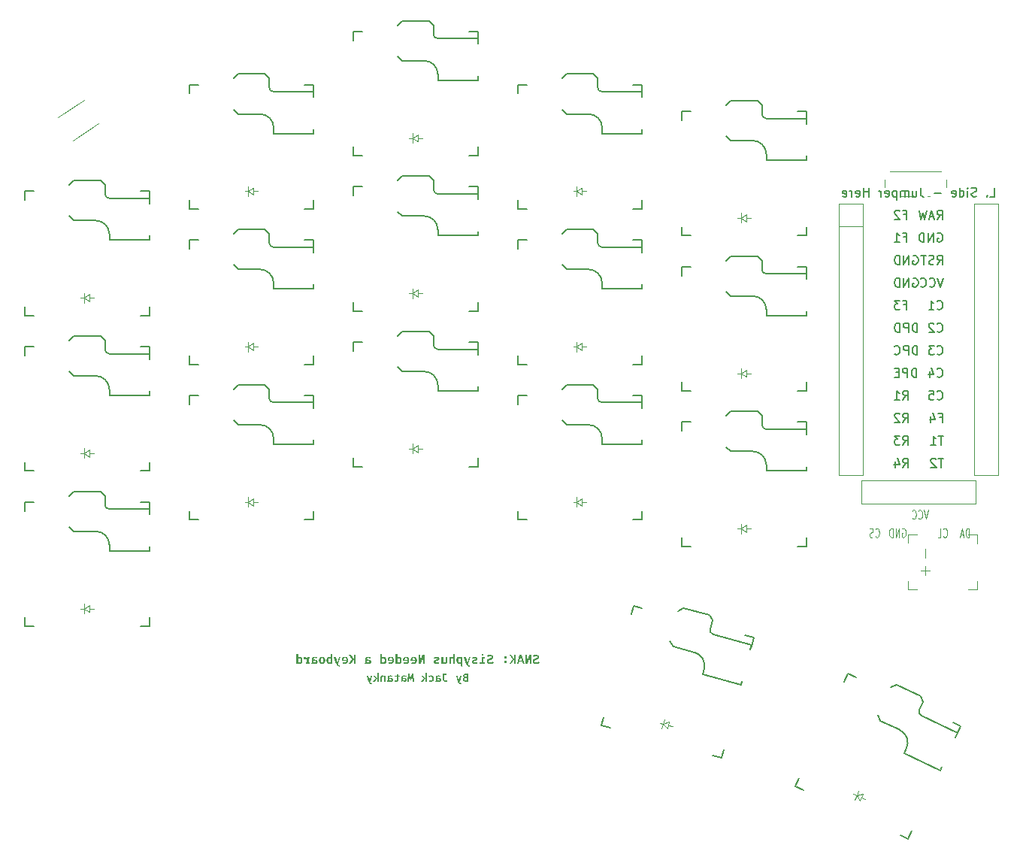
<source format=gbr>
%TF.GenerationSoftware,KiCad,Pcbnew,7.0.10*%
%TF.CreationDate,2024-01-16T00:43:54+02:00*%
%TF.ProjectId,snak_final,736e616b-5f66-4696-9e61-6c2e6b696361,0.1*%
%TF.SameCoordinates,Original*%
%TF.FileFunction,Legend,Bot*%
%TF.FilePolarity,Positive*%
%FSLAX46Y46*%
G04 Gerber Fmt 4.6, Leading zero omitted, Abs format (unit mm)*
G04 Created by KiCad (PCBNEW 7.0.10) date 2024-01-16 00:43:54*
%MOMM*%
%LPD*%
G01*
G04 APERTURE LIST*
%ADD10C,0.150000*%
%ADD11C,0.100000*%
%ADD12C,0.120000*%
G04 APERTURE END LIST*
D10*
G36*
X142939238Y-113237000D02*
G01*
X142662047Y-113237000D01*
X142653519Y-113236951D01*
X142640791Y-113236699D01*
X142628140Y-113236230D01*
X142615567Y-113235545D01*
X142603070Y-113234643D01*
X142590652Y-113233525D01*
X142578310Y-113232191D01*
X142566046Y-113230640D01*
X142553859Y-113228873D01*
X142541749Y-113226890D01*
X142529716Y-113224690D01*
X142521774Y-113223056D01*
X142510059Y-113220356D01*
X142498584Y-113217353D01*
X142487349Y-113214049D01*
X142476354Y-113210444D01*
X142465598Y-113206538D01*
X142455081Y-113202330D01*
X142444804Y-113197821D01*
X142434767Y-113193010D01*
X142424969Y-113187898D01*
X142415411Y-113182484D01*
X142409174Y-113178693D01*
X142400132Y-113172701D01*
X142391464Y-113166342D01*
X142383171Y-113159615D01*
X142375253Y-113152521D01*
X142367710Y-113145061D01*
X142360542Y-113137233D01*
X142353748Y-113129038D01*
X142347330Y-113120476D01*
X142341286Y-113111547D01*
X142335616Y-113102251D01*
X142330352Y-113092545D01*
X142325606Y-113082387D01*
X142321378Y-113071777D01*
X142317667Y-113060715D01*
X142314474Y-113049201D01*
X142311799Y-113037235D01*
X142309641Y-113024817D01*
X142308002Y-113011947D01*
X142307196Y-113003115D01*
X142306621Y-112994083D01*
X142306276Y-112984850D01*
X142306161Y-112975415D01*
X142306176Y-112974316D01*
X142489709Y-112974316D01*
X142489928Y-112984587D01*
X142490583Y-112994378D01*
X142491674Y-113003690D01*
X142493202Y-113012524D01*
X142495919Y-113023556D01*
X142499412Y-113033736D01*
X142503682Y-113043065D01*
X142508727Y-113051541D01*
X142514549Y-113059166D01*
X142520982Y-113066077D01*
X142527862Y-113072410D01*
X142535188Y-113078167D01*
X142542960Y-113083346D01*
X142551179Y-113087949D01*
X142559845Y-113091974D01*
X142568957Y-113095423D01*
X142578516Y-113098294D01*
X142588353Y-113100664D01*
X142598300Y-113102718D01*
X142608356Y-113104456D01*
X142618523Y-113105878D01*
X142628799Y-113106984D01*
X142639186Y-113107774D01*
X142649682Y-113108248D01*
X142660288Y-113108406D01*
X142762284Y-113108406D01*
X142762284Y-112830995D01*
X142652375Y-112830995D01*
X142643677Y-112831112D01*
X142630984Y-112831730D01*
X142618715Y-112832877D01*
X142606872Y-112834553D01*
X142595454Y-112836759D01*
X142584461Y-112839494D01*
X142573893Y-112842758D01*
X142563750Y-112846552D01*
X142554032Y-112850875D01*
X142544739Y-112855728D01*
X142535871Y-112861110D01*
X142527622Y-112867185D01*
X142520183Y-112874198D01*
X142513557Y-112882151D01*
X142507741Y-112891043D01*
X142502737Y-112900874D01*
X142498545Y-112911643D01*
X142495164Y-112923352D01*
X142492594Y-112935999D01*
X142491332Y-112944953D01*
X142490431Y-112954323D01*
X142489890Y-112964111D01*
X142489709Y-112974316D01*
X142306176Y-112974316D01*
X142306281Y-112966324D01*
X142306912Y-112953112D01*
X142308084Y-112940409D01*
X142309797Y-112928217D01*
X142312051Y-112916535D01*
X142314846Y-112905363D01*
X142318182Y-112894701D01*
X142322059Y-112884549D01*
X142326477Y-112874907D01*
X142331436Y-112865775D01*
X142336935Y-112857153D01*
X142340818Y-112851635D01*
X142346881Y-112843687D01*
X142353229Y-112836133D01*
X142359864Y-112828973D01*
X142366784Y-112822207D01*
X142373991Y-112815835D01*
X142381483Y-112809858D01*
X142389261Y-112804274D01*
X142397325Y-112799085D01*
X142405675Y-112794290D01*
X142414312Y-112789889D01*
X142420171Y-112787143D01*
X142428986Y-112783236D01*
X142437832Y-112779585D01*
X142446709Y-112776188D01*
X142455617Y-112773047D01*
X142464556Y-112770160D01*
X142473525Y-112767529D01*
X142482526Y-112765153D01*
X142491557Y-112763031D01*
X142500620Y-112761165D01*
X142509713Y-112759554D01*
X142498973Y-112756655D01*
X142488404Y-112753344D01*
X142478007Y-112749621D01*
X142467782Y-112745485D01*
X142457729Y-112740938D01*
X142447848Y-112735978D01*
X142438138Y-112730606D01*
X142428600Y-112724822D01*
X142419381Y-112718612D01*
X142410630Y-112711963D01*
X142402345Y-112704874D01*
X142394528Y-112697345D01*
X142387178Y-112689377D01*
X142380295Y-112680968D01*
X142373879Y-112672121D01*
X142367930Y-112662833D01*
X142365135Y-112657992D01*
X142360086Y-112647949D01*
X142355758Y-112637425D01*
X142352152Y-112626421D01*
X142349920Y-112617852D01*
X142348095Y-112609012D01*
X142346675Y-112599902D01*
X142345660Y-112590522D01*
X142345369Y-112585897D01*
X142523781Y-112585897D01*
X142523815Y-112589710D01*
X142524327Y-112600752D01*
X142525454Y-112611194D01*
X142527194Y-112621038D01*
X142529549Y-112630282D01*
X142532519Y-112638928D01*
X142537434Y-112649524D01*
X142543441Y-112659055D01*
X142550541Y-112667522D01*
X142558732Y-112674923D01*
X142563245Y-112678251D01*
X142573130Y-112684261D01*
X142581296Y-112688206D01*
X142590108Y-112691667D01*
X142599565Y-112694646D01*
X142609668Y-112697141D01*
X142620415Y-112699154D01*
X142631808Y-112700683D01*
X142643847Y-112701730D01*
X142656530Y-112702293D01*
X142665344Y-112702401D01*
X142762284Y-112702401D01*
X142762284Y-112477307D01*
X142673038Y-112477307D01*
X142668511Y-112477331D01*
X142655339Y-112477702D01*
X142642782Y-112478516D01*
X142630839Y-112479775D01*
X142619510Y-112481479D01*
X142608796Y-112483626D01*
X142598696Y-112486218D01*
X142589211Y-112489255D01*
X142580340Y-112492736D01*
X142572083Y-112496661D01*
X142562030Y-112502586D01*
X142559676Y-112504198D01*
X142551011Y-112511285D01*
X142543540Y-112519396D01*
X142537265Y-112528530D01*
X142532185Y-112538689D01*
X142529160Y-112546979D01*
X142526807Y-112555845D01*
X142525126Y-112565286D01*
X142524117Y-112575304D01*
X142523781Y-112585897D01*
X142345369Y-112585897D01*
X142345052Y-112580871D01*
X142344849Y-112570949D01*
X142344895Y-112565655D01*
X142345264Y-112555284D01*
X142346003Y-112545203D01*
X142347110Y-112535413D01*
X142348587Y-112525912D01*
X142350433Y-112516702D01*
X142352649Y-112507783D01*
X142355233Y-112499153D01*
X142358187Y-112490814D01*
X142363310Y-112478849D01*
X142369264Y-112467537D01*
X142376048Y-112456878D01*
X142383664Y-112446872D01*
X142392110Y-112437519D01*
X142395078Y-112434524D01*
X142404324Y-112425869D01*
X142414079Y-112417708D01*
X142424344Y-112410042D01*
X142435120Y-112402870D01*
X142446405Y-112396193D01*
X142454212Y-112392017D01*
X142462246Y-112388060D01*
X142470506Y-112384323D01*
X142478993Y-112380806D01*
X142487707Y-112377509D01*
X142496647Y-112374431D01*
X142505814Y-112371574D01*
X142515208Y-112368936D01*
X142524733Y-112366487D01*
X142534346Y-112364196D01*
X142544049Y-112362063D01*
X142553841Y-112360088D01*
X142563723Y-112358271D01*
X142573694Y-112356612D01*
X142583754Y-112355111D01*
X142593903Y-112353769D01*
X142604142Y-112352584D01*
X142614470Y-112351557D01*
X142624887Y-112350688D01*
X142635394Y-112349977D01*
X142645990Y-112349424D01*
X142656675Y-112349029D01*
X142667450Y-112348792D01*
X142678314Y-112348713D01*
X142939238Y-112348713D01*
X142939238Y-113237000D01*
G37*
G36*
X141531520Y-112561717D02*
G01*
X141763429Y-113247551D01*
X141768837Y-113263008D01*
X141774564Y-113278054D01*
X141780611Y-113292690D01*
X141786977Y-113306916D01*
X141793662Y-113320731D01*
X141800667Y-113334135D01*
X141807992Y-113347129D01*
X141815636Y-113359713D01*
X141823599Y-113371887D01*
X141831882Y-113383649D01*
X141840484Y-113395002D01*
X141849405Y-113405944D01*
X141858646Y-113416475D01*
X141868207Y-113426596D01*
X141878086Y-113436307D01*
X141888286Y-113445607D01*
X141898875Y-113454418D01*
X141909979Y-113462660D01*
X141921599Y-113470334D01*
X141933733Y-113477440D01*
X141946383Y-113483977D01*
X141959548Y-113489945D01*
X141973228Y-113495346D01*
X141987424Y-113500177D01*
X142002135Y-113504441D01*
X142017360Y-113508135D01*
X142033101Y-113511262D01*
X142049358Y-113513820D01*
X142066129Y-113515809D01*
X142083416Y-113517230D01*
X142092252Y-113517728D01*
X142101218Y-113518083D01*
X142110312Y-113518296D01*
X142119535Y-113518367D01*
X142140857Y-113401863D01*
X142128235Y-113399963D01*
X142116089Y-113397889D01*
X142104418Y-113395640D01*
X142093222Y-113393218D01*
X142082501Y-113390622D01*
X142072256Y-113387853D01*
X142062486Y-113384909D01*
X142053191Y-113381791D01*
X142044371Y-113378500D01*
X142036027Y-113375034D01*
X142030728Y-113372628D01*
X142020551Y-113367596D01*
X142010903Y-113362172D01*
X142001784Y-113356358D01*
X141993194Y-113350151D01*
X141985133Y-113343553D01*
X141977601Y-113336564D01*
X141970597Y-113329182D01*
X141964123Y-113321410D01*
X141958016Y-113313252D01*
X141952116Y-113304607D01*
X141946421Y-113295475D01*
X141940932Y-113285854D01*
X141935650Y-113275746D01*
X141930573Y-113265150D01*
X141926901Y-113256883D01*
X141923345Y-113248342D01*
X141921039Y-113242495D01*
X141979291Y-113242495D01*
X142203506Y-112561717D01*
X142023254Y-112561717D01*
X141868062Y-113130607D01*
X141706496Y-112561717D01*
X141531520Y-112561717D01*
G37*
G36*
X140038513Y-112336623D02*
G01*
X140038513Y-112919142D01*
X140038658Y-112930828D01*
X140039093Y-112942367D01*
X140039819Y-112953758D01*
X140040834Y-112965002D01*
X140042140Y-112976097D01*
X140043737Y-112987045D01*
X140045623Y-112997845D01*
X140047800Y-113008498D01*
X140050267Y-113019003D01*
X140053024Y-113029360D01*
X140056071Y-113039570D01*
X140059409Y-113049632D01*
X140063037Y-113059546D01*
X140066955Y-113069312D01*
X140071163Y-113078931D01*
X140075662Y-113088402D01*
X140080454Y-113097677D01*
X140085543Y-113106705D01*
X140090930Y-113115489D01*
X140096613Y-113124026D01*
X140102594Y-113132319D01*
X140108872Y-113140365D01*
X140115446Y-113148166D01*
X140122318Y-113155722D01*
X140129487Y-113163031D01*
X140136953Y-113170096D01*
X140144717Y-113176914D01*
X140152777Y-113183487D01*
X140161134Y-113189815D01*
X140169789Y-113195897D01*
X140178740Y-113201733D01*
X140187989Y-113207324D01*
X140197545Y-113212621D01*
X140207419Y-113217576D01*
X140217611Y-113222190D01*
X140228120Y-113226462D01*
X140238947Y-113230392D01*
X140250091Y-113233980D01*
X140261554Y-113237227D01*
X140273334Y-113240132D01*
X140285431Y-113242695D01*
X140297847Y-113244916D01*
X140310580Y-113246796D01*
X140323631Y-113248334D01*
X140336999Y-113249530D01*
X140350686Y-113250384D01*
X140364690Y-113250897D01*
X140379011Y-113251068D01*
X140388866Y-113250989D01*
X140398589Y-113250752D01*
X140408182Y-113250357D01*
X140417645Y-113249804D01*
X140426977Y-113249093D01*
X140436178Y-113248224D01*
X140445249Y-113247197D01*
X140454189Y-113246012D01*
X140462999Y-113244669D01*
X140471679Y-113243168D01*
X140484453Y-113240620D01*
X140496934Y-113237717D01*
X140509121Y-113234459D01*
X140521014Y-113230845D01*
X140532705Y-113226902D01*
X140544283Y-113222658D01*
X140555750Y-113218113D01*
X140567104Y-113213266D01*
X140578346Y-113208118D01*
X140589477Y-113202668D01*
X140600495Y-113196917D01*
X140611401Y-113190865D01*
X140622195Y-113184511D01*
X140632877Y-113177856D01*
X140639936Y-113173252D01*
X140570254Y-113063343D01*
X140560959Y-113069428D01*
X140551789Y-113075154D01*
X140542742Y-113080520D01*
X140533819Y-113085527D01*
X140525019Y-113090175D01*
X140516343Y-113094463D01*
X140507791Y-113098393D01*
X140499362Y-113101962D01*
X140491057Y-113105173D01*
X140480176Y-113108894D01*
X140477490Y-113109725D01*
X140466668Y-113112713D01*
X140455742Y-113115302D01*
X140444713Y-113117494D01*
X140433581Y-113119287D01*
X140422347Y-113120681D01*
X140411009Y-113121677D01*
X140399568Y-113122275D01*
X140388024Y-113122474D01*
X140378441Y-113122277D01*
X140369092Y-113121684D01*
X140359977Y-113120697D01*
X140351094Y-113119314D01*
X140342446Y-113117537D01*
X140329911Y-113114130D01*
X140317902Y-113109834D01*
X140306418Y-113104650D01*
X140295460Y-113098577D01*
X140285027Y-113091616D01*
X140275120Y-113083765D01*
X140265738Y-113075026D01*
X140262727Y-113071916D01*
X140254164Y-113062009D01*
X140248922Y-113054930D01*
X140244055Y-113047472D01*
X140239563Y-113039634D01*
X140235445Y-113031417D01*
X140231701Y-113022820D01*
X140228331Y-113013843D01*
X140225336Y-113004487D01*
X140222716Y-112994752D01*
X140220469Y-112984636D01*
X140218598Y-112974142D01*
X140217100Y-112963268D01*
X140215977Y-112952014D01*
X140215228Y-112940381D01*
X140214854Y-112928368D01*
X140214807Y-112922219D01*
X140214807Y-112465217D01*
X140486283Y-112465217D01*
X140486283Y-112336623D01*
X140038513Y-112336623D01*
G37*
G36*
X139571638Y-112531648D02*
G01*
X139582066Y-112531892D01*
X139592707Y-112532344D01*
X139603560Y-112533004D01*
X139614626Y-112533874D01*
X139625904Y-112534952D01*
X139637395Y-112536239D01*
X139649099Y-112537734D01*
X139661014Y-112539438D01*
X139673143Y-112541351D01*
X139685484Y-112543472D01*
X139693751Y-112544980D01*
X139706139Y-112547435D01*
X139718512Y-112550121D01*
X139730869Y-112553040D01*
X139743210Y-112556191D01*
X139755536Y-112559573D01*
X139767847Y-112563187D01*
X139780142Y-112567033D01*
X139792422Y-112571111D01*
X139804687Y-112575420D01*
X139816935Y-112579962D01*
X139776269Y-112697785D01*
X139769793Y-112695433D01*
X139760111Y-112692050D01*
X139750468Y-112688841D01*
X139740863Y-112685806D01*
X139731297Y-112682944D01*
X139721770Y-112680257D01*
X139712281Y-112677743D01*
X139702831Y-112675404D01*
X139693420Y-112673238D01*
X139684047Y-112671246D01*
X139674713Y-112669428D01*
X139671624Y-112668860D01*
X139662554Y-112667264D01*
X139653778Y-112665831D01*
X139642533Y-112664172D01*
X139631810Y-112662801D01*
X139621609Y-112661719D01*
X139611930Y-112660926D01*
X139602773Y-112660421D01*
X139592061Y-112660196D01*
X139583449Y-112660305D01*
X139571000Y-112660877D01*
X139559116Y-112661940D01*
X139547795Y-112663494D01*
X139537039Y-112665539D01*
X139526847Y-112668074D01*
X139517220Y-112671101D01*
X139508156Y-112674618D01*
X139499656Y-112678625D01*
X139491721Y-112683123D01*
X139484350Y-112688113D01*
X139477593Y-112693643D01*
X139469618Y-112701936D01*
X139462824Y-112711280D01*
X139458504Y-112718977D01*
X139454849Y-112727266D01*
X139451858Y-112736146D01*
X139449532Y-112745618D01*
X139447870Y-112755680D01*
X139446873Y-112766334D01*
X139446541Y-112777579D01*
X139446541Y-112814948D01*
X139542162Y-112814948D01*
X139551916Y-112815005D01*
X139561529Y-112815176D01*
X139571004Y-112815462D01*
X139580338Y-112815861D01*
X139589534Y-112816375D01*
X139598589Y-112817004D01*
X139607506Y-112817746D01*
X139616282Y-112818602D01*
X139633417Y-112820658D01*
X139649993Y-112823170D01*
X139666012Y-112826140D01*
X139681472Y-112829566D01*
X139696374Y-112833449D01*
X139710718Y-112837788D01*
X139724504Y-112842585D01*
X139737732Y-112847838D01*
X139750402Y-112853548D01*
X139762513Y-112859715D01*
X139774066Y-112866339D01*
X139785062Y-112873420D01*
X139795416Y-112880922D01*
X139805103Y-112888810D01*
X139814122Y-112897085D01*
X139822472Y-112905747D01*
X139830155Y-112914794D01*
X139837169Y-112924229D01*
X139843515Y-112934049D01*
X139849194Y-112944256D01*
X139854204Y-112954849D01*
X139858546Y-112965829D01*
X139862221Y-112977195D01*
X139865227Y-112988948D01*
X139867565Y-113001087D01*
X139869235Y-113013612D01*
X139870237Y-113026524D01*
X139870571Y-113039822D01*
X139870332Y-113051418D01*
X139869613Y-113062738D01*
X139868415Y-113073784D01*
X139866738Y-113084555D01*
X139864582Y-113095052D01*
X139861947Y-113105273D01*
X139858832Y-113115220D01*
X139855239Y-113124892D01*
X139851166Y-113134289D01*
X139846614Y-113143412D01*
X139841583Y-113152259D01*
X139836073Y-113160832D01*
X139830084Y-113169131D01*
X139823616Y-113177154D01*
X139816668Y-113184903D01*
X139809242Y-113192376D01*
X139801380Y-113199484D01*
X139793181Y-113206132D01*
X139784646Y-113212322D01*
X139775774Y-113218054D01*
X139766566Y-113223327D01*
X139757021Y-113228141D01*
X139747140Y-113232498D01*
X139736921Y-113236395D01*
X139726367Y-113239834D01*
X139715475Y-113242814D01*
X139704247Y-113245336D01*
X139692683Y-113247400D01*
X139680782Y-113249005D01*
X139668544Y-113250151D01*
X139655970Y-113250839D01*
X139643059Y-113251068D01*
X139635002Y-113250975D01*
X139622997Y-113250488D01*
X139611089Y-113249584D01*
X139599277Y-113248263D01*
X139587562Y-113246524D01*
X139575944Y-113244368D01*
X139564422Y-113241794D01*
X139552997Y-113238804D01*
X139541668Y-113235396D01*
X139530436Y-113231570D01*
X139519301Y-113227327D01*
X139511990Y-113224236D01*
X139501322Y-113219239D01*
X139491013Y-113213809D01*
X139481064Y-113207946D01*
X139471474Y-113201650D01*
X139462244Y-113194921D01*
X139453373Y-113187760D01*
X139444861Y-113180166D01*
X139436709Y-113172139D01*
X139428915Y-113163680D01*
X139421482Y-113154787D01*
X139418829Y-113160279D01*
X139414585Y-113168190D01*
X139410024Y-113175711D01*
X139403450Y-113185133D01*
X139396313Y-113193860D01*
X139388612Y-113201894D01*
X139380348Y-113209234D01*
X139371521Y-113215880D01*
X139362131Y-113221832D01*
X139354700Y-113225852D01*
X139344372Y-113230767D01*
X139333563Y-113235174D01*
X139325141Y-113238145D01*
X139316448Y-113240830D01*
X139307485Y-113243230D01*
X139298252Y-113245344D01*
X139288747Y-113247171D01*
X139278973Y-113248713D01*
X139268928Y-113249969D01*
X139231998Y-113132146D01*
X139239755Y-113129305D01*
X139248143Y-113125286D01*
X139256658Y-113119758D01*
X139263806Y-113113325D01*
X139269587Y-113105988D01*
X139274127Y-113097102D01*
X139277130Y-113087896D01*
X139279008Y-113079102D01*
X139280316Y-113069288D01*
X139281056Y-113058455D01*
X139281238Y-113049055D01*
X139281238Y-112913427D01*
X139446541Y-112913427D01*
X139446541Y-113043120D01*
X139452620Y-113052407D01*
X139459208Y-113061145D01*
X139466304Y-113069333D01*
X139473909Y-113076972D01*
X139482021Y-113084061D01*
X139490642Y-113090600D01*
X139499772Y-113096590D01*
X139509409Y-113102031D01*
X139519236Y-113106822D01*
X139529042Y-113110975D01*
X139538827Y-113114488D01*
X139548592Y-113117363D01*
X139558336Y-113119599D01*
X139568060Y-113121196D01*
X139577762Y-113122155D01*
X139587445Y-113122474D01*
X139600275Y-113122096D01*
X139612277Y-113120963D01*
X139623452Y-113119074D01*
X139633799Y-113116429D01*
X139643318Y-113113029D01*
X139652010Y-113108873D01*
X139659873Y-113103961D01*
X139666909Y-113098294D01*
X139673117Y-113091871D01*
X139678498Y-113084693D01*
X139683050Y-113076759D01*
X139686775Y-113068069D01*
X139689672Y-113058624D01*
X139691742Y-113048423D01*
X139692983Y-113037466D01*
X139693397Y-113025754D01*
X139693232Y-113019145D01*
X139692367Y-113009588D01*
X139690760Y-113000461D01*
X139688410Y-112991762D01*
X139684124Y-112980832D01*
X139678518Y-112970663D01*
X139671594Y-112961258D01*
X139665535Y-112954704D01*
X139658735Y-112948578D01*
X139651192Y-112942882D01*
X139648489Y-112941070D01*
X139639765Y-112935979D01*
X139630117Y-112931405D01*
X139619546Y-112927349D01*
X139608051Y-112923811D01*
X139595633Y-112920790D01*
X139586841Y-112919065D01*
X139577639Y-112917569D01*
X139568026Y-112916303D01*
X139558003Y-112915268D01*
X139547569Y-112914462D01*
X139536725Y-112913887D01*
X139525471Y-112913542D01*
X139513806Y-112913427D01*
X139446541Y-112913427D01*
X139281238Y-112913427D01*
X139281238Y-112762851D01*
X139281511Y-112749226D01*
X139282330Y-112735995D01*
X139283695Y-112723157D01*
X139285606Y-112710713D01*
X139288064Y-112698661D01*
X139291068Y-112687003D01*
X139294617Y-112675738D01*
X139298713Y-112664867D01*
X139303355Y-112654388D01*
X139308543Y-112644303D01*
X139314277Y-112634612D01*
X139320558Y-112625313D01*
X139327384Y-112616408D01*
X139334757Y-112607896D01*
X139342675Y-112599777D01*
X139351140Y-112592052D01*
X139355568Y-112588333D01*
X139364858Y-112581249D01*
X139374730Y-112574637D01*
X139385181Y-112568498D01*
X139396213Y-112562830D01*
X139407826Y-112557635D01*
X139420019Y-112552913D01*
X139432793Y-112548662D01*
X139446147Y-112544884D01*
X139460081Y-112541578D01*
X139474596Y-112538745D01*
X139489691Y-112536383D01*
X139505367Y-112534494D01*
X139521623Y-112533078D01*
X139538460Y-112532133D01*
X139555877Y-112531661D01*
X139564804Y-112531602D01*
X139571638Y-112531648D01*
G37*
G36*
X138708171Y-113122474D02*
G01*
X138696943Y-113122210D01*
X138685900Y-113121416D01*
X138675043Y-113120094D01*
X138664372Y-113118243D01*
X138653886Y-113115862D01*
X138643585Y-113112953D01*
X138633470Y-113109515D01*
X138623540Y-113105548D01*
X138613731Y-113101121D01*
X138603977Y-113096412D01*
X138594277Y-113091421D01*
X138584633Y-113086149D01*
X138575043Y-113080595D01*
X138565508Y-113074760D01*
X138556029Y-113068643D01*
X138546604Y-113062244D01*
X138469008Y-113169515D01*
X138477663Y-113176082D01*
X138486646Y-113182429D01*
X138495957Y-113188555D01*
X138505597Y-113194461D01*
X138515566Y-113200147D01*
X138525863Y-113205613D01*
X138536488Y-113210858D01*
X138547442Y-113215883D01*
X138558724Y-113220688D01*
X138570335Y-113225273D01*
X138578258Y-113228207D01*
X138590331Y-113232292D01*
X138602562Y-113235976D01*
X138614952Y-113239258D01*
X138627501Y-113242138D01*
X138640207Y-113244616D01*
X138653073Y-113246692D01*
X138666096Y-113248367D01*
X138674867Y-113249260D01*
X138683707Y-113249974D01*
X138692619Y-113250510D01*
X138701600Y-113250867D01*
X138710652Y-113251046D01*
X138715205Y-113251068D01*
X138728574Y-113250894D01*
X138741700Y-113250374D01*
X138754581Y-113249507D01*
X138767219Y-113248293D01*
X138779613Y-113246732D01*
X138791763Y-113244824D01*
X138803670Y-113242569D01*
X138815332Y-113239967D01*
X138826751Y-113237018D01*
X138837925Y-113233723D01*
X138848856Y-113230080D01*
X138859543Y-113226091D01*
X138869986Y-113221755D01*
X138880185Y-113217072D01*
X138890141Y-113212042D01*
X138899852Y-113206665D01*
X138909274Y-113200974D01*
X138918417Y-113195004D01*
X138927279Y-113188754D01*
X138935861Y-113182223D01*
X138944164Y-113175413D01*
X138952186Y-113168323D01*
X138959929Y-113160953D01*
X138967392Y-113153304D01*
X138974574Y-113145374D01*
X138981477Y-113137164D01*
X138988100Y-113128674D01*
X138994443Y-113119905D01*
X139000506Y-113110855D01*
X139006289Y-113101526D01*
X139011792Y-113091917D01*
X139017016Y-113082027D01*
X139021940Y-113071871D01*
X139026547Y-113061516D01*
X139030836Y-113050961D01*
X139034807Y-113040207D01*
X139038461Y-113029254D01*
X139041797Y-113018101D01*
X139044815Y-113006750D01*
X139047515Y-112995199D01*
X139049898Y-112983449D01*
X139051963Y-112971500D01*
X139053711Y-112959351D01*
X139055140Y-112947004D01*
X139056252Y-112934457D01*
X139057047Y-112921711D01*
X139057523Y-112908766D01*
X139057682Y-112895621D01*
X139057520Y-112882603D01*
X139057033Y-112869762D01*
X139056221Y-112857097D01*
X139055085Y-112844610D01*
X139053625Y-112832299D01*
X139051840Y-112820165D01*
X139049730Y-112808208D01*
X139047296Y-112796428D01*
X139044537Y-112784825D01*
X139041453Y-112773399D01*
X139038045Y-112762149D01*
X139034313Y-112751077D01*
X139030255Y-112740181D01*
X139025874Y-112729462D01*
X139021167Y-112718921D01*
X139016136Y-112708556D01*
X139010777Y-112698389D01*
X139005142Y-112688497D01*
X138999230Y-112678880D01*
X138993042Y-112669538D01*
X138986577Y-112660470D01*
X138979835Y-112651678D01*
X138972818Y-112643160D01*
X138965523Y-112634916D01*
X138957952Y-112626948D01*
X138950105Y-112619254D01*
X138941981Y-112611836D01*
X138933581Y-112604691D01*
X138924904Y-112597822D01*
X138915951Y-112591228D01*
X138906721Y-112584908D01*
X138897215Y-112578863D01*
X138887452Y-112573140D01*
X138877455Y-112567786D01*
X138867222Y-112562801D01*
X138856754Y-112558186D01*
X138846051Y-112553940D01*
X138835112Y-112550063D01*
X138823939Y-112546555D01*
X138812529Y-112543417D01*
X138800885Y-112540648D01*
X138789005Y-112538248D01*
X138776890Y-112536217D01*
X138764540Y-112534556D01*
X138751955Y-112533263D01*
X138739134Y-112532340D01*
X138726078Y-112531786D01*
X138712787Y-112531602D01*
X138703610Y-112531682D01*
X138694545Y-112531921D01*
X138685592Y-112532320D01*
X138676750Y-112532879D01*
X138663697Y-112534017D01*
X138650895Y-112535515D01*
X138638344Y-112537371D01*
X138626044Y-112539587D01*
X138613996Y-112542163D01*
X138602198Y-112545097D01*
X138590652Y-112548391D01*
X138579357Y-112552045D01*
X138568233Y-112556011D01*
X138557283Y-112560324D01*
X138546507Y-112564985D01*
X138535905Y-112569994D01*
X138525477Y-112575351D01*
X138515222Y-112581056D01*
X138505142Y-112587108D01*
X138495235Y-112593508D01*
X138485502Y-112600256D01*
X138475943Y-112607352D01*
X138469667Y-112612275D01*
X138545285Y-112718228D01*
X138552478Y-112713145D01*
X138562134Y-112706710D01*
X138571867Y-112700666D01*
X138581674Y-112695015D01*
X138591557Y-112689755D01*
X138601516Y-112684886D01*
X138611551Y-112680409D01*
X138621661Y-112676323D01*
X138624200Y-112675363D01*
X138634397Y-112671808D01*
X138644657Y-112668727D01*
X138654978Y-112666120D01*
X138665361Y-112663987D01*
X138675806Y-112662329D01*
X138686312Y-112661144D01*
X138696881Y-112660433D01*
X138707511Y-112660196D01*
X138716853Y-112660414D01*
X138725976Y-112661068D01*
X138734879Y-112662159D01*
X138743561Y-112663685D01*
X138756173Y-112666793D01*
X138768291Y-112670883D01*
X138779914Y-112675953D01*
X138791042Y-112682006D01*
X138801676Y-112689039D01*
X138811815Y-112697055D01*
X138821460Y-112706051D01*
X138827614Y-112712594D01*
X138830610Y-112716030D01*
X138836359Y-112723281D01*
X138841738Y-112731077D01*
X138846746Y-112739417D01*
X138851382Y-112748302D01*
X138855648Y-112757731D01*
X138859543Y-112767704D01*
X138863067Y-112778222D01*
X138866220Y-112789284D01*
X138869002Y-112800891D01*
X138871413Y-112813042D01*
X138873454Y-112825737D01*
X138875123Y-112838977D01*
X138876421Y-112852761D01*
X138877348Y-112867090D01*
X138877905Y-112881962D01*
X138878090Y-112897380D01*
X138877901Y-112912590D01*
X138877335Y-112927227D01*
X138876390Y-112941290D01*
X138875068Y-112954780D01*
X138873368Y-112967696D01*
X138871290Y-112980038D01*
X138868834Y-112991807D01*
X138866000Y-113003003D01*
X138862789Y-113013624D01*
X138859200Y-113023672D01*
X138855233Y-113033147D01*
X138850888Y-113042048D01*
X138846165Y-113050375D01*
X138841065Y-113058129D01*
X138835586Y-113065309D01*
X138829730Y-113071916D01*
X138820407Y-113080951D01*
X138810655Y-113089098D01*
X138800474Y-113096356D01*
X138789864Y-113102725D01*
X138778825Y-113108205D01*
X138767358Y-113112797D01*
X138755461Y-113116500D01*
X138743135Y-113119314D01*
X138730381Y-113121240D01*
X138717198Y-113122277D01*
X138708171Y-113122474D01*
G37*
G36*
X138104769Y-112256389D02*
G01*
X138104769Y-113237000D01*
X138275348Y-113237000D01*
X138275348Y-112274634D01*
X138104769Y-112256389D01*
G37*
G36*
X137655020Y-112547648D02*
G01*
X137908910Y-112857812D01*
X137630400Y-113237000D01*
X137831534Y-113237000D01*
X138095097Y-112862209D01*
X137842965Y-112547648D01*
X137655020Y-112547648D01*
G37*
G36*
X136136074Y-112336623D02*
G01*
X136085735Y-113237000D01*
X136243345Y-113237000D01*
X136260271Y-112824840D01*
X136260717Y-112812159D01*
X136261119Y-112799670D01*
X136261479Y-112787374D01*
X136261796Y-112775271D01*
X136262070Y-112763359D01*
X136262301Y-112751640D01*
X136262489Y-112740113D01*
X136262634Y-112728779D01*
X136262736Y-112717637D01*
X136262796Y-112706687D01*
X136262812Y-112695930D01*
X136262785Y-112685365D01*
X136262716Y-112674992D01*
X136262603Y-112664812D01*
X136262448Y-112654824D01*
X136262249Y-112645028D01*
X136261992Y-112635351D01*
X136261714Y-112625718D01*
X136261415Y-112616131D01*
X136261095Y-112606587D01*
X136260755Y-112597089D01*
X136260395Y-112587635D01*
X136260013Y-112578226D01*
X136259612Y-112568861D01*
X136259189Y-112559541D01*
X136258746Y-112550266D01*
X136258282Y-112541035D01*
X136257798Y-112531849D01*
X136257293Y-112522708D01*
X136256768Y-112513611D01*
X136256222Y-112504559D01*
X136255655Y-112495551D01*
X136373917Y-113080928D01*
X136517459Y-113080928D01*
X136644074Y-112495551D01*
X136643112Y-112508411D01*
X136642204Y-112521518D01*
X136641629Y-112530393D01*
X136641078Y-112539378D01*
X136640550Y-112548473D01*
X136640047Y-112557678D01*
X136639568Y-112566993D01*
X136639113Y-112576417D01*
X136638682Y-112585952D01*
X136638275Y-112595596D01*
X136637892Y-112605351D01*
X136637533Y-112615215D01*
X136637198Y-112625189D01*
X136636887Y-112635274D01*
X136636600Y-112645468D01*
X136636344Y-112655756D01*
X136636123Y-112666179D01*
X136635938Y-112676735D01*
X136635790Y-112687426D01*
X136635677Y-112698250D01*
X136635601Y-112709208D01*
X136635561Y-112720301D01*
X136635556Y-112731527D01*
X136635588Y-112742887D01*
X136635656Y-112754381D01*
X136635760Y-112766009D01*
X136635900Y-112777771D01*
X136636076Y-112789667D01*
X136636288Y-112801697D01*
X136636536Y-112813861D01*
X136636820Y-112826159D01*
X136649130Y-113237000D01*
X136804322Y-113237000D01*
X136753764Y-112336623D01*
X136557466Y-112336623D01*
X136442501Y-112932111D01*
X136332591Y-112336623D01*
X136136074Y-112336623D01*
G37*
G36*
X135698435Y-112531648D02*
G01*
X135708863Y-112531892D01*
X135719504Y-112532344D01*
X135730357Y-112533004D01*
X135741423Y-112533874D01*
X135752701Y-112534952D01*
X135764192Y-112536239D01*
X135775895Y-112537734D01*
X135787811Y-112539438D01*
X135799940Y-112541351D01*
X135812281Y-112543472D01*
X135820548Y-112544980D01*
X135832936Y-112547435D01*
X135845309Y-112550121D01*
X135857666Y-112553040D01*
X135870007Y-112556191D01*
X135882333Y-112559573D01*
X135894644Y-112563187D01*
X135906939Y-112567033D01*
X135919219Y-112571111D01*
X135931483Y-112575420D01*
X135943732Y-112579962D01*
X135903066Y-112697785D01*
X135896590Y-112695433D01*
X135886908Y-112692050D01*
X135877265Y-112688841D01*
X135867660Y-112685806D01*
X135858094Y-112682944D01*
X135848567Y-112680257D01*
X135839078Y-112677743D01*
X135829628Y-112675404D01*
X135820217Y-112673238D01*
X135810844Y-112671246D01*
X135801510Y-112669428D01*
X135798421Y-112668860D01*
X135789351Y-112667264D01*
X135780575Y-112665831D01*
X135769329Y-112664172D01*
X135758606Y-112662801D01*
X135748405Y-112661719D01*
X135738727Y-112660926D01*
X135729570Y-112660421D01*
X135718858Y-112660196D01*
X135710246Y-112660305D01*
X135697797Y-112660877D01*
X135685913Y-112661940D01*
X135674592Y-112663494D01*
X135663836Y-112665539D01*
X135653644Y-112668074D01*
X135644017Y-112671101D01*
X135634953Y-112674618D01*
X135626453Y-112678625D01*
X135618518Y-112683123D01*
X135611147Y-112688113D01*
X135604390Y-112693643D01*
X135596415Y-112701936D01*
X135589621Y-112711280D01*
X135585301Y-112718977D01*
X135581646Y-112727266D01*
X135578655Y-112736146D01*
X135576329Y-112745618D01*
X135574667Y-112755680D01*
X135573670Y-112766334D01*
X135573338Y-112777579D01*
X135573338Y-112814948D01*
X135668959Y-112814948D01*
X135678712Y-112815005D01*
X135688326Y-112815176D01*
X135697801Y-112815462D01*
X135707135Y-112815861D01*
X135716331Y-112816375D01*
X135725386Y-112817004D01*
X135734303Y-112817746D01*
X135743079Y-112818602D01*
X135760214Y-112820658D01*
X135776790Y-112823170D01*
X135792809Y-112826140D01*
X135808269Y-112829566D01*
X135823171Y-112833449D01*
X135837515Y-112837788D01*
X135851301Y-112842585D01*
X135864529Y-112847838D01*
X135877199Y-112853548D01*
X135889310Y-112859715D01*
X135900863Y-112866339D01*
X135911859Y-112873420D01*
X135922213Y-112880922D01*
X135931900Y-112888810D01*
X135940918Y-112897085D01*
X135949269Y-112905747D01*
X135956951Y-112914794D01*
X135963966Y-112924229D01*
X135970312Y-112934049D01*
X135975991Y-112944256D01*
X135981001Y-112954849D01*
X135985343Y-112965829D01*
X135989018Y-112977195D01*
X135992024Y-112988948D01*
X135994362Y-113001087D01*
X135996032Y-113013612D01*
X135997034Y-113026524D01*
X135997368Y-113039822D01*
X135997128Y-113051418D01*
X135996410Y-113062738D01*
X135995212Y-113073784D01*
X135993535Y-113084555D01*
X135991379Y-113095052D01*
X135988744Y-113105273D01*
X135985629Y-113115220D01*
X135982036Y-113124892D01*
X135977963Y-113134289D01*
X135973411Y-113143412D01*
X135968380Y-113152259D01*
X135962870Y-113160832D01*
X135956881Y-113169131D01*
X135950413Y-113177154D01*
X135943465Y-113184903D01*
X135936039Y-113192376D01*
X135928177Y-113199484D01*
X135919978Y-113206132D01*
X135911443Y-113212322D01*
X135902571Y-113218054D01*
X135893363Y-113223327D01*
X135883818Y-113228141D01*
X135873936Y-113232498D01*
X135863718Y-113236395D01*
X135853164Y-113239834D01*
X135842272Y-113242814D01*
X135831044Y-113245336D01*
X135819480Y-113247400D01*
X135807579Y-113249005D01*
X135795341Y-113250151D01*
X135782767Y-113250839D01*
X135769856Y-113251068D01*
X135761799Y-113250975D01*
X135749794Y-113250488D01*
X135737886Y-113249584D01*
X135726074Y-113248263D01*
X135714359Y-113246524D01*
X135702741Y-113244368D01*
X135691219Y-113241794D01*
X135679794Y-113238804D01*
X135668465Y-113235396D01*
X135657233Y-113231570D01*
X135646098Y-113227327D01*
X135638786Y-113224236D01*
X135628119Y-113219239D01*
X135617810Y-113213809D01*
X135607861Y-113207946D01*
X135598271Y-113201650D01*
X135589041Y-113194921D01*
X135580170Y-113187760D01*
X135571658Y-113180166D01*
X135563505Y-113172139D01*
X135555712Y-113163680D01*
X135548279Y-113154787D01*
X135545625Y-113160279D01*
X135541381Y-113168190D01*
X135536821Y-113175711D01*
X135530247Y-113185133D01*
X135523110Y-113193860D01*
X135515409Y-113201894D01*
X135507145Y-113209234D01*
X135498318Y-113215880D01*
X135488928Y-113221832D01*
X135481497Y-113225852D01*
X135471169Y-113230767D01*
X135460360Y-113235174D01*
X135451938Y-113238145D01*
X135443245Y-113240830D01*
X135434282Y-113243230D01*
X135425049Y-113245344D01*
X135415544Y-113247171D01*
X135405770Y-113248713D01*
X135395725Y-113249969D01*
X135358795Y-113132146D01*
X135366552Y-113129305D01*
X135374940Y-113125286D01*
X135383455Y-113119758D01*
X135390603Y-113113325D01*
X135396384Y-113105988D01*
X135400924Y-113097102D01*
X135403927Y-113087896D01*
X135405805Y-113079102D01*
X135407113Y-113069288D01*
X135407852Y-113058455D01*
X135408034Y-113049055D01*
X135408034Y-112913427D01*
X135573338Y-112913427D01*
X135573338Y-113043120D01*
X135579417Y-113052407D01*
X135586005Y-113061145D01*
X135593101Y-113069333D01*
X135600705Y-113076972D01*
X135608818Y-113084061D01*
X135617439Y-113090600D01*
X135626568Y-113096590D01*
X135636206Y-113102031D01*
X135646033Y-113106822D01*
X135655839Y-113110975D01*
X135665624Y-113114488D01*
X135675389Y-113117363D01*
X135685133Y-113119599D01*
X135694856Y-113121196D01*
X135704559Y-113122155D01*
X135714242Y-113122474D01*
X135727072Y-113122096D01*
X135739074Y-113120963D01*
X135750249Y-113119074D01*
X135760596Y-113116429D01*
X135770115Y-113113029D01*
X135778807Y-113108873D01*
X135786670Y-113103961D01*
X135793706Y-113098294D01*
X135799914Y-113091871D01*
X135805295Y-113084693D01*
X135809847Y-113076759D01*
X135813572Y-113068069D01*
X135816469Y-113058624D01*
X135818539Y-113048423D01*
X135819780Y-113037466D01*
X135820194Y-113025754D01*
X135820029Y-113019145D01*
X135819164Y-113009588D01*
X135817556Y-113000461D01*
X135815207Y-112991762D01*
X135810921Y-112980832D01*
X135805315Y-112970663D01*
X135798391Y-112961258D01*
X135792332Y-112954704D01*
X135785532Y-112948578D01*
X135777989Y-112942882D01*
X135775286Y-112941070D01*
X135766562Y-112935979D01*
X135756914Y-112931405D01*
X135746343Y-112927349D01*
X135734848Y-112923811D01*
X135722430Y-112920790D01*
X135713638Y-112919065D01*
X135704436Y-112917569D01*
X135694823Y-112916303D01*
X135684800Y-112915268D01*
X135674366Y-112914462D01*
X135663522Y-112913887D01*
X135652268Y-112913542D01*
X135640603Y-112913427D01*
X135573338Y-112913427D01*
X135408034Y-112913427D01*
X135408034Y-112762851D01*
X135408308Y-112749226D01*
X135409127Y-112735995D01*
X135410492Y-112723157D01*
X135412403Y-112710713D01*
X135414861Y-112698661D01*
X135417864Y-112687003D01*
X135421414Y-112675738D01*
X135425510Y-112664867D01*
X135430152Y-112654388D01*
X135435340Y-112644303D01*
X135441074Y-112634612D01*
X135447355Y-112625313D01*
X135454181Y-112616408D01*
X135461553Y-112607896D01*
X135469472Y-112599777D01*
X135477937Y-112592052D01*
X135482364Y-112588333D01*
X135491655Y-112581249D01*
X135501526Y-112574637D01*
X135511978Y-112568498D01*
X135523010Y-112562830D01*
X135534623Y-112557635D01*
X135546816Y-112552913D01*
X135559590Y-112548662D01*
X135572943Y-112544884D01*
X135586878Y-112541578D01*
X135601393Y-112538745D01*
X135616488Y-112536383D01*
X135632164Y-112534494D01*
X135648420Y-112533078D01*
X135665257Y-112532133D01*
X135682674Y-112531661D01*
X135691600Y-112531602D01*
X135698435Y-112531648D01*
G37*
G36*
X134588771Y-113196333D02*
G01*
X134598532Y-113202189D01*
X134608802Y-113207777D01*
X134616837Y-113211793D01*
X134625159Y-113215657D01*
X134633767Y-113219371D01*
X134642661Y-113222935D01*
X134651840Y-113226347D01*
X134661306Y-113229609D01*
X134671057Y-113232720D01*
X134681094Y-113235681D01*
X134691354Y-113238430D01*
X134701772Y-113240910D01*
X134712348Y-113243119D01*
X134723083Y-113245057D01*
X134733977Y-113246725D01*
X134745028Y-113248123D01*
X134756238Y-113249250D01*
X134767607Y-113250106D01*
X134779134Y-113250692D01*
X134790819Y-113251008D01*
X134798697Y-113251068D01*
X134814144Y-113250817D01*
X134829105Y-113250065D01*
X134843579Y-113248811D01*
X134857568Y-113247056D01*
X134871070Y-113244800D01*
X134884087Y-113242042D01*
X134896617Y-113238782D01*
X134908662Y-113235021D01*
X134920220Y-113230759D01*
X134931293Y-113225995D01*
X134941879Y-113220729D01*
X134951980Y-113214963D01*
X134961594Y-113208694D01*
X134970723Y-113201925D01*
X134979365Y-113194654D01*
X134987522Y-113186881D01*
X134995188Y-113178664D01*
X135002359Y-113170116D01*
X135009036Y-113161237D01*
X135015219Y-113152026D01*
X135020907Y-113142484D01*
X135026100Y-113132610D01*
X135030798Y-113122404D01*
X135035002Y-113111868D01*
X135038712Y-113101000D01*
X135041927Y-113089800D01*
X135044647Y-113078269D01*
X135046873Y-113066407D01*
X135048604Y-113054213D01*
X135049840Y-113041687D01*
X135050582Y-113028830D01*
X135050829Y-113015642D01*
X135050829Y-112674264D01*
X135199427Y-112674264D01*
X135199427Y-112545670D01*
X135050829Y-112545670D01*
X135050829Y-112395314D01*
X134880250Y-112374651D01*
X134880250Y-112545670D01*
X134654057Y-112545670D01*
X134671422Y-112674264D01*
X134880250Y-112674264D01*
X134880250Y-113020039D01*
X134880024Y-113029762D01*
X134879346Y-113038982D01*
X134877739Y-113050495D01*
X134875327Y-113061115D01*
X134872113Y-113070842D01*
X134868094Y-113079676D01*
X134863272Y-113087617D01*
X134857646Y-113094665D01*
X134854531Y-113097854D01*
X134847552Y-113103625D01*
X134839584Y-113108625D01*
X134830626Y-113112857D01*
X134820679Y-113116319D01*
X134809743Y-113119012D01*
X134800892Y-113120527D01*
X134791485Y-113121608D01*
X134781521Y-113122258D01*
X134771000Y-113122474D01*
X134761868Y-113122340D01*
X134752934Y-113121938D01*
X134742047Y-113121059D01*
X134731472Y-113119762D01*
X134721207Y-113118045D01*
X134711254Y-113115910D01*
X134703516Y-113113901D01*
X134694038Y-113111035D01*
X134684840Y-113107933D01*
X134675921Y-113104595D01*
X134667280Y-113101021D01*
X134658919Y-113097211D01*
X134650837Y-113093164D01*
X134647682Y-113091480D01*
X134588771Y-113196333D01*
G37*
G36*
X134149153Y-112531648D02*
G01*
X134159582Y-112531892D01*
X134170222Y-112532344D01*
X134181076Y-112533004D01*
X134192142Y-112533874D01*
X134203420Y-112534952D01*
X134214911Y-112536239D01*
X134226614Y-112537734D01*
X134238530Y-112539438D01*
X134250659Y-112541351D01*
X134263000Y-112543472D01*
X134271267Y-112544980D01*
X134283655Y-112547435D01*
X134296027Y-112550121D01*
X134308384Y-112553040D01*
X134320726Y-112556191D01*
X134333052Y-112559573D01*
X134345363Y-112563187D01*
X134357658Y-112567033D01*
X134369938Y-112571111D01*
X134382202Y-112575420D01*
X134394451Y-112579962D01*
X134353785Y-112697785D01*
X134347309Y-112695433D01*
X134337627Y-112692050D01*
X134327983Y-112688841D01*
X134318379Y-112685806D01*
X134308813Y-112682944D01*
X134299286Y-112680257D01*
X134289797Y-112677743D01*
X134280347Y-112675404D01*
X134270935Y-112673238D01*
X134261563Y-112671246D01*
X134252228Y-112669428D01*
X134249140Y-112668860D01*
X134240070Y-112667264D01*
X134231293Y-112665831D01*
X134220048Y-112664172D01*
X134209325Y-112662801D01*
X134199124Y-112661719D01*
X134189445Y-112660926D01*
X134180289Y-112660421D01*
X134169577Y-112660196D01*
X134160964Y-112660305D01*
X134148516Y-112660877D01*
X134136631Y-112661940D01*
X134125311Y-112663494D01*
X134114555Y-112665539D01*
X134104363Y-112668074D01*
X134094735Y-112671101D01*
X134085672Y-112674618D01*
X134077172Y-112678625D01*
X134069237Y-112683123D01*
X134061866Y-112688113D01*
X134055109Y-112693643D01*
X134047133Y-112701936D01*
X134040340Y-112711280D01*
X134036020Y-112718977D01*
X134032364Y-112727266D01*
X134029374Y-112736146D01*
X134027048Y-112745618D01*
X134025386Y-112755680D01*
X134024389Y-112766334D01*
X134024057Y-112777579D01*
X134024057Y-112814948D01*
X134119678Y-112814948D01*
X134129431Y-112815005D01*
X134139045Y-112815176D01*
X134148519Y-112815462D01*
X134157854Y-112815861D01*
X134167049Y-112816375D01*
X134176105Y-112817004D01*
X134185021Y-112817746D01*
X134193798Y-112818602D01*
X134210933Y-112820658D01*
X134227509Y-112823170D01*
X134243528Y-112826140D01*
X134258988Y-112829566D01*
X134273890Y-112833449D01*
X134288234Y-112837788D01*
X134302020Y-112842585D01*
X134315248Y-112847838D01*
X134327917Y-112853548D01*
X134340029Y-112859715D01*
X134351582Y-112866339D01*
X134362577Y-112873420D01*
X134372932Y-112880922D01*
X134382619Y-112888810D01*
X134391637Y-112897085D01*
X134399988Y-112905747D01*
X134407670Y-112914794D01*
X134414685Y-112924229D01*
X134421031Y-112934049D01*
X134426709Y-112944256D01*
X134431720Y-112954849D01*
X134436062Y-112965829D01*
X134439736Y-112977195D01*
X134442742Y-112988948D01*
X134445081Y-113001087D01*
X134446751Y-113013612D01*
X134447753Y-113026524D01*
X134448087Y-113039822D01*
X134447847Y-113051418D01*
X134447129Y-113062738D01*
X134445931Y-113073784D01*
X134444254Y-113084555D01*
X134442098Y-113095052D01*
X134439462Y-113105273D01*
X134436348Y-113115220D01*
X134432754Y-113124892D01*
X134428682Y-113134289D01*
X134424130Y-113143412D01*
X134419099Y-113152259D01*
X134413589Y-113160832D01*
X134407600Y-113169131D01*
X134401132Y-113177154D01*
X134394184Y-113184903D01*
X134386757Y-113192376D01*
X134378895Y-113199484D01*
X134370697Y-113206132D01*
X134362162Y-113212322D01*
X134353290Y-113218054D01*
X134344082Y-113223327D01*
X134334537Y-113228141D01*
X134324655Y-113232498D01*
X134314437Y-113236395D01*
X134303882Y-113239834D01*
X134292991Y-113242814D01*
X134281763Y-113245336D01*
X134270199Y-113247400D01*
X134258298Y-113249005D01*
X134246060Y-113250151D01*
X134233486Y-113250839D01*
X134220575Y-113251068D01*
X134212518Y-113250975D01*
X134200513Y-113250488D01*
X134188605Y-113249584D01*
X134176793Y-113248263D01*
X134165078Y-113246524D01*
X134153460Y-113244368D01*
X134141938Y-113241794D01*
X134130513Y-113238804D01*
X134119184Y-113235396D01*
X134107952Y-113231570D01*
X134096817Y-113227327D01*
X134089505Y-113224236D01*
X134078837Y-113219239D01*
X134068529Y-113213809D01*
X134058580Y-113207946D01*
X134048990Y-113201650D01*
X134039759Y-113194921D01*
X134030888Y-113187760D01*
X134022377Y-113180166D01*
X134014224Y-113172139D01*
X134006431Y-113163680D01*
X133998997Y-113154787D01*
X133996344Y-113160279D01*
X133992100Y-113168190D01*
X133987539Y-113175711D01*
X133980966Y-113185133D01*
X133973828Y-113193860D01*
X133966128Y-113201894D01*
X133957864Y-113209234D01*
X133949037Y-113215880D01*
X133939646Y-113221832D01*
X133932216Y-113225852D01*
X133921888Y-113230767D01*
X133911079Y-113235174D01*
X133902657Y-113238145D01*
X133893964Y-113240830D01*
X133885001Y-113243230D01*
X133875767Y-113245344D01*
X133866263Y-113247171D01*
X133856489Y-113248713D01*
X133846443Y-113249969D01*
X133809514Y-113132146D01*
X133817271Y-113129305D01*
X133825658Y-113125286D01*
X133834174Y-113119758D01*
X133841322Y-113113325D01*
X133847103Y-113105988D01*
X133851642Y-113097102D01*
X133854646Y-113087896D01*
X133856523Y-113079102D01*
X133857832Y-113069288D01*
X133858571Y-113058455D01*
X133858753Y-113049055D01*
X133858753Y-112913427D01*
X134024057Y-112913427D01*
X134024057Y-113043120D01*
X134030136Y-113052407D01*
X134036724Y-113061145D01*
X134043820Y-113069333D01*
X134051424Y-113076972D01*
X134059537Y-113084061D01*
X134068158Y-113090600D01*
X134077287Y-113096590D01*
X134086925Y-113102031D01*
X134096752Y-113106822D01*
X134106557Y-113110975D01*
X134116343Y-113114488D01*
X134126108Y-113117363D01*
X134135852Y-113119599D01*
X134145575Y-113121196D01*
X134155278Y-113122155D01*
X134164961Y-113122474D01*
X134177791Y-113122096D01*
X134189793Y-113120963D01*
X134200968Y-113119074D01*
X134211315Y-113116429D01*
X134220834Y-113113029D01*
X134229525Y-113108873D01*
X134237389Y-113103961D01*
X134244425Y-113098294D01*
X134250633Y-113091871D01*
X134256013Y-113084693D01*
X134260566Y-113076759D01*
X134264291Y-113068069D01*
X134267188Y-113058624D01*
X134269258Y-113048423D01*
X134270499Y-113037466D01*
X134270913Y-113025754D01*
X134270748Y-113019145D01*
X134269883Y-113009588D01*
X134268275Y-113000461D01*
X134265926Y-112991762D01*
X134261639Y-112980832D01*
X134256034Y-112970663D01*
X134249110Y-112961258D01*
X134243051Y-112954704D01*
X134236250Y-112948578D01*
X134228708Y-112942882D01*
X134226005Y-112941070D01*
X134217281Y-112935979D01*
X134207633Y-112931405D01*
X134197062Y-112927349D01*
X134185567Y-112923811D01*
X134173149Y-112920790D01*
X134164357Y-112919065D01*
X134155155Y-112917569D01*
X134145542Y-112916303D01*
X134135519Y-112915268D01*
X134125085Y-112914462D01*
X134114241Y-112913887D01*
X134102986Y-112913542D01*
X134091321Y-112913427D01*
X134024057Y-112913427D01*
X133858753Y-112913427D01*
X133858753Y-112762851D01*
X133859026Y-112749226D01*
X133859845Y-112735995D01*
X133861211Y-112723157D01*
X133863122Y-112710713D01*
X133865580Y-112698661D01*
X133868583Y-112687003D01*
X133872133Y-112675738D01*
X133876229Y-112664867D01*
X133880871Y-112654388D01*
X133886059Y-112644303D01*
X133891793Y-112634612D01*
X133898073Y-112625313D01*
X133904900Y-112616408D01*
X133912272Y-112607896D01*
X133920191Y-112599777D01*
X133928656Y-112592052D01*
X133933083Y-112588333D01*
X133942374Y-112581249D01*
X133952245Y-112574637D01*
X133962697Y-112568498D01*
X133973729Y-112562830D01*
X133985342Y-112557635D01*
X133997535Y-112552913D01*
X134010308Y-112548662D01*
X134023662Y-112544884D01*
X134037597Y-112541578D01*
X134052112Y-112538745D01*
X134067207Y-112536383D01*
X134082883Y-112534494D01*
X134099139Y-112533078D01*
X134115976Y-112532133D01*
X134133393Y-112531661D01*
X134142319Y-112531602D01*
X134149153Y-112531648D01*
G37*
G36*
X133630142Y-113237000D02*
G01*
X133630142Y-112547648D01*
X133481545Y-112547648D01*
X133469235Y-112637774D01*
X133458005Y-112625157D01*
X133446463Y-112613354D01*
X133434608Y-112602364D01*
X133422441Y-112592189D01*
X133409961Y-112582828D01*
X133397169Y-112574281D01*
X133384064Y-112566548D01*
X133370646Y-112559629D01*
X133356916Y-112553523D01*
X133342873Y-112548232D01*
X133328518Y-112543755D01*
X133313851Y-112540092D01*
X133298870Y-112537243D01*
X133283577Y-112535208D01*
X133267972Y-112533987D01*
X133252054Y-112533580D01*
X133240763Y-112533789D01*
X133229808Y-112534415D01*
X133219187Y-112535458D01*
X133208901Y-112536919D01*
X133198950Y-112538796D01*
X133189334Y-112541092D01*
X133180052Y-112543804D01*
X133171106Y-112546934D01*
X133162494Y-112550481D01*
X133154218Y-112554446D01*
X133146276Y-112558827D01*
X133138669Y-112563627D01*
X133131397Y-112568843D01*
X133124460Y-112574477D01*
X133117857Y-112580528D01*
X133111590Y-112586996D01*
X133105681Y-112593814D01*
X133100153Y-112600968D01*
X133095006Y-112608459D01*
X133090240Y-112616287D01*
X133085856Y-112624451D01*
X133081853Y-112632952D01*
X133078231Y-112641789D01*
X133074990Y-112650963D01*
X133072131Y-112660474D01*
X133069653Y-112670321D01*
X133067556Y-112680505D01*
X133065840Y-112691025D01*
X133064506Y-112701882D01*
X133063553Y-112713076D01*
X133062981Y-112724606D01*
X133062790Y-112736473D01*
X133062790Y-113237000D01*
X133233369Y-113237000D01*
X133233369Y-112803957D01*
X133233431Y-112794462D01*
X133233617Y-112785320D01*
X133233926Y-112776533D01*
X133234621Y-112764015D01*
X133235595Y-112752293D01*
X133236847Y-112741367D01*
X133238377Y-112731236D01*
X133240186Y-112721902D01*
X133243029Y-112710695D01*
X133246368Y-112700903D01*
X133249196Y-112694487D01*
X133253713Y-112686914D01*
X133260933Y-112678867D01*
X133267969Y-112673566D01*
X133276125Y-112669274D01*
X133285400Y-112665992D01*
X133295795Y-112663720D01*
X133307310Y-112662458D01*
X133316681Y-112662174D01*
X133327088Y-112662614D01*
X133337316Y-112663933D01*
X133347366Y-112666131D01*
X133357237Y-112669208D01*
X133366930Y-112673165D01*
X133376444Y-112678001D01*
X133385779Y-112683716D01*
X133394936Y-112690311D01*
X133403832Y-112697541D01*
X133412494Y-112705162D01*
X133420923Y-112713175D01*
X133427091Y-112719442D01*
X133433128Y-112725929D01*
X133439033Y-112732636D01*
X133444807Y-112739564D01*
X133450450Y-112746712D01*
X133455962Y-112754080D01*
X133459563Y-112759114D01*
X133459563Y-113237000D01*
X133630142Y-113237000D01*
G37*
G36*
X132682284Y-112256389D02*
G01*
X132682284Y-113237000D01*
X132852864Y-113237000D01*
X132852864Y-112274634D01*
X132682284Y-112256389D01*
G37*
G36*
X132232536Y-112547648D02*
G01*
X132486426Y-112857812D01*
X132207916Y-113237000D01*
X132409050Y-113237000D01*
X132672612Y-112862209D01*
X132420480Y-112547648D01*
X132232536Y-112547648D01*
G37*
G36*
X131461192Y-112561717D02*
G01*
X131693101Y-113247551D01*
X131698509Y-113263008D01*
X131704236Y-113278054D01*
X131710283Y-113292690D01*
X131716649Y-113306916D01*
X131723334Y-113320731D01*
X131730339Y-113334135D01*
X131737664Y-113347129D01*
X131745308Y-113359713D01*
X131753271Y-113371887D01*
X131761554Y-113383649D01*
X131770156Y-113395002D01*
X131779077Y-113405944D01*
X131788318Y-113416475D01*
X131797879Y-113426596D01*
X131807758Y-113436307D01*
X131817958Y-113445607D01*
X131828547Y-113454418D01*
X131839651Y-113462660D01*
X131851271Y-113470334D01*
X131863405Y-113477440D01*
X131876055Y-113483977D01*
X131889220Y-113489945D01*
X131902900Y-113495346D01*
X131917096Y-113500177D01*
X131931807Y-113504441D01*
X131947032Y-113508135D01*
X131962774Y-113511262D01*
X131979030Y-113513820D01*
X131995801Y-113515809D01*
X132013088Y-113517230D01*
X132021924Y-113517728D01*
X132030890Y-113518083D01*
X132039984Y-113518296D01*
X132049207Y-113518367D01*
X132070529Y-113401863D01*
X132057908Y-113399963D01*
X132045761Y-113397889D01*
X132034090Y-113395640D01*
X132022894Y-113393218D01*
X132012173Y-113390622D01*
X132001928Y-113387853D01*
X131992158Y-113384909D01*
X131982863Y-113381791D01*
X131974043Y-113378500D01*
X131965699Y-113375034D01*
X131960400Y-113372628D01*
X131950223Y-113367596D01*
X131940575Y-113362172D01*
X131931456Y-113356358D01*
X131922866Y-113350151D01*
X131914805Y-113343553D01*
X131907273Y-113336564D01*
X131900269Y-113329182D01*
X131893795Y-113321410D01*
X131887688Y-113313252D01*
X131881788Y-113304607D01*
X131876093Y-113295475D01*
X131870604Y-113285854D01*
X131865322Y-113275746D01*
X131860245Y-113265150D01*
X131856573Y-113256883D01*
X131853017Y-113248342D01*
X131850711Y-113242495D01*
X131908963Y-113242495D01*
X132133178Y-112561717D01*
X131952926Y-112561717D01*
X131797734Y-113130607D01*
X131636168Y-112561717D01*
X131461192Y-112561717D01*
G37*
G36*
X150191492Y-110928618D02*
G01*
X150191673Y-110939862D01*
X150192217Y-110950939D01*
X150193124Y-110961851D01*
X150194393Y-110972597D01*
X150196024Y-110983176D01*
X150198018Y-110993590D01*
X150200375Y-111003838D01*
X150203094Y-111013920D01*
X150206175Y-111023835D01*
X150209620Y-111033585D01*
X150213426Y-111043169D01*
X150217596Y-111052586D01*
X150222127Y-111061838D01*
X150227022Y-111070924D01*
X150232279Y-111079843D01*
X150237898Y-111088597D01*
X150243858Y-111097148D01*
X150250137Y-111105461D01*
X150256735Y-111113535D01*
X150263651Y-111121371D01*
X150270885Y-111128968D01*
X150278439Y-111136327D01*
X150286311Y-111143447D01*
X150294502Y-111150329D01*
X150303011Y-111156972D01*
X150311839Y-111163377D01*
X150320986Y-111169543D01*
X150330451Y-111175471D01*
X150340235Y-111181160D01*
X150350338Y-111186611D01*
X150360759Y-111191823D01*
X150371499Y-111196796D01*
X150382538Y-111201499D01*
X150393855Y-111205898D01*
X150405451Y-111209994D01*
X150417325Y-111213787D01*
X150429478Y-111217276D01*
X150441910Y-111220461D01*
X150454620Y-111223344D01*
X150467609Y-111225922D01*
X150480876Y-111228198D01*
X150494422Y-111230170D01*
X150508247Y-111231839D01*
X150522350Y-111233204D01*
X150536731Y-111234266D01*
X150551392Y-111235024D01*
X150566331Y-111235479D01*
X150581548Y-111235631D01*
X150597555Y-111235489D01*
X150613277Y-111235062D01*
X150628712Y-111234352D01*
X150643860Y-111233357D01*
X150658723Y-111232077D01*
X150673299Y-111230513D01*
X150687589Y-111228665D01*
X150701593Y-111226533D01*
X150715311Y-111224116D01*
X150728742Y-111221415D01*
X150741888Y-111218430D01*
X150754747Y-111215160D01*
X150767319Y-111211607D01*
X150779606Y-111207768D01*
X150791606Y-111203646D01*
X150803321Y-111199239D01*
X150814774Y-111194578D01*
X150825993Y-111189755D01*
X150836977Y-111184770D01*
X150847727Y-111179623D01*
X150858242Y-111174314D01*
X150868522Y-111168842D01*
X150878567Y-111163208D01*
X150888378Y-111157412D01*
X150897954Y-111151454D01*
X150907295Y-111145334D01*
X150916402Y-111139051D01*
X150925274Y-111132606D01*
X150933911Y-111125999D01*
X150942314Y-111119230D01*
X150950482Y-111112299D01*
X150958415Y-111105205D01*
X150854856Y-110989923D01*
X150844667Y-110998891D01*
X150834251Y-111007477D01*
X150823607Y-111015681D01*
X150812735Y-111023502D01*
X150801636Y-111030942D01*
X150790310Y-111037999D01*
X150778756Y-111044675D01*
X150766974Y-111050968D01*
X150754965Y-111056879D01*
X150742728Y-111062408D01*
X150734444Y-111065882D01*
X150721752Y-111070684D01*
X150708773Y-111075013D01*
X150695506Y-111078870D01*
X150681951Y-111082254D01*
X150668108Y-111085166D01*
X150653978Y-111087607D01*
X150639561Y-111089574D01*
X150629789Y-111090624D01*
X150619890Y-111091463D01*
X150609862Y-111092093D01*
X150599707Y-111092513D01*
X150589424Y-111092723D01*
X150584235Y-111092749D01*
X150574381Y-111092606D01*
X150559973Y-111091855D01*
X150546011Y-111090459D01*
X150532495Y-111088420D01*
X150519426Y-111085737D01*
X150506804Y-111082409D01*
X150494628Y-111078438D01*
X150482899Y-111073823D01*
X150471616Y-111068563D01*
X150460779Y-111062660D01*
X150450390Y-111056113D01*
X150440700Y-111048901D01*
X150431963Y-111041097D01*
X150424179Y-111032701D01*
X150417348Y-111023712D01*
X150411471Y-111014131D01*
X150406546Y-111003957D01*
X150402575Y-110993191D01*
X150399557Y-110981832D01*
X150397491Y-110969881D01*
X150396379Y-110957337D01*
X150396168Y-110948646D01*
X150396439Y-110938758D01*
X150397539Y-110926924D01*
X150399487Y-110915674D01*
X150402281Y-110905009D01*
X150405922Y-110894928D01*
X150410410Y-110885431D01*
X150413509Y-110880013D01*
X150419460Y-110871238D01*
X150426627Y-110862773D01*
X150435011Y-110854618D01*
X150442594Y-110848318D01*
X150450956Y-110842215D01*
X150460096Y-110836312D01*
X150470014Y-110830606D01*
X150472616Y-110829211D01*
X150483630Y-110823597D01*
X150492561Y-110819392D01*
X150502068Y-110815191D01*
X150512150Y-110810994D01*
X150522808Y-110806802D01*
X150534040Y-110802614D01*
X150545848Y-110798430D01*
X150558232Y-110794250D01*
X150571191Y-110790075D01*
X150584725Y-110785904D01*
X150589364Y-110784515D01*
X150599553Y-110781337D01*
X150609575Y-110778124D01*
X150619429Y-110774876D01*
X150629114Y-110771593D01*
X150638632Y-110768274D01*
X150647982Y-110764920D01*
X150657164Y-110761530D01*
X150675024Y-110754646D01*
X150692213Y-110747620D01*
X150708730Y-110740453D01*
X150724575Y-110733145D01*
X150739749Y-110725695D01*
X150754251Y-110718105D01*
X150768081Y-110710373D01*
X150781239Y-110702500D01*
X150793726Y-110694486D01*
X150805542Y-110686330D01*
X150816685Y-110678034D01*
X150827157Y-110669596D01*
X150832141Y-110665324D01*
X150841606Y-110656533D01*
X150850459Y-110647380D01*
X150858703Y-110637864D01*
X150866335Y-110627985D01*
X150873357Y-110617744D01*
X150879769Y-110607141D01*
X150885569Y-110596175D01*
X150890759Y-110584846D01*
X150895339Y-110573155D01*
X150899308Y-110561101D01*
X150902666Y-110548685D01*
X150905414Y-110535906D01*
X150907551Y-110522764D01*
X150909078Y-110509260D01*
X150909994Y-110495394D01*
X150910299Y-110481165D01*
X150910114Y-110470540D01*
X150909559Y-110460099D01*
X150908633Y-110449841D01*
X150907337Y-110439766D01*
X150905672Y-110429874D01*
X150903636Y-110420165D01*
X150901229Y-110410640D01*
X150896926Y-110396695D01*
X150891790Y-110383162D01*
X150885821Y-110370042D01*
X150879019Y-110357334D01*
X150871384Y-110345038D01*
X150862916Y-110333154D01*
X150856864Y-110325481D01*
X150847304Y-110314394D01*
X150837163Y-110303814D01*
X150830081Y-110297042D01*
X150822742Y-110290495D01*
X150815144Y-110284173D01*
X150807289Y-110278077D01*
X150799177Y-110272206D01*
X150790807Y-110266559D01*
X150782179Y-110261138D01*
X150773294Y-110255942D01*
X150764151Y-110250972D01*
X150754751Y-110246226D01*
X150745092Y-110241706D01*
X150735177Y-110237411D01*
X150725024Y-110233359D01*
X150714718Y-110229568D01*
X150704256Y-110226039D01*
X150693640Y-110222771D01*
X150682870Y-110219765D01*
X150671945Y-110217020D01*
X150660865Y-110214537D01*
X150649631Y-110212315D01*
X150638242Y-110210354D01*
X150626699Y-110208655D01*
X150615001Y-110207217D01*
X150603148Y-110206041D01*
X150591141Y-110205126D01*
X150578980Y-110204472D01*
X150566663Y-110204080D01*
X150554193Y-110203949D01*
X150540467Y-110204069D01*
X150526948Y-110204430D01*
X150513638Y-110205031D01*
X150500536Y-110205873D01*
X150487641Y-110206955D01*
X150474955Y-110208277D01*
X150462477Y-110209840D01*
X150450206Y-110211643D01*
X150438144Y-110213687D01*
X150426290Y-110215971D01*
X150414643Y-110218495D01*
X150403205Y-110221260D01*
X150391975Y-110224265D01*
X150380952Y-110227511D01*
X150370138Y-110230997D01*
X150359531Y-110234724D01*
X150349108Y-110238672D01*
X150338843Y-110242822D01*
X150328737Y-110247175D01*
X150318788Y-110251729D01*
X150308999Y-110256486D01*
X150299367Y-110261446D01*
X150289894Y-110266607D01*
X150280580Y-110271971D01*
X150271424Y-110277537D01*
X150262426Y-110283305D01*
X150253586Y-110289276D01*
X150244905Y-110295449D01*
X150236382Y-110301824D01*
X150228018Y-110308401D01*
X150219812Y-110315181D01*
X150211764Y-110322163D01*
X150309950Y-110440865D01*
X150319594Y-110432064D01*
X150329384Y-110423706D01*
X150339321Y-110415790D01*
X150349403Y-110408316D01*
X150359631Y-110401284D01*
X150370005Y-110394694D01*
X150380525Y-110388547D01*
X150391191Y-110382842D01*
X150402003Y-110377579D01*
X150412961Y-110372758D01*
X150420348Y-110369790D01*
X150431447Y-110365687D01*
X150442581Y-110361988D01*
X150453750Y-110358692D01*
X150464953Y-110355800D01*
X150476190Y-110353311D01*
X150487461Y-110351226D01*
X150498767Y-110349544D01*
X150510107Y-110348266D01*
X150521481Y-110347392D01*
X150532890Y-110346921D01*
X150540515Y-110346831D01*
X150553893Y-110347085D01*
X150566825Y-110347845D01*
X150579310Y-110349111D01*
X150591348Y-110350884D01*
X150602940Y-110353164D01*
X150614086Y-110355950D01*
X150624785Y-110359243D01*
X150635037Y-110363043D01*
X150644843Y-110367349D01*
X150654203Y-110372162D01*
X150660194Y-110375652D01*
X150668575Y-110381307D01*
X150678467Y-110389628D01*
X150686893Y-110398843D01*
X150693854Y-110408950D01*
X150699349Y-110419951D01*
X150703379Y-110431844D01*
X150705944Y-110444631D01*
X150706906Y-110454807D01*
X150707089Y-110461870D01*
X150706606Y-110472610D01*
X150705157Y-110482850D01*
X150702742Y-110492588D01*
X150699361Y-110501826D01*
X150694029Y-110512251D01*
X150688522Y-110520386D01*
X150687305Y-110521953D01*
X150680443Y-110529591D01*
X150672221Y-110537085D01*
X150662640Y-110544436D01*
X150653996Y-110550214D01*
X150644482Y-110555900D01*
X150634098Y-110561495D01*
X150622844Y-110566998D01*
X150619894Y-110568360D01*
X150610594Y-110572428D01*
X150600646Y-110576574D01*
X150590049Y-110580797D01*
X150578804Y-110585098D01*
X150566911Y-110589476D01*
X150554369Y-110593931D01*
X150541179Y-110598463D01*
X150527341Y-110603073D01*
X150517756Y-110606189D01*
X150507882Y-110609339D01*
X150497720Y-110612524D01*
X150487270Y-110615743D01*
X150476334Y-110619112D01*
X150465567Y-110622566D01*
X150454970Y-110626104D01*
X150444543Y-110629726D01*
X150434286Y-110633431D01*
X150424198Y-110637221D01*
X150414281Y-110641094D01*
X150404533Y-110645052D01*
X150394955Y-110649093D01*
X150385547Y-110653219D01*
X150376309Y-110657428D01*
X150367240Y-110661721D01*
X150358342Y-110666099D01*
X150349613Y-110670560D01*
X150336838Y-110677409D01*
X150332665Y-110679734D01*
X150320464Y-110686934D01*
X150308774Y-110694521D01*
X150297594Y-110702493D01*
X150286926Y-110710852D01*
X150276769Y-110719598D01*
X150267123Y-110728730D01*
X150257987Y-110738248D01*
X150249362Y-110748153D01*
X150241249Y-110758444D01*
X150233646Y-110769121D01*
X150228861Y-110776454D01*
X150222183Y-110787877D01*
X150216162Y-110799887D01*
X150210797Y-110812486D01*
X150206090Y-110825673D01*
X150202039Y-110839448D01*
X150199703Y-110848959D01*
X150197660Y-110858730D01*
X150195908Y-110868763D01*
X150194448Y-110879058D01*
X150193280Y-110889614D01*
X150192405Y-110900431D01*
X150191821Y-110911510D01*
X150191529Y-110922850D01*
X150191492Y-110928618D01*
G37*
G36*
X149606531Y-111220000D02*
G01*
X149898889Y-110395436D01*
X149897450Y-110407136D01*
X149896204Y-110417518D01*
X149894874Y-110428809D01*
X149893460Y-110441008D01*
X149892344Y-110450753D01*
X149891182Y-110461009D01*
X149889972Y-110471776D01*
X149888714Y-110483054D01*
X149887410Y-110494842D01*
X149886053Y-110507026D01*
X149884731Y-110519489D01*
X149883443Y-110532231D01*
X149882189Y-110545252D01*
X149880970Y-110558552D01*
X149879785Y-110572131D01*
X149878634Y-110585989D01*
X149877518Y-110600126D01*
X149876436Y-110614543D01*
X149875734Y-110624309D01*
X149875047Y-110634199D01*
X149874709Y-110639190D01*
X149874059Y-110649187D01*
X149873450Y-110659210D01*
X149872883Y-110669261D01*
X149872358Y-110679337D01*
X149871876Y-110689441D01*
X149871435Y-110699571D01*
X149871036Y-110709728D01*
X149870679Y-110719912D01*
X149870364Y-110730123D01*
X149870091Y-110740360D01*
X149869861Y-110750624D01*
X149869672Y-110760915D01*
X149869525Y-110771232D01*
X149869420Y-110781576D01*
X149869357Y-110791947D01*
X149869336Y-110802344D01*
X149869336Y-111220000D01*
X150040306Y-111220000D01*
X150040306Y-110219581D01*
X149790445Y-110219581D01*
X149501018Y-111050495D01*
X149502511Y-111039598D01*
X149504060Y-111027792D01*
X149505665Y-111015075D01*
X149507326Y-111001448D01*
X149509043Y-110986911D01*
X149510218Y-110976714D01*
X149511418Y-110966112D01*
X149512643Y-110955106D01*
X149513893Y-110943695D01*
X149515168Y-110931880D01*
X149516467Y-110919660D01*
X149517791Y-110907036D01*
X149519141Y-110894007D01*
X149519824Y-110887341D01*
X149521126Y-110873771D01*
X149522343Y-110859989D01*
X149523477Y-110845996D01*
X149524526Y-110831791D01*
X149525492Y-110817374D01*
X149526373Y-110802745D01*
X149527171Y-110787904D01*
X149527884Y-110772852D01*
X149528514Y-110757588D01*
X149529060Y-110742112D01*
X149529522Y-110726424D01*
X149529899Y-110710524D01*
X149530193Y-110694413D01*
X149530403Y-110678089D01*
X149530529Y-110661554D01*
X149530571Y-110644808D01*
X149530571Y-110219581D01*
X149359601Y-110219581D01*
X149359601Y-111220000D01*
X149606531Y-111220000D01*
G37*
G36*
X149269964Y-111211939D02*
G01*
X149066754Y-111211939D01*
X149004960Y-110985526D01*
X148678408Y-110985526D01*
X148616614Y-111211939D01*
X148407787Y-111211939D01*
X148523220Y-110842644D01*
X148715044Y-110842644D01*
X148969789Y-110842644D01*
X148842050Y-110371744D01*
X148715044Y-110842644D01*
X148523220Y-110842644D01*
X148717975Y-110219581D01*
X148959043Y-110219581D01*
X149269964Y-111211939D01*
G37*
G36*
X148104926Y-111220000D02*
G01*
X148301541Y-111220000D01*
X148301541Y-110219581D01*
X148104926Y-110219581D01*
X148104926Y-111220000D01*
G37*
G36*
X148097598Y-110686085D02*
G01*
X147784723Y-110219581D01*
X147573453Y-110219581D01*
X147892434Y-110675826D01*
X147546342Y-111220000D01*
X147778129Y-111220000D01*
X148097598Y-110686085D01*
G37*
G36*
X147257159Y-110485073D02*
G01*
X147256804Y-110474494D01*
X147255742Y-110464190D01*
X147253971Y-110454161D01*
X147251491Y-110444406D01*
X147248304Y-110434927D01*
X147244407Y-110425722D01*
X147239803Y-110416792D01*
X147234490Y-110408136D01*
X147228468Y-110399756D01*
X147221739Y-110391650D01*
X147216859Y-110386399D01*
X147209146Y-110378935D01*
X147201119Y-110372205D01*
X147192779Y-110366209D01*
X147184126Y-110360948D01*
X147175160Y-110356420D01*
X147165880Y-110352627D01*
X147156286Y-110349568D01*
X147146379Y-110347243D01*
X147136159Y-110345653D01*
X147125625Y-110344796D01*
X147118429Y-110344633D01*
X147107559Y-110345000D01*
X147097025Y-110346101D01*
X147086825Y-110347937D01*
X147076961Y-110350506D01*
X147067431Y-110353810D01*
X147058236Y-110357848D01*
X147049376Y-110362620D01*
X147040851Y-110368126D01*
X147032661Y-110374367D01*
X147024805Y-110381341D01*
X147019755Y-110386399D01*
X147012640Y-110394321D01*
X147006225Y-110402519D01*
X147000510Y-110410991D01*
X146995494Y-110419738D01*
X146991179Y-110428760D01*
X146987563Y-110438056D01*
X146984647Y-110447627D01*
X146982431Y-110457473D01*
X146980915Y-110467594D01*
X146980098Y-110477990D01*
X146979943Y-110485073D01*
X146980293Y-110495741D01*
X146981343Y-110506130D01*
X146983092Y-110516240D01*
X146985541Y-110526071D01*
X146988691Y-110535623D01*
X146992540Y-110544896D01*
X146997088Y-110553890D01*
X147002337Y-110562605D01*
X147008285Y-110571040D01*
X147014934Y-110579197D01*
X147019755Y-110584480D01*
X147027387Y-110591900D01*
X147035354Y-110598590D01*
X147043656Y-110604551D01*
X147052292Y-110609782D01*
X147061264Y-110614282D01*
X147070570Y-110618053D01*
X147080212Y-110621095D01*
X147090188Y-110623406D01*
X147100499Y-110624987D01*
X147111145Y-110625839D01*
X147118429Y-110626001D01*
X147129171Y-110625636D01*
X147139601Y-110624541D01*
X147149716Y-110622716D01*
X147159519Y-110620162D01*
X147169008Y-110616878D01*
X147178183Y-110612863D01*
X147187045Y-110608119D01*
X147195594Y-110602645D01*
X147203829Y-110596441D01*
X147211751Y-110589508D01*
X147216859Y-110584480D01*
X147224061Y-110576509D01*
X147230554Y-110568259D01*
X147236340Y-110559731D01*
X147241416Y-110550923D01*
X147245785Y-110541836D01*
X147249445Y-110532470D01*
X147252397Y-110522825D01*
X147254640Y-110512901D01*
X147256175Y-110502698D01*
X147257001Y-110492216D01*
X147257159Y-110485073D01*
G37*
G36*
X147257159Y-110984549D02*
G01*
X147256804Y-110973973D01*
X147255742Y-110963675D01*
X147253971Y-110953657D01*
X147251491Y-110943917D01*
X147248304Y-110934457D01*
X147244407Y-110925276D01*
X147239803Y-110916373D01*
X147234490Y-110907750D01*
X147228468Y-110899406D01*
X147221739Y-110891341D01*
X147216859Y-110886120D01*
X147209146Y-110878743D01*
X147201119Y-110872092D01*
X147192779Y-110866166D01*
X147184126Y-110860966D01*
X147175160Y-110856492D01*
X147165880Y-110852743D01*
X147156286Y-110849720D01*
X147146379Y-110847422D01*
X147136159Y-110845850D01*
X147125625Y-110845004D01*
X147118429Y-110844842D01*
X147107559Y-110845205D01*
X147097025Y-110846294D01*
X147086825Y-110848108D01*
X147076961Y-110850647D01*
X147067431Y-110853912D01*
X147058236Y-110857903D01*
X147049376Y-110862619D01*
X147040851Y-110868061D01*
X147032661Y-110874228D01*
X147024805Y-110881121D01*
X147019755Y-110886120D01*
X147012640Y-110893999D01*
X147006225Y-110902157D01*
X147000510Y-110910594D01*
X146995494Y-110919310D01*
X146991179Y-110928305D01*
X146987563Y-110937579D01*
X146984647Y-110947133D01*
X146982431Y-110956965D01*
X146980915Y-110967077D01*
X146980098Y-110977467D01*
X146979943Y-110984549D01*
X146980293Y-110995349D01*
X146981343Y-111005856D01*
X146983092Y-111016071D01*
X146985541Y-111025994D01*
X146988691Y-111035626D01*
X146992540Y-111044965D01*
X146997088Y-111054013D01*
X147002337Y-111062768D01*
X147008285Y-111071232D01*
X147014934Y-111079403D01*
X147019755Y-111084689D01*
X147027387Y-111092109D01*
X147035354Y-111098800D01*
X147043656Y-111104760D01*
X147052292Y-111109991D01*
X147061264Y-111114492D01*
X147070570Y-111118263D01*
X147080212Y-111121304D01*
X147090188Y-111123615D01*
X147100499Y-111125197D01*
X147111145Y-111126048D01*
X147118429Y-111126210D01*
X147129171Y-111125845D01*
X147139601Y-111124751D01*
X147149716Y-111122926D01*
X147159519Y-111120371D01*
X147169008Y-111117087D01*
X147178183Y-111113073D01*
X147187045Y-111108329D01*
X147195594Y-111102855D01*
X147203829Y-111096651D01*
X147211751Y-111089717D01*
X147216859Y-111084689D01*
X147224061Y-111076712D01*
X147230554Y-111068443D01*
X147236340Y-111059882D01*
X147241416Y-111051029D01*
X147245785Y-111041884D01*
X147249445Y-111032448D01*
X147252397Y-111022719D01*
X147254640Y-111012698D01*
X147256175Y-111002386D01*
X147257001Y-110991781D01*
X147257159Y-110984549D01*
G37*
G36*
X145027221Y-110928618D02*
G01*
X145027403Y-110939862D01*
X145027947Y-110950939D01*
X145028853Y-110961851D01*
X145030122Y-110972597D01*
X145031753Y-110983176D01*
X145033747Y-110993590D01*
X145036104Y-111003838D01*
X145038823Y-111013920D01*
X145041905Y-111023835D01*
X145045349Y-111033585D01*
X145049156Y-111043169D01*
X145053325Y-111052586D01*
X145057857Y-111061838D01*
X145062751Y-111070924D01*
X145068008Y-111079843D01*
X145073628Y-111088597D01*
X145079588Y-111097148D01*
X145085866Y-111105461D01*
X145092464Y-111113535D01*
X145099380Y-111121371D01*
X145106615Y-111128968D01*
X145114168Y-111136327D01*
X145122040Y-111143447D01*
X145130231Y-111150329D01*
X145138740Y-111156972D01*
X145147568Y-111163377D01*
X145156715Y-111169543D01*
X145166180Y-111175471D01*
X145175964Y-111181160D01*
X145186067Y-111186611D01*
X145196488Y-111191823D01*
X145207228Y-111196796D01*
X145218267Y-111201499D01*
X145229584Y-111205898D01*
X145241180Y-111209994D01*
X145253054Y-111213787D01*
X145265207Y-111217276D01*
X145277639Y-111220461D01*
X145290349Y-111223344D01*
X145303338Y-111225922D01*
X145316605Y-111228198D01*
X145330151Y-111230170D01*
X145343976Y-111231839D01*
X145358079Y-111233204D01*
X145372461Y-111234266D01*
X145387121Y-111235024D01*
X145402060Y-111235479D01*
X145417277Y-111235631D01*
X145433285Y-111235489D01*
X145449006Y-111235062D01*
X145464441Y-111234352D01*
X145479590Y-111233357D01*
X145494452Y-111232077D01*
X145509029Y-111230513D01*
X145523319Y-111228665D01*
X145537323Y-111226533D01*
X145551040Y-111224116D01*
X145564472Y-111221415D01*
X145577617Y-111218430D01*
X145590476Y-111215160D01*
X145603049Y-111211607D01*
X145615335Y-111207768D01*
X145627336Y-111203646D01*
X145639050Y-111199239D01*
X145650503Y-111194578D01*
X145661722Y-111189755D01*
X145672707Y-111184770D01*
X145683456Y-111179623D01*
X145693971Y-111174314D01*
X145704251Y-111168842D01*
X145714297Y-111163208D01*
X145724107Y-111157412D01*
X145733683Y-111151454D01*
X145743025Y-111145334D01*
X145752131Y-111139051D01*
X145761003Y-111132606D01*
X145769640Y-111125999D01*
X145778043Y-111119230D01*
X145786211Y-111112299D01*
X145794144Y-111105205D01*
X145690585Y-110989923D01*
X145680396Y-110998891D01*
X145669980Y-111007477D01*
X145659336Y-111015681D01*
X145648465Y-111023502D01*
X145637366Y-111030942D01*
X145626039Y-111037999D01*
X145614485Y-111044675D01*
X145602703Y-111050968D01*
X145590694Y-111056879D01*
X145578457Y-111062408D01*
X145570173Y-111065882D01*
X145557481Y-111070684D01*
X145544502Y-111075013D01*
X145531235Y-111078870D01*
X145517680Y-111082254D01*
X145503838Y-111085166D01*
X145489708Y-111087607D01*
X145475290Y-111089574D01*
X145465518Y-111090624D01*
X145455619Y-111091463D01*
X145445592Y-111092093D01*
X145435436Y-111092513D01*
X145425153Y-111092723D01*
X145419964Y-111092749D01*
X145410110Y-111092606D01*
X145395702Y-111091855D01*
X145381740Y-111090459D01*
X145368225Y-111088420D01*
X145355156Y-111085737D01*
X145342533Y-111082409D01*
X145330357Y-111078438D01*
X145318628Y-111073823D01*
X145307345Y-111068563D01*
X145296509Y-111062660D01*
X145286119Y-111056113D01*
X145276429Y-111048901D01*
X145267692Y-111041097D01*
X145259908Y-111032701D01*
X145253077Y-111023712D01*
X145247200Y-111014131D01*
X145242275Y-111003957D01*
X145238304Y-110993191D01*
X145235286Y-110981832D01*
X145233221Y-110969881D01*
X145232109Y-110957337D01*
X145231897Y-110948646D01*
X145232168Y-110938758D01*
X145233269Y-110926924D01*
X145235216Y-110915674D01*
X145238010Y-110905009D01*
X145241651Y-110894928D01*
X145246139Y-110885431D01*
X145249238Y-110880013D01*
X145255189Y-110871238D01*
X145262357Y-110862773D01*
X145270741Y-110854618D01*
X145278324Y-110848318D01*
X145286685Y-110842215D01*
X145295825Y-110836312D01*
X145305744Y-110830606D01*
X145308345Y-110829211D01*
X145319359Y-110823597D01*
X145328290Y-110819392D01*
X145337797Y-110815191D01*
X145347879Y-110810994D01*
X145358537Y-110806802D01*
X145369770Y-110802614D01*
X145381578Y-110798430D01*
X145393961Y-110794250D01*
X145406920Y-110790075D01*
X145420454Y-110785904D01*
X145425093Y-110784515D01*
X145435283Y-110781337D01*
X145445304Y-110778124D01*
X145455158Y-110774876D01*
X145464844Y-110771593D01*
X145474361Y-110768274D01*
X145483711Y-110764920D01*
X145492893Y-110761530D01*
X145510754Y-110754646D01*
X145527942Y-110747620D01*
X145544459Y-110740453D01*
X145560304Y-110733145D01*
X145575478Y-110725695D01*
X145589980Y-110718105D01*
X145603810Y-110710373D01*
X145616969Y-110702500D01*
X145629456Y-110694486D01*
X145641271Y-110686330D01*
X145652414Y-110678034D01*
X145662886Y-110669596D01*
X145667870Y-110665324D01*
X145677335Y-110656533D01*
X145686189Y-110647380D01*
X145694432Y-110637864D01*
X145702064Y-110627985D01*
X145709086Y-110617744D01*
X145715498Y-110607141D01*
X145721299Y-110596175D01*
X145726489Y-110584846D01*
X145731068Y-110573155D01*
X145735037Y-110561101D01*
X145738396Y-110548685D01*
X145741143Y-110535906D01*
X145743280Y-110522764D01*
X145744807Y-110509260D01*
X145745723Y-110495394D01*
X145746028Y-110481165D01*
X145745843Y-110470540D01*
X145745288Y-110460099D01*
X145744362Y-110449841D01*
X145743067Y-110439766D01*
X145741401Y-110429874D01*
X145739365Y-110420165D01*
X145736959Y-110410640D01*
X145732655Y-110396695D01*
X145727519Y-110383162D01*
X145721550Y-110370042D01*
X145714748Y-110357334D01*
X145707113Y-110345038D01*
X145698645Y-110333154D01*
X145692593Y-110325481D01*
X145683033Y-110314394D01*
X145672893Y-110303814D01*
X145665811Y-110297042D01*
X145658471Y-110290495D01*
X145650874Y-110284173D01*
X145643019Y-110278077D01*
X145634906Y-110272206D01*
X145626536Y-110266559D01*
X145617908Y-110261138D01*
X145609023Y-110255942D01*
X145599880Y-110250972D01*
X145590480Y-110246226D01*
X145580822Y-110241706D01*
X145570906Y-110237411D01*
X145560754Y-110233359D01*
X145550447Y-110229568D01*
X145539985Y-110226039D01*
X145529369Y-110222771D01*
X145518599Y-110219765D01*
X145507674Y-110217020D01*
X145496594Y-110214537D01*
X145485360Y-110212315D01*
X145473971Y-110210354D01*
X145462428Y-110208655D01*
X145450730Y-110207217D01*
X145438877Y-110206041D01*
X145426870Y-110205126D01*
X145414709Y-110204472D01*
X145402393Y-110204080D01*
X145389922Y-110203949D01*
X145376196Y-110204069D01*
X145362678Y-110204430D01*
X145349367Y-110205031D01*
X145336265Y-110205873D01*
X145323371Y-110206955D01*
X145310684Y-110208277D01*
X145298206Y-110209840D01*
X145285936Y-110211643D01*
X145273873Y-110213687D01*
X145262019Y-110215971D01*
X145250373Y-110218495D01*
X145238934Y-110221260D01*
X145227704Y-110224265D01*
X145216681Y-110227511D01*
X145205867Y-110230997D01*
X145195260Y-110234724D01*
X145184837Y-110238672D01*
X145174572Y-110242822D01*
X145164466Y-110247175D01*
X145154518Y-110251729D01*
X145144728Y-110256486D01*
X145135097Y-110261446D01*
X145125624Y-110266607D01*
X145116309Y-110271971D01*
X145107153Y-110277537D01*
X145098155Y-110283305D01*
X145089315Y-110289276D01*
X145080634Y-110295449D01*
X145072112Y-110301824D01*
X145063747Y-110308401D01*
X145055541Y-110315181D01*
X145047494Y-110322163D01*
X145145679Y-110440865D01*
X145155323Y-110432064D01*
X145165114Y-110423706D01*
X145175050Y-110415790D01*
X145185132Y-110408316D01*
X145195360Y-110401284D01*
X145205734Y-110394694D01*
X145216254Y-110388547D01*
X145226920Y-110382842D01*
X145237733Y-110377579D01*
X145248691Y-110372758D01*
X145256077Y-110369790D01*
X145267177Y-110365687D01*
X145278311Y-110361988D01*
X145289479Y-110358692D01*
X145300682Y-110355800D01*
X145311919Y-110353311D01*
X145323190Y-110351226D01*
X145334496Y-110349544D01*
X145345836Y-110348266D01*
X145357211Y-110347392D01*
X145368619Y-110346921D01*
X145376244Y-110346831D01*
X145389622Y-110347085D01*
X145402554Y-110347845D01*
X145415039Y-110349111D01*
X145427077Y-110350884D01*
X145438669Y-110353164D01*
X145449815Y-110355950D01*
X145460514Y-110359243D01*
X145470766Y-110363043D01*
X145480572Y-110367349D01*
X145489932Y-110372162D01*
X145495923Y-110375652D01*
X145504304Y-110381307D01*
X145514196Y-110389628D01*
X145522622Y-110398843D01*
X145529583Y-110408950D01*
X145535079Y-110419951D01*
X145539109Y-110431844D01*
X145541673Y-110444631D01*
X145542635Y-110454807D01*
X145542818Y-110461870D01*
X145542335Y-110472610D01*
X145540886Y-110482850D01*
X145538471Y-110492588D01*
X145535090Y-110501826D01*
X145529758Y-110512251D01*
X145524252Y-110520386D01*
X145523034Y-110521953D01*
X145516172Y-110529591D01*
X145507950Y-110537085D01*
X145498369Y-110544436D01*
X145489725Y-110550214D01*
X145480211Y-110555900D01*
X145469827Y-110561495D01*
X145458573Y-110566998D01*
X145455623Y-110568360D01*
X145446323Y-110572428D01*
X145436375Y-110576574D01*
X145425778Y-110580797D01*
X145414533Y-110585098D01*
X145402640Y-110589476D01*
X145390099Y-110593931D01*
X145376909Y-110598463D01*
X145363071Y-110603073D01*
X145353485Y-110606189D01*
X145343611Y-110609339D01*
X145333449Y-110612524D01*
X145323000Y-110615743D01*
X145312063Y-110619112D01*
X145301296Y-110622566D01*
X145290699Y-110626104D01*
X145280272Y-110629726D01*
X145270015Y-110633431D01*
X145259928Y-110637221D01*
X145250010Y-110641094D01*
X145240262Y-110645052D01*
X145230684Y-110649093D01*
X145221276Y-110653219D01*
X145212038Y-110657428D01*
X145202969Y-110661721D01*
X145194071Y-110666099D01*
X145185342Y-110670560D01*
X145172567Y-110677409D01*
X145168394Y-110679734D01*
X145156193Y-110686934D01*
X145144503Y-110694521D01*
X145133324Y-110702493D01*
X145122655Y-110710852D01*
X145112498Y-110719598D01*
X145102852Y-110728730D01*
X145093716Y-110738248D01*
X145085092Y-110748153D01*
X145076978Y-110758444D01*
X145069375Y-110769121D01*
X145064591Y-110776454D01*
X145057912Y-110787877D01*
X145051891Y-110799887D01*
X145046526Y-110812486D01*
X145041819Y-110825673D01*
X145037768Y-110839448D01*
X145035432Y-110848959D01*
X145033389Y-110858730D01*
X145031637Y-110868763D01*
X145030177Y-110879058D01*
X145029010Y-110889614D01*
X145028134Y-110900431D01*
X145027550Y-110911510D01*
X145027258Y-110922850D01*
X145027221Y-110928618D01*
G37*
G36*
X144536293Y-110078897D02*
G01*
X144523700Y-110079385D01*
X144511686Y-110080851D01*
X144500252Y-110083293D01*
X144489399Y-110086713D01*
X144479125Y-110091109D01*
X144469432Y-110096482D01*
X144460319Y-110102833D01*
X144451785Y-110110160D01*
X144444000Y-110118216D01*
X144437253Y-110126753D01*
X144431544Y-110135771D01*
X144426872Y-110145270D01*
X144423239Y-110155250D01*
X144420644Y-110165710D01*
X144419087Y-110176651D01*
X144418568Y-110188073D01*
X144419087Y-110199446D01*
X144420644Y-110210361D01*
X144423239Y-110220817D01*
X144426872Y-110230816D01*
X144431544Y-110240357D01*
X144437253Y-110249439D01*
X144444000Y-110258064D01*
X144451785Y-110266231D01*
X144460319Y-110273616D01*
X144469432Y-110280016D01*
X144479125Y-110285431D01*
X144489399Y-110289862D01*
X144500252Y-110293308D01*
X144511686Y-110295769D01*
X144523700Y-110297246D01*
X144536293Y-110297739D01*
X144549116Y-110297246D01*
X144561328Y-110295769D01*
X144572930Y-110293308D01*
X144583921Y-110289862D01*
X144594301Y-110285431D01*
X144604071Y-110280016D01*
X144613230Y-110273616D01*
X144621778Y-110266231D01*
X144629506Y-110258064D01*
X144636204Y-110249439D01*
X144641871Y-110240357D01*
X144646508Y-110230816D01*
X144650114Y-110220817D01*
X144652690Y-110210361D01*
X144654236Y-110199446D01*
X144654751Y-110188073D01*
X144654236Y-110176651D01*
X144652690Y-110165710D01*
X144650114Y-110155250D01*
X144646508Y-110145270D01*
X144641871Y-110135771D01*
X144636204Y-110126753D01*
X144629506Y-110118216D01*
X144621778Y-110110160D01*
X144613230Y-110102833D01*
X144604071Y-110096482D01*
X144594301Y-110091109D01*
X144583921Y-110086713D01*
X144572930Y-110083293D01*
X144561328Y-110080851D01*
X144549116Y-110079385D01*
X144536293Y-110078897D01*
G37*
G36*
X144413683Y-110454054D02*
G01*
X144413683Y-111077117D01*
X144213160Y-111077117D01*
X144213160Y-111220000D01*
X144825721Y-111220000D01*
X144825721Y-111077117D01*
X144603216Y-111077117D01*
X144603216Y-110596936D01*
X144818394Y-110596936D01*
X144818394Y-110454054D01*
X144413683Y-110454054D01*
G37*
G36*
X143700739Y-111092749D02*
G01*
X143688466Y-111092549D01*
X143676653Y-111091950D01*
X143665299Y-111090952D01*
X143654405Y-111089555D01*
X143643970Y-111087758D01*
X143633994Y-111085562D01*
X143624478Y-111082967D01*
X143612505Y-111078885D01*
X143601348Y-111074094D01*
X143593516Y-111070034D01*
X143584013Y-111064047D01*
X143575778Y-111057441D01*
X143568809Y-111050216D01*
X143561880Y-111040317D01*
X143556931Y-111029451D01*
X143553961Y-111017619D01*
X143553011Y-111007458D01*
X143552972Y-111004822D01*
X143553435Y-110995013D01*
X143555148Y-110984242D01*
X143558124Y-110974196D01*
X143562361Y-110964874D01*
X143566161Y-110958660D01*
X143573158Y-110950251D01*
X143581109Y-110943268D01*
X143589113Y-110937605D01*
X143598369Y-110932086D01*
X143608876Y-110926710D01*
X143618184Y-110922512D01*
X143628496Y-110918295D01*
X143640014Y-110913948D01*
X143649443Y-110910603D01*
X143659551Y-110907185D01*
X143670337Y-110903693D01*
X143681802Y-110900129D01*
X143693945Y-110896492D01*
X143706766Y-110892782D01*
X143720266Y-110888999D01*
X143734444Y-110885143D01*
X143748022Y-110881631D01*
X143761277Y-110877964D01*
X143774211Y-110874143D01*
X143786823Y-110870167D01*
X143799112Y-110866037D01*
X143811080Y-110861752D01*
X143822726Y-110857313D01*
X143834049Y-110852719D01*
X143845051Y-110847971D01*
X143855731Y-110843068D01*
X143862672Y-110839713D01*
X143872761Y-110834445D01*
X143882421Y-110828897D01*
X143891652Y-110823070D01*
X143900453Y-110816964D01*
X143908825Y-110810580D01*
X143916767Y-110803916D01*
X143924281Y-110796973D01*
X143931365Y-110789750D01*
X143938019Y-110782249D01*
X143944245Y-110774469D01*
X143948157Y-110769127D01*
X143953613Y-110760822D01*
X143958532Y-110752117D01*
X143962915Y-110743013D01*
X143966761Y-110733510D01*
X143970070Y-110723607D01*
X143972843Y-110713305D01*
X143975079Y-110702604D01*
X143976779Y-110691504D01*
X143977942Y-110680004D01*
X143978568Y-110668105D01*
X143978687Y-110659951D01*
X143978362Y-110647879D01*
X143977386Y-110636087D01*
X143975759Y-110624576D01*
X143973481Y-110613346D01*
X143970553Y-110602396D01*
X143966975Y-110591727D01*
X143962745Y-110581338D01*
X143957865Y-110571229D01*
X143952334Y-110561402D01*
X143946153Y-110551854D01*
X143939321Y-110542587D01*
X143931838Y-110533601D01*
X143923705Y-110524895D01*
X143914920Y-110516469D01*
X143905486Y-110508325D01*
X143895400Y-110500460D01*
X143884731Y-110492948D01*
X143873544Y-110485920D01*
X143861841Y-110479377D01*
X143849620Y-110473319D01*
X143836882Y-110467745D01*
X143823627Y-110462656D01*
X143809855Y-110458051D01*
X143795566Y-110453932D01*
X143780760Y-110450297D01*
X143765436Y-110447146D01*
X143749596Y-110444481D01*
X143733238Y-110442300D01*
X143716363Y-110440603D01*
X143698972Y-110439392D01*
X143681063Y-110438665D01*
X143662637Y-110438422D01*
X143650549Y-110438525D01*
X143638651Y-110438835D01*
X143626942Y-110439350D01*
X143615421Y-110440071D01*
X143604090Y-110440998D01*
X143592947Y-110442132D01*
X143581994Y-110443471D01*
X143571229Y-110445017D01*
X143560653Y-110446769D01*
X143550266Y-110448726D01*
X143540068Y-110450890D01*
X143530059Y-110453260D01*
X143520238Y-110455836D01*
X143510607Y-110458618D01*
X143501164Y-110461606D01*
X143491911Y-110464801D01*
X143478355Y-110469817D01*
X143465163Y-110475065D01*
X143452337Y-110480544D01*
X143439876Y-110486256D01*
X143427779Y-110492199D01*
X143416048Y-110498374D01*
X143404681Y-110504782D01*
X143393679Y-110511420D01*
X143383043Y-110518291D01*
X143372771Y-110525394D01*
X143366126Y-110530258D01*
X143443795Y-110648471D01*
X143452471Y-110642939D01*
X143461280Y-110637609D01*
X143470223Y-110632481D01*
X143479298Y-110627554D01*
X143488507Y-110622829D01*
X143497848Y-110618306D01*
X143507323Y-110613985D01*
X143516931Y-110609866D01*
X143526671Y-110605948D01*
X143536545Y-110602232D01*
X143543202Y-110599867D01*
X143553304Y-110596550D01*
X143563552Y-110593559D01*
X143573946Y-110590894D01*
X143584487Y-110588555D01*
X143595173Y-110586543D01*
X143606005Y-110584857D01*
X143616983Y-110583498D01*
X143628107Y-110582465D01*
X143639377Y-110581758D01*
X143650793Y-110581377D01*
X143658484Y-110581304D01*
X143670669Y-110581472D01*
X143682218Y-110581974D01*
X143693132Y-110582811D01*
X143703410Y-110583983D01*
X143716126Y-110586067D01*
X143727712Y-110588746D01*
X143738169Y-110592021D01*
X143747496Y-110595890D01*
X143755693Y-110600355D01*
X143764489Y-110606673D01*
X143771793Y-110613717D01*
X143778591Y-110623131D01*
X143783242Y-110633592D01*
X143785478Y-110643111D01*
X143786224Y-110653356D01*
X143785487Y-110663477D01*
X143782843Y-110674186D01*
X143778274Y-110683979D01*
X143771783Y-110692855D01*
X143770836Y-110693900D01*
X143762900Y-110701108D01*
X143754182Y-110707193D01*
X143745566Y-110712199D01*
X143735721Y-110717144D01*
X143724648Y-110722030D01*
X143714905Y-110725896D01*
X143704169Y-110729777D01*
X143692358Y-110733849D01*
X143682793Y-110737029D01*
X143672623Y-110740315D01*
X143661847Y-110743709D01*
X143650466Y-110747210D01*
X143638480Y-110750819D01*
X143625889Y-110754535D01*
X143612692Y-110758358D01*
X143598889Y-110762288D01*
X143585181Y-110766191D01*
X143571807Y-110770205D01*
X143558768Y-110774331D01*
X143546064Y-110778569D01*
X143533695Y-110782918D01*
X143521661Y-110787379D01*
X143509961Y-110791951D01*
X143498597Y-110796635D01*
X143487567Y-110801431D01*
X143476873Y-110806338D01*
X143469929Y-110809672D01*
X143459844Y-110814818D01*
X143450197Y-110820273D01*
X143440988Y-110826038D01*
X143432216Y-110832111D01*
X143423883Y-110838494D01*
X143415988Y-110845186D01*
X143408530Y-110852187D01*
X143401510Y-110859497D01*
X143394929Y-110867116D01*
X143388785Y-110875045D01*
X143384933Y-110880502D01*
X143379520Y-110889036D01*
X143374640Y-110898059D01*
X143370292Y-110907571D01*
X143366477Y-110917573D01*
X143363194Y-110928065D01*
X143360443Y-110939046D01*
X143358225Y-110950516D01*
X143356539Y-110962476D01*
X143355386Y-110974925D01*
X143354765Y-110987864D01*
X143354646Y-110996762D01*
X143354834Y-111006817D01*
X143355398Y-111016652D01*
X143356949Y-111030989D01*
X143359345Y-111044828D01*
X143362587Y-111058169D01*
X143366675Y-111071011D01*
X143371609Y-111083356D01*
X143377389Y-111095203D01*
X143384014Y-111106552D01*
X143391485Y-111117402D01*
X143399802Y-111127755D01*
X143402762Y-111131095D01*
X143412057Y-111140794D01*
X143421896Y-111150017D01*
X143432281Y-111158763D01*
X143443211Y-111167033D01*
X143454687Y-111174826D01*
X143466707Y-111182143D01*
X143479273Y-111188983D01*
X143492384Y-111195346D01*
X143501428Y-111199324D01*
X143510714Y-111203089D01*
X143520242Y-111206643D01*
X143530013Y-111209986D01*
X143539922Y-111213091D01*
X143549926Y-111215996D01*
X143560026Y-111218701D01*
X143570221Y-111221205D01*
X143580512Y-111223510D01*
X143590898Y-111225613D01*
X143601379Y-111227517D01*
X143611956Y-111229220D01*
X143622629Y-111230722D01*
X143633396Y-111232025D01*
X143644259Y-111233127D01*
X143655218Y-111234028D01*
X143666272Y-111234729D01*
X143677421Y-111235230D01*
X143688666Y-111235531D01*
X143700006Y-111235631D01*
X143713364Y-111235509D01*
X143726510Y-111235143D01*
X143739444Y-111234532D01*
X143752167Y-111233677D01*
X143764678Y-111232578D01*
X143776977Y-111231235D01*
X143789064Y-111229647D01*
X143800939Y-111227815D01*
X143812603Y-111225739D01*
X143824054Y-111223419D01*
X143835294Y-111220854D01*
X143846323Y-111218046D01*
X143857139Y-111214993D01*
X143867743Y-111211695D01*
X143878136Y-111208154D01*
X143888317Y-111204368D01*
X143898266Y-111200389D01*
X143908024Y-111196270D01*
X143917592Y-111192009D01*
X143926968Y-111187607D01*
X143936154Y-111183063D01*
X143945149Y-111178379D01*
X143953953Y-111173553D01*
X143962567Y-111168586D01*
X143970989Y-111163478D01*
X143983265Y-111155551D01*
X143995112Y-111147307D01*
X144006530Y-111138744D01*
X144017518Y-111129864D01*
X144024605Y-111123768D01*
X143926175Y-111014103D01*
X143917730Y-111020409D01*
X143909067Y-111026505D01*
X143900185Y-111032390D01*
X143891084Y-111038065D01*
X143881764Y-111043530D01*
X143872225Y-111048784D01*
X143862467Y-111053828D01*
X143852490Y-111058662D01*
X143842294Y-111063285D01*
X143831879Y-111067698D01*
X143824814Y-111070523D01*
X143814012Y-111074495D01*
X143803038Y-111078076D01*
X143791893Y-111081267D01*
X143780575Y-111084067D01*
X143769086Y-111086476D01*
X143757426Y-111088495D01*
X143745593Y-111090123D01*
X143733589Y-111091360D01*
X143721413Y-111092206D01*
X143709066Y-111092662D01*
X143700739Y-111092749D01*
G37*
G36*
X142440934Y-110469685D02*
G01*
X142698610Y-111231723D01*
X142704619Y-111248897D01*
X142710983Y-111265616D01*
X142717701Y-111281878D01*
X142724775Y-111297684D01*
X142732203Y-111313034D01*
X142739986Y-111327928D01*
X142748125Y-111342366D01*
X142756618Y-111356348D01*
X142765466Y-111369874D01*
X142774669Y-111382944D01*
X142784227Y-111395558D01*
X142794140Y-111407715D01*
X142804407Y-111419417D01*
X142815030Y-111430663D01*
X142826008Y-111441452D01*
X142837340Y-111451786D01*
X142849106Y-111461576D01*
X142861444Y-111470734D01*
X142874354Y-111479260D01*
X142887837Y-111487155D01*
X142901893Y-111494419D01*
X142916521Y-111501051D01*
X142931721Y-111507051D01*
X142947494Y-111512419D01*
X142963839Y-111517156D01*
X142980756Y-111521262D01*
X142998246Y-111524735D01*
X143016309Y-111527578D01*
X143034944Y-111529788D01*
X143054151Y-111531367D01*
X143063970Y-111531920D01*
X143073931Y-111532315D01*
X143084036Y-111532551D01*
X143094284Y-111532630D01*
X143117975Y-111403182D01*
X143103951Y-111401070D01*
X143090455Y-111398765D01*
X143077487Y-111396267D01*
X143065047Y-111393576D01*
X143053135Y-111390692D01*
X143041751Y-111387614D01*
X143030896Y-111384343D01*
X143020568Y-111380879D01*
X143010768Y-111377222D01*
X143001497Y-111373372D01*
X142995609Y-111370697D01*
X142984302Y-111365106D01*
X142973582Y-111359081D01*
X142963449Y-111352620D01*
X142953905Y-111345724D01*
X142944948Y-111338392D01*
X142936579Y-111330626D01*
X142928798Y-111322425D01*
X142921604Y-111313789D01*
X142914818Y-111304725D01*
X142908262Y-111295119D01*
X142901935Y-111284972D01*
X142895836Y-111274282D01*
X142889967Y-111263051D01*
X142884326Y-111251278D01*
X142880246Y-111242092D01*
X142876295Y-111232602D01*
X142873732Y-111226106D01*
X142938457Y-111226106D01*
X143187584Y-110469685D01*
X142987305Y-110469685D01*
X142814870Y-111101786D01*
X142635351Y-110469685D01*
X142440934Y-110469685D01*
G37*
G36*
X141883348Y-110436333D02*
G01*
X141894335Y-110436904D01*
X141905279Y-110437964D01*
X141916180Y-110439514D01*
X141927037Y-110441554D01*
X141937852Y-110444082D01*
X141948624Y-110447101D01*
X141959353Y-110450608D01*
X141970039Y-110454605D01*
X141980683Y-110459092D01*
X141991283Y-110464068D01*
X141998260Y-110467670D01*
X142008558Y-110473532D01*
X142018653Y-110479944D01*
X142028547Y-110486905D01*
X142038239Y-110494415D01*
X142047730Y-110502475D01*
X142057018Y-110511085D01*
X142066105Y-110520244D01*
X142074990Y-110529952D01*
X142083674Y-110540211D01*
X142092155Y-110551018D01*
X142102169Y-110457962D01*
X142268743Y-110457962D01*
X142268743Y-111527501D01*
X142079210Y-111507229D01*
X142079210Y-111154542D01*
X142070061Y-111164362D01*
X142060564Y-111173548D01*
X142050720Y-111182100D01*
X142040528Y-111190019D01*
X142029990Y-111197304D01*
X142019104Y-111203956D01*
X142007870Y-111209974D01*
X141996290Y-111215359D01*
X141984362Y-111220110D01*
X141972087Y-111224228D01*
X141959464Y-111227712D01*
X141946495Y-111230563D01*
X141933178Y-111232780D01*
X141919514Y-111234364D01*
X141905502Y-111235314D01*
X141891143Y-111235631D01*
X141879414Y-111235429D01*
X141867917Y-111234822D01*
X141856653Y-111233811D01*
X141845622Y-111232395D01*
X141834824Y-111230574D01*
X141824259Y-111228350D01*
X141813926Y-111225720D01*
X141803826Y-111222686D01*
X141793959Y-111219248D01*
X141784325Y-111215405D01*
X141774924Y-111211157D01*
X141765755Y-111206505D01*
X141756819Y-111201448D01*
X141748116Y-111195987D01*
X141739646Y-111190122D01*
X141731408Y-111183852D01*
X141723409Y-111177227D01*
X141715655Y-111170300D01*
X141708144Y-111163069D01*
X141700878Y-111155535D01*
X141693856Y-111147697D01*
X141687078Y-111139556D01*
X141680545Y-111131111D01*
X141674256Y-111122363D01*
X141668211Y-111113312D01*
X141662410Y-111103957D01*
X141656853Y-111094299D01*
X141651541Y-111084338D01*
X141646473Y-111074073D01*
X141641649Y-111063505D01*
X141637070Y-111052633D01*
X141632734Y-111041458D01*
X141628623Y-111030001D01*
X141624777Y-111018343D01*
X141621197Y-111006485D01*
X141617881Y-110994426D01*
X141614831Y-110982167D01*
X141612046Y-110969708D01*
X141609526Y-110957048D01*
X141607272Y-110944188D01*
X141605283Y-110931128D01*
X141603559Y-110917867D01*
X141602100Y-110904406D01*
X141600906Y-110890745D01*
X141599978Y-110876883D01*
X141599315Y-110862821D01*
X141598917Y-110848559D01*
X141598812Y-110837027D01*
X141796377Y-110837027D01*
X141796527Y-110853648D01*
X141796976Y-110869683D01*
X141797725Y-110885132D01*
X141798774Y-110899996D01*
X141800122Y-110914273D01*
X141801769Y-110927965D01*
X141803717Y-110941071D01*
X141805964Y-110953592D01*
X141808510Y-110965526D01*
X141811356Y-110976875D01*
X141814502Y-110987638D01*
X141817947Y-110997815D01*
X141821691Y-111007406D01*
X141827870Y-111020695D01*
X141834723Y-111032665D01*
X141839650Y-111039941D01*
X141847541Y-111049975D01*
X141856033Y-111058952D01*
X141865127Y-111066873D01*
X141874821Y-111073738D01*
X141885116Y-111079547D01*
X141896013Y-111084300D01*
X141907510Y-111087996D01*
X141919609Y-111090637D01*
X141932309Y-111092221D01*
X141945609Y-111092749D01*
X141950650Y-111092675D01*
X141960562Y-111092079D01*
X141975013Y-111090070D01*
X141988961Y-111086721D01*
X142002407Y-111082033D01*
X142015351Y-111076005D01*
X142027792Y-111068638D01*
X142035808Y-111062982D01*
X142043599Y-111056731D01*
X142051168Y-111049884D01*
X142058514Y-111042443D01*
X142065636Y-111034405D01*
X142072535Y-111025773D01*
X142079210Y-111016545D01*
X142079210Y-110681688D01*
X142072234Y-110671037D01*
X142064983Y-110660821D01*
X142057457Y-110651040D01*
X142049657Y-110641693D01*
X142041582Y-110632782D01*
X142033232Y-110624306D01*
X142024607Y-110616266D01*
X142015707Y-110608660D01*
X142006426Y-110601733D01*
X141996778Y-110595730D01*
X141986764Y-110590651D01*
X141976384Y-110586495D01*
X141965637Y-110583262D01*
X141954524Y-110580953D01*
X141943045Y-110579568D01*
X141931199Y-110579106D01*
X141923079Y-110579330D01*
X141911360Y-110580508D01*
X141900196Y-110582694D01*
X141889585Y-110585889D01*
X141879527Y-110590092D01*
X141870024Y-110595305D01*
X141861075Y-110601527D01*
X141852679Y-110608758D01*
X141844837Y-110616997D01*
X141837549Y-110626246D01*
X141830815Y-110636503D01*
X141824661Y-110648019D01*
X141819112Y-110661041D01*
X141815749Y-110670560D01*
X141812654Y-110680749D01*
X141809829Y-110691607D01*
X141807274Y-110703135D01*
X141804987Y-110715333D01*
X141802969Y-110728200D01*
X141801220Y-110741738D01*
X141799740Y-110755945D01*
X141798529Y-110770822D01*
X141797588Y-110786368D01*
X141796915Y-110802585D01*
X141796512Y-110819471D01*
X141796377Y-110837027D01*
X141598812Y-110837027D01*
X141598785Y-110834096D01*
X141598893Y-110819135D01*
X141599220Y-110804416D01*
X141599763Y-110789940D01*
X141600525Y-110775706D01*
X141601504Y-110761715D01*
X141602700Y-110747966D01*
X141604114Y-110734459D01*
X141605745Y-110721195D01*
X141607594Y-110708172D01*
X141609661Y-110695393D01*
X141611945Y-110682855D01*
X141614447Y-110670560D01*
X141617166Y-110658507D01*
X141620102Y-110646697D01*
X141623257Y-110635129D01*
X141626628Y-110623803D01*
X141630209Y-110612757D01*
X141634051Y-110602031D01*
X141638154Y-110591623D01*
X141642519Y-110581533D01*
X141647146Y-110571763D01*
X141652033Y-110562311D01*
X141657182Y-110553177D01*
X141662593Y-110544363D01*
X141668265Y-110535867D01*
X141674198Y-110527689D01*
X141680393Y-110519831D01*
X141686849Y-110512291D01*
X141693567Y-110505069D01*
X141700546Y-110498166D01*
X141707787Y-110491582D01*
X141715288Y-110485317D01*
X141723043Y-110479372D01*
X141731103Y-110473811D01*
X141739468Y-110468633D01*
X141748139Y-110463839D01*
X141757115Y-110459428D01*
X141766396Y-110455401D01*
X141775983Y-110451757D01*
X141785875Y-110448497D01*
X141796072Y-110445621D01*
X141806574Y-110443128D01*
X141817382Y-110441018D01*
X141828495Y-110439293D01*
X141839913Y-110437950D01*
X141851637Y-110436991D01*
X141863666Y-110436416D01*
X141876000Y-110436224D01*
X141883348Y-110436333D01*
G37*
G36*
X141218498Y-110136294D02*
G01*
X141218498Y-110544668D01*
X141209511Y-110534698D01*
X141200318Y-110525214D01*
X141190918Y-110516214D01*
X141181312Y-110507700D01*
X141171501Y-110499670D01*
X141161483Y-110492126D01*
X141151259Y-110485067D01*
X141140829Y-110478493D01*
X141130193Y-110472405D01*
X141119351Y-110466801D01*
X141112009Y-110463335D01*
X141100833Y-110458490D01*
X141089563Y-110454122D01*
X141078199Y-110450230D01*
X141066740Y-110446814D01*
X141055186Y-110443876D01*
X141043539Y-110441413D01*
X141031796Y-110439428D01*
X141019960Y-110437919D01*
X141008028Y-110436886D01*
X140996003Y-110436330D01*
X140987933Y-110436224D01*
X140975039Y-110436456D01*
X140962551Y-110437152D01*
X140950470Y-110438311D01*
X140938795Y-110439934D01*
X140927526Y-110442020D01*
X140916664Y-110444570D01*
X140906208Y-110447584D01*
X140896159Y-110451062D01*
X140886516Y-110455003D01*
X140877280Y-110459408D01*
X140868450Y-110464277D01*
X140860026Y-110469609D01*
X140852009Y-110475405D01*
X140844399Y-110481665D01*
X140837194Y-110488388D01*
X140830397Y-110495575D01*
X140824008Y-110503181D01*
X140818032Y-110511161D01*
X140812468Y-110519515D01*
X140807316Y-110528243D01*
X140802576Y-110537345D01*
X140798248Y-110546820D01*
X140794333Y-110556670D01*
X140790829Y-110566894D01*
X140787738Y-110577492D01*
X140785059Y-110588464D01*
X140782792Y-110599810D01*
X140780937Y-110611530D01*
X140779495Y-110623623D01*
X140778464Y-110636091D01*
X140777846Y-110648933D01*
X140777640Y-110662149D01*
X140777640Y-111219755D01*
X140967173Y-111219755D01*
X140967173Y-110705624D01*
X140967359Y-110693020D01*
X140967920Y-110681129D01*
X140968853Y-110669951D01*
X140970161Y-110659485D01*
X140971842Y-110649732D01*
X140974664Y-110637837D01*
X140978150Y-110627208D01*
X140982300Y-110617847D01*
X140988422Y-110607927D01*
X140995719Y-110599624D01*
X141004484Y-110592729D01*
X141014715Y-110587240D01*
X141023956Y-110583863D01*
X141034136Y-110581386D01*
X141045255Y-110579810D01*
X141057312Y-110579134D01*
X141060473Y-110579106D01*
X141071865Y-110579583D01*
X141083081Y-110581014D01*
X141094122Y-110583400D01*
X141104987Y-110586739D01*
X141115676Y-110591032D01*
X141126190Y-110596280D01*
X141136528Y-110602481D01*
X141146691Y-110609637D01*
X141156575Y-110617479D01*
X141166200Y-110625741D01*
X141175565Y-110634423D01*
X141184671Y-110643525D01*
X141193517Y-110653047D01*
X141199981Y-110660464D01*
X141206300Y-110668117D01*
X141212472Y-110676006D01*
X141218498Y-110684131D01*
X141218498Y-111219755D01*
X141408031Y-111219755D01*
X141408031Y-110155101D01*
X141218498Y-110136294D01*
G37*
G36*
X140357787Y-110454054D02*
G01*
X140357787Y-110980886D01*
X140357572Y-110992106D01*
X140356928Y-111002687D01*
X140355855Y-111012628D01*
X140353756Y-111024888D01*
X140350893Y-111036011D01*
X140347268Y-111045996D01*
X140342879Y-111054844D01*
X140336320Y-111064305D01*
X140333362Y-111067592D01*
X140325187Y-111074839D01*
X140315927Y-111080858D01*
X140305581Y-111085649D01*
X140294150Y-111089211D01*
X140284224Y-111091177D01*
X140273603Y-111092356D01*
X140262288Y-111092749D01*
X140251209Y-111092337D01*
X140240199Y-111091100D01*
X140229258Y-111089040D01*
X140218385Y-111086154D01*
X140207581Y-111082445D01*
X140196846Y-111077911D01*
X140186179Y-111072553D01*
X140175581Y-111066371D01*
X140165205Y-111059490D01*
X140155325Y-111052159D01*
X140145940Y-111044377D01*
X140137052Y-111036146D01*
X140128660Y-111027464D01*
X140120764Y-111018331D01*
X140113364Y-111008749D01*
X140106461Y-110998715D01*
X140106461Y-110454054D01*
X139916928Y-110454054D01*
X139916928Y-111220000D01*
X140082036Y-111220000D01*
X140092050Y-111122302D01*
X140099946Y-111132422D01*
X140108245Y-111142083D01*
X140116947Y-111151284D01*
X140126054Y-111160026D01*
X140135563Y-111168309D01*
X140145477Y-111176132D01*
X140155794Y-111183496D01*
X140166514Y-111190400D01*
X140177638Y-111196845D01*
X140189166Y-111202831D01*
X140197075Y-111206566D01*
X140209066Y-111211760D01*
X140221135Y-111216444D01*
X140233281Y-111220616D01*
X140245504Y-111224278D01*
X140257804Y-111227428D01*
X140270182Y-111230068D01*
X140282637Y-111232197D01*
X140295169Y-111233814D01*
X140307778Y-111234921D01*
X140320465Y-111235518D01*
X140328966Y-111235631D01*
X140342487Y-111235389D01*
X140355573Y-111234662D01*
X140368224Y-111233450D01*
X140380440Y-111231754D01*
X140392221Y-111229573D01*
X140403567Y-111226907D01*
X140414478Y-111223757D01*
X140424953Y-111220122D01*
X140434994Y-111216002D01*
X140444600Y-111211398D01*
X140453770Y-111206309D01*
X140462506Y-111200735D01*
X140470806Y-111194676D01*
X140478672Y-111188133D01*
X140486102Y-111181106D01*
X140493097Y-111173593D01*
X140499663Y-111165660D01*
X140505805Y-111157370D01*
X140511524Y-111148724D01*
X140516819Y-111139720D01*
X140521691Y-111130360D01*
X140526139Y-111120642D01*
X140530163Y-111110568D01*
X140533764Y-111100137D01*
X140536941Y-111089350D01*
X140539694Y-111078205D01*
X140542024Y-111066704D01*
X140543930Y-111054846D01*
X140545413Y-111042631D01*
X140546472Y-111030059D01*
X140547107Y-111017130D01*
X140547319Y-111003845D01*
X140547319Y-110454054D01*
X140357787Y-110454054D01*
G37*
G36*
X139397180Y-111092749D02*
G01*
X139384907Y-111092549D01*
X139373094Y-111091950D01*
X139361740Y-111090952D01*
X139350846Y-111089555D01*
X139340411Y-111087758D01*
X139330435Y-111085562D01*
X139320919Y-111082967D01*
X139308946Y-111078885D01*
X139297789Y-111074094D01*
X139289957Y-111070034D01*
X139280454Y-111064047D01*
X139272219Y-111057441D01*
X139265250Y-111050216D01*
X139258321Y-111040317D01*
X139253372Y-111029451D01*
X139250402Y-111017619D01*
X139249452Y-111007458D01*
X139249413Y-111004822D01*
X139249876Y-110995013D01*
X139251589Y-110984242D01*
X139254565Y-110974196D01*
X139258802Y-110964874D01*
X139262602Y-110958660D01*
X139269599Y-110950251D01*
X139277550Y-110943268D01*
X139285554Y-110937605D01*
X139294810Y-110932086D01*
X139305318Y-110926710D01*
X139314625Y-110922512D01*
X139324937Y-110918295D01*
X139336455Y-110913948D01*
X139345884Y-110910603D01*
X139355992Y-110907185D01*
X139366778Y-110903693D01*
X139378243Y-110900129D01*
X139390386Y-110896492D01*
X139403207Y-110892782D01*
X139416707Y-110888999D01*
X139430885Y-110885143D01*
X139444463Y-110881631D01*
X139457718Y-110877964D01*
X139470652Y-110874143D01*
X139483264Y-110870167D01*
X139495553Y-110866037D01*
X139507521Y-110861752D01*
X139519167Y-110857313D01*
X139530490Y-110852719D01*
X139541492Y-110847971D01*
X139552172Y-110843068D01*
X139559113Y-110839713D01*
X139569202Y-110834445D01*
X139578862Y-110828897D01*
X139588093Y-110823070D01*
X139596894Y-110816964D01*
X139605266Y-110810580D01*
X139613209Y-110803916D01*
X139620722Y-110796973D01*
X139627806Y-110789750D01*
X139634461Y-110782249D01*
X139640686Y-110774469D01*
X139644598Y-110769127D01*
X139650054Y-110760822D01*
X139654973Y-110752117D01*
X139659356Y-110743013D01*
X139663202Y-110733510D01*
X139666511Y-110723607D01*
X139669284Y-110713305D01*
X139671520Y-110702604D01*
X139673220Y-110691504D01*
X139674383Y-110680004D01*
X139675009Y-110668105D01*
X139675128Y-110659951D01*
X139674803Y-110647879D01*
X139673827Y-110636087D01*
X139672200Y-110624576D01*
X139669922Y-110613346D01*
X139666994Y-110602396D01*
X139663416Y-110591727D01*
X139659186Y-110581338D01*
X139654306Y-110571229D01*
X139648775Y-110561402D01*
X139642594Y-110551854D01*
X139635762Y-110542587D01*
X139628279Y-110533601D01*
X139620146Y-110524895D01*
X139611361Y-110516469D01*
X139601927Y-110508325D01*
X139591841Y-110500460D01*
X139581172Y-110492948D01*
X139569985Y-110485920D01*
X139558282Y-110479377D01*
X139546061Y-110473319D01*
X139533323Y-110467745D01*
X139520068Y-110462656D01*
X139506296Y-110458051D01*
X139492007Y-110453932D01*
X139477201Y-110450297D01*
X139461877Y-110447146D01*
X139446037Y-110444481D01*
X139429679Y-110442300D01*
X139412804Y-110440603D01*
X139395413Y-110439392D01*
X139377504Y-110438665D01*
X139359078Y-110438422D01*
X139346991Y-110438525D01*
X139335092Y-110438835D01*
X139323383Y-110439350D01*
X139311862Y-110440071D01*
X139300531Y-110440998D01*
X139289388Y-110442132D01*
X139278435Y-110443471D01*
X139267670Y-110445017D01*
X139257094Y-110446769D01*
X139246707Y-110448726D01*
X139236509Y-110450890D01*
X139226500Y-110453260D01*
X139216679Y-110455836D01*
X139207048Y-110458618D01*
X139197605Y-110461606D01*
X139188352Y-110464801D01*
X139174796Y-110469817D01*
X139161604Y-110475065D01*
X139148778Y-110480544D01*
X139136317Y-110486256D01*
X139124220Y-110492199D01*
X139112489Y-110498374D01*
X139101122Y-110504782D01*
X139090120Y-110511420D01*
X139079484Y-110518291D01*
X139069212Y-110525394D01*
X139062567Y-110530258D01*
X139140236Y-110648471D01*
X139148912Y-110642939D01*
X139157721Y-110637609D01*
X139166664Y-110632481D01*
X139175739Y-110627554D01*
X139184948Y-110622829D01*
X139194289Y-110618306D01*
X139203764Y-110613985D01*
X139213372Y-110609866D01*
X139223112Y-110605948D01*
X139232986Y-110602232D01*
X139239643Y-110599867D01*
X139249745Y-110596550D01*
X139259993Y-110593559D01*
X139270387Y-110590894D01*
X139280928Y-110588555D01*
X139291614Y-110586543D01*
X139302446Y-110584857D01*
X139313424Y-110583498D01*
X139324548Y-110582465D01*
X139335818Y-110581758D01*
X139347234Y-110581377D01*
X139354926Y-110581304D01*
X139367110Y-110581472D01*
X139378659Y-110581974D01*
X139389573Y-110582811D01*
X139399851Y-110583983D01*
X139412567Y-110586067D01*
X139424153Y-110588746D01*
X139434610Y-110592021D01*
X139443937Y-110595890D01*
X139452134Y-110600355D01*
X139460930Y-110606673D01*
X139468234Y-110613717D01*
X139475032Y-110623131D01*
X139479683Y-110633592D01*
X139481919Y-110643111D01*
X139482665Y-110653356D01*
X139481928Y-110663477D01*
X139479284Y-110674186D01*
X139474715Y-110683979D01*
X139468224Y-110692855D01*
X139467277Y-110693900D01*
X139459341Y-110701108D01*
X139450623Y-110707193D01*
X139442007Y-110712199D01*
X139432162Y-110717144D01*
X139421089Y-110722030D01*
X139411346Y-110725896D01*
X139400610Y-110729777D01*
X139388799Y-110733849D01*
X139379234Y-110737029D01*
X139369064Y-110740315D01*
X139358288Y-110743709D01*
X139346907Y-110747210D01*
X139334921Y-110750819D01*
X139322330Y-110754535D01*
X139309133Y-110758358D01*
X139295330Y-110762288D01*
X139281622Y-110766191D01*
X139268248Y-110770205D01*
X139255209Y-110774331D01*
X139242505Y-110778569D01*
X139230136Y-110782918D01*
X139218102Y-110787379D01*
X139206403Y-110791951D01*
X139195038Y-110796635D01*
X139184008Y-110801431D01*
X139173314Y-110806338D01*
X139166370Y-110809672D01*
X139156285Y-110814818D01*
X139146638Y-110820273D01*
X139137429Y-110826038D01*
X139128657Y-110832111D01*
X139120324Y-110838494D01*
X139112429Y-110845186D01*
X139104971Y-110852187D01*
X139097952Y-110859497D01*
X139091370Y-110867116D01*
X139085226Y-110875045D01*
X139081374Y-110880502D01*
X139075961Y-110889036D01*
X139071081Y-110898059D01*
X139066733Y-110907571D01*
X139062918Y-110917573D01*
X139059635Y-110928065D01*
X139056884Y-110939046D01*
X139054666Y-110950516D01*
X139052980Y-110962476D01*
X139051827Y-110974925D01*
X139051206Y-110987864D01*
X139051087Y-110996762D01*
X139051275Y-111006817D01*
X139051839Y-111016652D01*
X139053390Y-111030989D01*
X139055786Y-111044828D01*
X139059028Y-111058169D01*
X139063116Y-111071011D01*
X139068050Y-111083356D01*
X139073830Y-111095203D01*
X139080455Y-111106552D01*
X139087926Y-111117402D01*
X139096243Y-111127755D01*
X139099203Y-111131095D01*
X139108498Y-111140794D01*
X139118337Y-111150017D01*
X139128722Y-111158763D01*
X139139652Y-111167033D01*
X139151128Y-111174826D01*
X139163148Y-111182143D01*
X139175714Y-111188983D01*
X139188825Y-111195346D01*
X139197869Y-111199324D01*
X139207155Y-111203089D01*
X139216683Y-111206643D01*
X139226454Y-111209986D01*
X139236363Y-111213091D01*
X139246367Y-111215996D01*
X139256467Y-111218701D01*
X139266662Y-111221205D01*
X139276953Y-111223510D01*
X139287339Y-111225613D01*
X139297820Y-111227517D01*
X139308397Y-111229220D01*
X139319070Y-111230722D01*
X139329837Y-111232025D01*
X139340700Y-111233127D01*
X139351659Y-111234028D01*
X139362713Y-111234729D01*
X139373862Y-111235230D01*
X139385107Y-111235531D01*
X139396447Y-111235631D01*
X139409805Y-111235509D01*
X139422951Y-111235143D01*
X139435885Y-111234532D01*
X139448608Y-111233677D01*
X139461119Y-111232578D01*
X139473418Y-111231235D01*
X139485505Y-111229647D01*
X139497380Y-111227815D01*
X139509044Y-111225739D01*
X139520495Y-111223419D01*
X139531735Y-111220854D01*
X139542764Y-111218046D01*
X139553580Y-111214993D01*
X139564184Y-111211695D01*
X139574577Y-111208154D01*
X139584758Y-111204368D01*
X139594707Y-111200389D01*
X139604465Y-111196270D01*
X139614033Y-111192009D01*
X139623409Y-111187607D01*
X139632595Y-111183063D01*
X139641590Y-111178379D01*
X139650395Y-111173553D01*
X139659008Y-111168586D01*
X139667430Y-111163478D01*
X139679707Y-111155551D01*
X139691553Y-111147307D01*
X139702971Y-111138744D01*
X139713959Y-111129864D01*
X139721046Y-111123768D01*
X139622616Y-111014103D01*
X139614171Y-111020409D01*
X139605508Y-111026505D01*
X139596626Y-111032390D01*
X139587525Y-111038065D01*
X139578205Y-111043530D01*
X139568666Y-111048784D01*
X139558908Y-111053828D01*
X139548931Y-111058662D01*
X139538735Y-111063285D01*
X139528320Y-111067698D01*
X139521255Y-111070523D01*
X139510453Y-111074495D01*
X139499479Y-111078076D01*
X139488334Y-111081267D01*
X139477016Y-111084067D01*
X139465527Y-111086476D01*
X139453867Y-111088495D01*
X139442034Y-111090123D01*
X139430030Y-111091360D01*
X139417854Y-111092206D01*
X139405507Y-111092662D01*
X139397180Y-111092749D01*
G37*
G36*
X137556565Y-111220000D02*
G01*
X137848924Y-110395436D01*
X137847485Y-110407136D01*
X137846239Y-110417518D01*
X137844909Y-110428809D01*
X137843495Y-110441008D01*
X137842379Y-110450753D01*
X137841216Y-110461009D01*
X137840006Y-110471776D01*
X137838749Y-110483054D01*
X137837445Y-110494842D01*
X137836088Y-110507026D01*
X137834766Y-110519489D01*
X137833478Y-110532231D01*
X137832224Y-110545252D01*
X137831005Y-110558552D01*
X137829820Y-110572131D01*
X137828669Y-110585989D01*
X137827553Y-110600126D01*
X137826471Y-110614543D01*
X137825769Y-110624309D01*
X137825082Y-110634199D01*
X137824744Y-110639190D01*
X137824093Y-110649187D01*
X137823485Y-110659210D01*
X137822918Y-110669261D01*
X137822393Y-110679337D01*
X137821910Y-110689441D01*
X137821470Y-110699571D01*
X137821071Y-110709728D01*
X137820714Y-110719912D01*
X137820399Y-110730123D01*
X137820126Y-110740360D01*
X137819895Y-110750624D01*
X137819707Y-110760915D01*
X137819560Y-110771232D01*
X137819455Y-110781576D01*
X137819392Y-110791947D01*
X137819371Y-110802344D01*
X137819371Y-111220000D01*
X137990341Y-111220000D01*
X137990341Y-110219581D01*
X137740480Y-110219581D01*
X137451053Y-111050495D01*
X137452546Y-111039598D01*
X137454095Y-111027792D01*
X137455700Y-111015075D01*
X137457361Y-111001448D01*
X137459077Y-110986911D01*
X137460253Y-110976714D01*
X137461453Y-110966112D01*
X137462678Y-110955106D01*
X137463928Y-110943695D01*
X137465203Y-110931880D01*
X137466502Y-110919660D01*
X137467826Y-110907036D01*
X137469175Y-110894007D01*
X137469859Y-110887341D01*
X137471161Y-110873771D01*
X137472378Y-110859989D01*
X137473511Y-110845996D01*
X137474561Y-110831791D01*
X137475526Y-110817374D01*
X137476408Y-110802745D01*
X137477206Y-110787904D01*
X137477919Y-110772852D01*
X137478549Y-110757588D01*
X137479095Y-110742112D01*
X137479556Y-110726424D01*
X137479934Y-110710524D01*
X137480228Y-110694413D01*
X137480438Y-110678089D01*
X137480564Y-110661554D01*
X137480606Y-110644808D01*
X137480606Y-110219581D01*
X137309636Y-110219581D01*
X137309636Y-111220000D01*
X137556565Y-111220000D01*
G37*
G36*
X136794583Y-110420804D02*
G01*
X136808305Y-110421440D01*
X136821770Y-110422499D01*
X136834980Y-110423982D01*
X136847935Y-110425888D01*
X136860634Y-110428218D01*
X136873077Y-110430971D01*
X136885264Y-110434148D01*
X136897196Y-110437749D01*
X136908872Y-110441773D01*
X136920292Y-110446221D01*
X136931456Y-110451092D01*
X136942365Y-110456388D01*
X136953018Y-110462106D01*
X136963416Y-110468249D01*
X136973558Y-110474815D01*
X136983393Y-110481742D01*
X136992933Y-110488969D01*
X137002177Y-110496496D01*
X137011125Y-110504322D01*
X137019778Y-110512448D01*
X137028135Y-110520873D01*
X137036196Y-110529598D01*
X137043961Y-110538623D01*
X137051430Y-110547947D01*
X137058604Y-110557571D01*
X137065482Y-110567494D01*
X137072064Y-110577717D01*
X137078350Y-110588240D01*
X137084341Y-110599062D01*
X137090036Y-110610183D01*
X137095435Y-110621605D01*
X137100522Y-110633263D01*
X137105281Y-110645098D01*
X137109712Y-110657108D01*
X137113814Y-110669293D01*
X137117589Y-110681654D01*
X137121035Y-110694190D01*
X137124153Y-110706903D01*
X137126942Y-110719790D01*
X137129404Y-110732853D01*
X137131537Y-110746092D01*
X137133342Y-110759506D01*
X137134819Y-110773096D01*
X137135968Y-110786862D01*
X137136788Y-110800802D01*
X137137281Y-110814919D01*
X137137445Y-110829211D01*
X137137277Y-110844032D01*
X137136773Y-110858638D01*
X137135933Y-110873029D01*
X137134758Y-110887203D01*
X137133247Y-110901162D01*
X137131400Y-110914906D01*
X137129217Y-110928434D01*
X137126698Y-110941746D01*
X137123843Y-110954842D01*
X137120653Y-110967723D01*
X137117127Y-110980389D01*
X137113265Y-110992838D01*
X137109067Y-111005072D01*
X137104533Y-111017091D01*
X137099663Y-111028894D01*
X137094458Y-111040481D01*
X137088894Y-111051804D01*
X137083009Y-111062814D01*
X137076804Y-111073511D01*
X137070278Y-111083895D01*
X137063432Y-111093966D01*
X137056265Y-111103725D01*
X137048777Y-111113170D01*
X137040969Y-111122302D01*
X137032840Y-111131122D01*
X137024391Y-111139628D01*
X137015621Y-111147822D01*
X137006531Y-111155703D01*
X136997120Y-111163270D01*
X136987388Y-111170525D01*
X136977336Y-111177467D01*
X136966963Y-111184096D01*
X136956248Y-111190336D01*
X136945229Y-111196174D01*
X136933907Y-111201610D01*
X136922282Y-111206642D01*
X136910353Y-111211273D01*
X136898121Y-111215500D01*
X136885586Y-111219325D01*
X136872747Y-111222747D01*
X136859604Y-111225767D01*
X136846158Y-111228384D01*
X136832409Y-111230598D01*
X136818357Y-111232410D01*
X136804001Y-111233819D01*
X136789341Y-111234826D01*
X136774379Y-111235430D01*
X136759113Y-111235631D01*
X136748119Y-111235525D01*
X136737241Y-111235207D01*
X136726480Y-111234678D01*
X136715836Y-111233937D01*
X136705308Y-111232983D01*
X136694896Y-111231819D01*
X136684600Y-111230442D01*
X136674421Y-111228853D01*
X136664359Y-111227053D01*
X136654413Y-111225041D01*
X136644583Y-111222817D01*
X136634869Y-111220381D01*
X136625272Y-111217734D01*
X136615792Y-111214874D01*
X136606427Y-111211803D01*
X136597180Y-111208520D01*
X136588069Y-111205063D01*
X136574700Y-111199625D01*
X136561688Y-111193881D01*
X136549032Y-111187832D01*
X136536732Y-111181479D01*
X136524789Y-111174821D01*
X136513202Y-111167857D01*
X136501971Y-111160590D01*
X136491097Y-111153017D01*
X136480579Y-111145139D01*
X136470418Y-111136957D01*
X136549552Y-111028513D01*
X136558312Y-111034076D01*
X136567098Y-111039407D01*
X136575909Y-111044506D01*
X136584746Y-111049373D01*
X136593609Y-111054008D01*
X136602498Y-111058412D01*
X136611412Y-111062584D01*
X136620352Y-111066523D01*
X136632312Y-111071416D01*
X136644318Y-111075896D01*
X136647317Y-111076933D01*
X136659445Y-111080751D01*
X136671787Y-111084043D01*
X136684343Y-111086808D01*
X136697112Y-111089046D01*
X136706829Y-111090379D01*
X136716667Y-111091416D01*
X136726624Y-111092156D01*
X136736702Y-111092601D01*
X136746900Y-111092749D01*
X136756579Y-111092565D01*
X136770752Y-111091598D01*
X136784514Y-111089803D01*
X136797863Y-111087179D01*
X136810800Y-111083726D01*
X136823326Y-111079445D01*
X136835438Y-111074335D01*
X136847139Y-111068397D01*
X136858428Y-111061630D01*
X136869304Y-111054034D01*
X136879769Y-111045610D01*
X136889577Y-111036206D01*
X136898579Y-111025763D01*
X136906774Y-111014282D01*
X136914161Y-111001761D01*
X136918637Y-110992836D01*
X136922755Y-110983450D01*
X136926514Y-110973602D01*
X136929915Y-110963293D01*
X136932956Y-110952521D01*
X136935639Y-110941288D01*
X136937963Y-110929593D01*
X136939929Y-110917436D01*
X136941535Y-110904817D01*
X136942783Y-110891737D01*
X136443795Y-110891737D01*
X136443585Y-110889562D01*
X136442633Y-110878456D01*
X136441848Y-110866969D01*
X136441230Y-110855101D01*
X136440856Y-110845331D01*
X136440589Y-110835317D01*
X136440429Y-110825059D01*
X136440376Y-110814556D01*
X136440465Y-110803079D01*
X136440734Y-110791759D01*
X136441183Y-110780595D01*
X136441811Y-110769589D01*
X136442027Y-110766685D01*
X136624779Y-110766685D01*
X136944981Y-110766685D01*
X136944457Y-110760190D01*
X136943196Y-110747528D01*
X136941650Y-110735301D01*
X136939821Y-110723508D01*
X136937706Y-110712151D01*
X136935308Y-110701229D01*
X136932625Y-110690741D01*
X136929658Y-110680689D01*
X136926406Y-110671072D01*
X136920996Y-110657462D01*
X136914946Y-110644831D01*
X136908256Y-110633179D01*
X136900927Y-110622506D01*
X136892958Y-110612812D01*
X136887335Y-110606837D01*
X136878540Y-110598598D01*
X136869312Y-110591227D01*
X136859650Y-110584722D01*
X136849554Y-110579085D01*
X136839025Y-110574315D01*
X136828062Y-110570413D01*
X136816665Y-110567377D01*
X136804835Y-110565209D01*
X136792571Y-110563908D01*
X136779873Y-110563475D01*
X136770349Y-110563686D01*
X136756638Y-110564793D01*
X136743618Y-110566848D01*
X136731290Y-110569853D01*
X136719653Y-110573806D01*
X136708707Y-110578709D01*
X136698453Y-110584560D01*
X136688889Y-110591360D01*
X136680017Y-110599108D01*
X136671836Y-110607806D01*
X136664346Y-110617452D01*
X136662001Y-110620852D01*
X136655393Y-110631538D01*
X136649430Y-110642959D01*
X136644110Y-110655114D01*
X136639435Y-110668004D01*
X136635404Y-110681627D01*
X136633074Y-110691117D01*
X136631030Y-110700934D01*
X136629273Y-110711077D01*
X136627801Y-110721546D01*
X136626617Y-110732341D01*
X136625718Y-110743463D01*
X136625105Y-110754911D01*
X136624779Y-110766685D01*
X136442027Y-110766685D01*
X136442618Y-110758739D01*
X136443604Y-110748047D01*
X136444770Y-110737511D01*
X136446115Y-110727133D01*
X136447640Y-110716911D01*
X136449344Y-110706846D01*
X136451227Y-110696938D01*
X136453290Y-110687188D01*
X136457953Y-110668157D01*
X136463334Y-110649754D01*
X136469433Y-110631978D01*
X136476249Y-110614831D01*
X136483782Y-110598311D01*
X136492033Y-110582419D01*
X136501001Y-110567155D01*
X136510687Y-110552518D01*
X136521090Y-110538509D01*
X136532211Y-110525129D01*
X136543943Y-110512470D01*
X136556181Y-110500628D01*
X136568925Y-110489603D01*
X136582174Y-110479394D01*
X136595929Y-110470002D01*
X136610189Y-110461427D01*
X136624955Y-110453668D01*
X136640227Y-110446727D01*
X136656005Y-110440601D01*
X136672288Y-110435293D01*
X136689077Y-110430801D01*
X136706371Y-110427126D01*
X136724172Y-110424268D01*
X136742477Y-110422226D01*
X136761289Y-110421001D01*
X136780606Y-110420593D01*
X136794583Y-110420804D01*
G37*
G36*
X135933871Y-110420804D02*
G01*
X135947593Y-110421440D01*
X135961059Y-110422499D01*
X135974269Y-110423982D01*
X135987223Y-110425888D01*
X135999922Y-110428218D01*
X136012365Y-110430971D01*
X136024552Y-110434148D01*
X136036484Y-110437749D01*
X136048160Y-110441773D01*
X136059580Y-110446221D01*
X136070745Y-110451092D01*
X136081653Y-110456388D01*
X136092307Y-110462106D01*
X136102704Y-110468249D01*
X136112846Y-110474815D01*
X136122682Y-110481742D01*
X136132221Y-110488969D01*
X136141465Y-110496496D01*
X136150414Y-110504322D01*
X136159066Y-110512448D01*
X136167423Y-110520873D01*
X136175484Y-110529598D01*
X136183249Y-110538623D01*
X136190718Y-110547947D01*
X136197892Y-110557571D01*
X136204770Y-110567494D01*
X136211352Y-110577717D01*
X136217639Y-110588240D01*
X136223629Y-110599062D01*
X136229324Y-110610183D01*
X136234723Y-110621605D01*
X136239810Y-110633263D01*
X136244569Y-110645098D01*
X136249000Y-110657108D01*
X136253102Y-110669293D01*
X136256877Y-110681654D01*
X136260323Y-110694190D01*
X136263441Y-110706903D01*
X136266230Y-110719790D01*
X136268692Y-110732853D01*
X136270825Y-110746092D01*
X136272630Y-110759506D01*
X136274107Y-110773096D01*
X136275256Y-110786862D01*
X136276077Y-110800802D01*
X136276569Y-110814919D01*
X136276733Y-110829211D01*
X136276565Y-110844032D01*
X136276061Y-110858638D01*
X136275222Y-110873029D01*
X136274046Y-110887203D01*
X136272535Y-110901162D01*
X136270688Y-110914906D01*
X136268505Y-110928434D01*
X136265986Y-110941746D01*
X136263132Y-110954842D01*
X136259941Y-110967723D01*
X136256415Y-110980389D01*
X136252553Y-110992838D01*
X136248355Y-111005072D01*
X136243821Y-111017091D01*
X136238952Y-111028894D01*
X136233746Y-111040481D01*
X136228182Y-111051804D01*
X136222297Y-111062814D01*
X136216092Y-111073511D01*
X136209566Y-111083895D01*
X136202720Y-111093966D01*
X136195553Y-111103725D01*
X136188065Y-111113170D01*
X136180257Y-111122302D01*
X136172128Y-111131122D01*
X136163679Y-111139628D01*
X136154909Y-111147822D01*
X136145819Y-111155703D01*
X136136408Y-111163270D01*
X136126676Y-111170525D01*
X136116624Y-111177467D01*
X136106251Y-111184096D01*
X136095536Y-111190336D01*
X136084518Y-111196174D01*
X136073196Y-111201610D01*
X136061570Y-111206642D01*
X136049641Y-111211273D01*
X136037409Y-111215500D01*
X136024874Y-111219325D01*
X136012035Y-111222747D01*
X135998892Y-111225767D01*
X135985447Y-111228384D01*
X135971697Y-111230598D01*
X135957645Y-111232410D01*
X135943289Y-111233819D01*
X135928630Y-111234826D01*
X135913667Y-111235430D01*
X135898401Y-111235631D01*
X135887407Y-111235525D01*
X135876530Y-111235207D01*
X135865769Y-111234678D01*
X135855124Y-111233937D01*
X135844596Y-111232983D01*
X135834184Y-111231819D01*
X135823889Y-111230442D01*
X135813710Y-111228853D01*
X135803647Y-111227053D01*
X135793701Y-111225041D01*
X135783871Y-111222817D01*
X135774157Y-111220381D01*
X135764560Y-111217734D01*
X135755080Y-111214874D01*
X135745716Y-111211803D01*
X135736468Y-111208520D01*
X135727357Y-111205063D01*
X135713989Y-111199625D01*
X135700976Y-111193881D01*
X135688320Y-111187832D01*
X135676021Y-111181479D01*
X135664077Y-111174821D01*
X135652490Y-111167857D01*
X135641260Y-111160590D01*
X135630385Y-111153017D01*
X135619867Y-111145139D01*
X135609706Y-111136957D01*
X135688840Y-111028513D01*
X135697600Y-111034076D01*
X135706386Y-111039407D01*
X135715197Y-111044506D01*
X135724034Y-111049373D01*
X135732897Y-111054008D01*
X135741786Y-111058412D01*
X135750700Y-111062584D01*
X135759640Y-111066523D01*
X135771601Y-111071416D01*
X135783607Y-111075896D01*
X135786605Y-111076933D01*
X135798733Y-111080751D01*
X135811075Y-111084043D01*
X135823631Y-111086808D01*
X135836400Y-111089046D01*
X135846118Y-111090379D01*
X135855955Y-111091416D01*
X135865913Y-111092156D01*
X135875991Y-111092601D01*
X135886189Y-111092749D01*
X135895867Y-111092565D01*
X135910040Y-111091598D01*
X135923802Y-111089803D01*
X135937151Y-111087179D01*
X135950089Y-111083726D01*
X135962614Y-111079445D01*
X135974727Y-111074335D01*
X135986427Y-111068397D01*
X135997716Y-111061630D01*
X136008592Y-111054034D01*
X136019057Y-111045610D01*
X136028866Y-111036206D01*
X136037867Y-111025763D01*
X136046062Y-111014282D01*
X136053449Y-111001761D01*
X136057926Y-110992836D01*
X136062043Y-110983450D01*
X136065803Y-110973602D01*
X136069203Y-110963293D01*
X136072244Y-110952521D01*
X136074927Y-110941288D01*
X136077251Y-110929593D01*
X136079217Y-110917436D01*
X136080823Y-110904817D01*
X136082071Y-110891737D01*
X135583083Y-110891737D01*
X135582873Y-110889562D01*
X135581921Y-110878456D01*
X135581136Y-110866969D01*
X135580519Y-110855101D01*
X135580145Y-110845331D01*
X135579878Y-110835317D01*
X135579717Y-110825059D01*
X135579664Y-110814556D01*
X135579754Y-110803079D01*
X135580023Y-110791759D01*
X135580471Y-110780595D01*
X135581099Y-110769589D01*
X135581315Y-110766685D01*
X135764067Y-110766685D01*
X136084270Y-110766685D01*
X136083746Y-110760190D01*
X136082484Y-110747528D01*
X136080939Y-110735301D01*
X136079109Y-110723508D01*
X136076995Y-110712151D01*
X136074596Y-110701229D01*
X136071913Y-110690741D01*
X136068946Y-110680689D01*
X136065694Y-110671072D01*
X136060284Y-110657462D01*
X136054234Y-110644831D01*
X136047544Y-110633179D01*
X136040215Y-110622506D01*
X136032246Y-110612812D01*
X136026623Y-110606837D01*
X136017829Y-110598598D01*
X136008600Y-110591227D01*
X135998938Y-110584722D01*
X135988842Y-110579085D01*
X135978313Y-110574315D01*
X135967350Y-110570413D01*
X135955953Y-110567377D01*
X135944123Y-110565209D01*
X135931859Y-110563908D01*
X135919161Y-110563475D01*
X135909637Y-110563686D01*
X135895926Y-110564793D01*
X135882907Y-110566848D01*
X135870578Y-110569853D01*
X135858941Y-110573806D01*
X135847995Y-110578709D01*
X135837741Y-110584560D01*
X135828177Y-110591360D01*
X135819305Y-110599108D01*
X135811124Y-110607806D01*
X135803635Y-110617452D01*
X135801289Y-110620852D01*
X135794682Y-110631538D01*
X135788718Y-110642959D01*
X135783399Y-110655114D01*
X135778723Y-110668004D01*
X135774692Y-110681627D01*
X135772362Y-110691117D01*
X135770318Y-110700934D01*
X135768561Y-110711077D01*
X135767090Y-110721546D01*
X135765905Y-110732341D01*
X135765006Y-110743463D01*
X135764393Y-110754911D01*
X135764067Y-110766685D01*
X135581315Y-110766685D01*
X135581906Y-110758739D01*
X135582892Y-110748047D01*
X135584058Y-110737511D01*
X135585404Y-110727133D01*
X135586928Y-110716911D01*
X135588632Y-110706846D01*
X135590515Y-110696938D01*
X135592578Y-110687188D01*
X135597242Y-110668157D01*
X135602623Y-110649754D01*
X135608721Y-110631978D01*
X135615537Y-110614831D01*
X135623070Y-110598311D01*
X135631321Y-110582419D01*
X135640289Y-110567155D01*
X135649975Y-110552518D01*
X135660378Y-110538509D01*
X135671499Y-110525129D01*
X135683231Y-110512470D01*
X135695469Y-110500628D01*
X135708213Y-110489603D01*
X135721462Y-110479394D01*
X135735217Y-110470002D01*
X135749477Y-110461427D01*
X135764244Y-110453668D01*
X135779516Y-110446727D01*
X135795293Y-110440601D01*
X135811576Y-110435293D01*
X135828365Y-110430801D01*
X135845660Y-110427126D01*
X135863460Y-110424268D01*
X135881766Y-110422226D01*
X135900577Y-110421001D01*
X135919894Y-110420593D01*
X135933871Y-110420804D01*
G37*
G36*
X134942190Y-110514382D02*
G01*
X134951408Y-110504918D01*
X134960928Y-110496064D01*
X134970749Y-110487821D01*
X134980872Y-110480188D01*
X134991296Y-110473166D01*
X135002022Y-110466755D01*
X135013049Y-110460954D01*
X135024378Y-110455764D01*
X135036008Y-110451184D01*
X135047940Y-110447215D01*
X135060173Y-110443857D01*
X135072707Y-110441109D01*
X135085543Y-110438972D01*
X135098681Y-110437445D01*
X135112120Y-110436530D01*
X135125861Y-110436224D01*
X135137452Y-110436426D01*
X135148839Y-110437029D01*
X135160021Y-110438036D01*
X135171000Y-110439445D01*
X135181774Y-110441257D01*
X135192344Y-110443471D01*
X135202710Y-110446088D01*
X135212872Y-110449108D01*
X135222830Y-110452530D01*
X135232583Y-110456355D01*
X135242133Y-110460583D01*
X135251478Y-110465213D01*
X135260619Y-110470246D01*
X135269556Y-110475681D01*
X135278288Y-110481519D01*
X135286817Y-110487759D01*
X135295122Y-110494323D01*
X135303185Y-110501193D01*
X135311005Y-110508367D01*
X135318584Y-110515847D01*
X135325919Y-110523633D01*
X135333013Y-110531723D01*
X135339864Y-110540119D01*
X135346473Y-110548820D01*
X135352840Y-110557827D01*
X135358964Y-110567138D01*
X135364846Y-110576755D01*
X135370485Y-110586678D01*
X135375882Y-110596905D01*
X135381037Y-110607438D01*
X135385950Y-110618277D01*
X135390620Y-110629420D01*
X135394997Y-110640813D01*
X135399092Y-110652398D01*
X135402905Y-110664176D01*
X135406435Y-110676147D01*
X135409682Y-110688310D01*
X135412648Y-110700667D01*
X135415330Y-110713216D01*
X135417731Y-110725957D01*
X135419849Y-110738892D01*
X135421685Y-110752019D01*
X135423238Y-110765339D01*
X135424509Y-110778851D01*
X135425497Y-110792556D01*
X135426203Y-110806454D01*
X135426627Y-110820545D01*
X135426768Y-110834829D01*
X135426649Y-110849733D01*
X135426291Y-110864405D01*
X135425694Y-110878844D01*
X135424860Y-110893050D01*
X135423786Y-110907023D01*
X135422474Y-110920764D01*
X135420924Y-110934272D01*
X135419135Y-110947547D01*
X135417108Y-110960589D01*
X135414842Y-110973398D01*
X135412337Y-110985975D01*
X135409594Y-110998319D01*
X135406613Y-111010430D01*
X135403393Y-111022308D01*
X135399935Y-111033953D01*
X135396237Y-111045366D01*
X135392295Y-111056505D01*
X135388101Y-111067329D01*
X135383655Y-111077838D01*
X135378957Y-111088032D01*
X135374008Y-111097911D01*
X135368806Y-111107476D01*
X135363352Y-111116726D01*
X135357647Y-111125661D01*
X135351690Y-111134281D01*
X135345481Y-111142586D01*
X135339020Y-111150576D01*
X135332307Y-111158252D01*
X135325342Y-111165613D01*
X135318126Y-111172658D01*
X135310657Y-111179389D01*
X135302937Y-111185806D01*
X135294960Y-111191839D01*
X135286721Y-111197483D01*
X135278221Y-111202738D01*
X135269460Y-111207604D01*
X135260437Y-111212081D01*
X135251153Y-111216168D01*
X135241608Y-111219866D01*
X135231801Y-111223175D01*
X135221733Y-111226094D01*
X135211403Y-111228624D01*
X135200812Y-111230765D01*
X135189959Y-111232517D01*
X135178845Y-111233879D01*
X135167470Y-111234853D01*
X135155833Y-111235436D01*
X135143935Y-111235631D01*
X135135210Y-111235513D01*
X135122376Y-111234892D01*
X135109847Y-111233738D01*
X135097624Y-111232052D01*
X135085705Y-111229834D01*
X135074090Y-111227083D01*
X135062781Y-111223801D01*
X135051777Y-111219985D01*
X135041077Y-111215637D01*
X135030682Y-111210757D01*
X135020592Y-111205345D01*
X135014007Y-111201452D01*
X135004394Y-111195327D01*
X134995099Y-111188859D01*
X134986122Y-111182046D01*
X134977462Y-111174891D01*
X134969120Y-111167392D01*
X134961096Y-111159549D01*
X134953389Y-111151363D01*
X134946001Y-111142834D01*
X134938929Y-111133961D01*
X134932176Y-111124745D01*
X134920697Y-111214382D01*
X134752658Y-111214382D01*
X134752658Y-110995296D01*
X134942190Y-110995296D01*
X134949162Y-111005520D01*
X134956402Y-111015309D01*
X134963909Y-111024662D01*
X134971682Y-111033581D01*
X134979723Y-111042065D01*
X134988031Y-111050113D01*
X134996607Y-111057727D01*
X135005449Y-111064905D01*
X135014604Y-111071431D01*
X135024118Y-111077087D01*
X135033991Y-111081873D01*
X135044222Y-111085788D01*
X135054813Y-111088833D01*
X135065762Y-111091009D01*
X135077069Y-111092314D01*
X135088736Y-111092749D01*
X135096693Y-111092525D01*
X135108242Y-111091348D01*
X135119327Y-111089162D01*
X135129949Y-111085967D01*
X135140107Y-111081763D01*
X135149801Y-111076550D01*
X135159032Y-111070328D01*
X135167799Y-111063098D01*
X135176102Y-111054858D01*
X135183942Y-111045609D01*
X135191318Y-111035352D01*
X135198127Y-111023806D01*
X135204266Y-111010783D01*
X135207987Y-111001280D01*
X135211411Y-110991121D01*
X135214536Y-110980306D01*
X135217364Y-110968834D01*
X135219894Y-110956706D01*
X135222127Y-110943921D01*
X135224062Y-110930480D01*
X135225699Y-110916383D01*
X135227038Y-110901629D01*
X135228080Y-110886219D01*
X135228824Y-110870152D01*
X135229271Y-110853429D01*
X135229420Y-110836050D01*
X135229379Y-110827740D01*
X135229057Y-110811548D01*
X135228412Y-110795924D01*
X135227444Y-110780869D01*
X135226155Y-110766382D01*
X135224542Y-110752464D01*
X135222607Y-110739114D01*
X135220350Y-110726334D01*
X135217770Y-110714122D01*
X135214868Y-110702478D01*
X135211643Y-110691403D01*
X135208096Y-110680897D01*
X135204226Y-110670959D01*
X135200034Y-110661590D01*
X135195519Y-110652790D01*
X135188143Y-110640655D01*
X135182864Y-110633202D01*
X135174498Y-110622924D01*
X135165596Y-110613728D01*
X135156157Y-110605613D01*
X135146181Y-110598581D01*
X135135669Y-110592630D01*
X135124620Y-110587762D01*
X135113035Y-110583975D01*
X135100913Y-110581270D01*
X135088254Y-110579647D01*
X135075058Y-110579106D01*
X135067440Y-110579282D01*
X135057515Y-110580065D01*
X135045486Y-110581923D01*
X135033873Y-110584759D01*
X135022679Y-110588573D01*
X135011901Y-110593364D01*
X135001541Y-110599134D01*
X134995458Y-110602983D01*
X134985558Y-110610018D01*
X134977853Y-110616204D01*
X134970339Y-110622887D01*
X134963016Y-110630065D01*
X134955883Y-110637740D01*
X134948941Y-110645911D01*
X134942190Y-110654577D01*
X134942190Y-110995296D01*
X134752658Y-110995296D01*
X134752658Y-110154368D01*
X134942190Y-110134096D01*
X134942190Y-110514382D01*
G37*
G36*
X134212448Y-110420804D02*
G01*
X134226169Y-110421440D01*
X134239635Y-110422499D01*
X134252845Y-110423982D01*
X134265800Y-110425888D01*
X134278498Y-110428218D01*
X134290941Y-110430971D01*
X134303129Y-110434148D01*
X134315060Y-110437749D01*
X134326736Y-110441773D01*
X134338156Y-110446221D01*
X134349321Y-110451092D01*
X134360230Y-110456388D01*
X134370883Y-110462106D01*
X134381281Y-110468249D01*
X134391422Y-110474815D01*
X134401258Y-110481742D01*
X134410798Y-110488969D01*
X134420042Y-110496496D01*
X134428990Y-110504322D01*
X134437642Y-110512448D01*
X134445999Y-110520873D01*
X134454060Y-110529598D01*
X134461825Y-110538623D01*
X134469295Y-110547947D01*
X134476469Y-110557571D01*
X134483346Y-110567494D01*
X134489929Y-110577717D01*
X134496215Y-110588240D01*
X134502206Y-110599062D01*
X134507900Y-110610183D01*
X134513300Y-110621605D01*
X134518387Y-110633263D01*
X134523146Y-110645098D01*
X134527576Y-110657108D01*
X134531679Y-110669293D01*
X134535453Y-110681654D01*
X134538899Y-110694190D01*
X134542017Y-110706903D01*
X134544807Y-110719790D01*
X134547268Y-110732853D01*
X134549402Y-110746092D01*
X134551207Y-110759506D01*
X134552684Y-110773096D01*
X134553832Y-110786862D01*
X134554653Y-110800802D01*
X134555145Y-110814919D01*
X134555309Y-110829211D01*
X134555141Y-110844032D01*
X134554638Y-110858638D01*
X134553798Y-110873029D01*
X134552623Y-110887203D01*
X134551111Y-110901162D01*
X134549264Y-110914906D01*
X134547081Y-110928434D01*
X134544563Y-110941746D01*
X134541708Y-110954842D01*
X134538518Y-110967723D01*
X134534991Y-110980389D01*
X134531129Y-110992838D01*
X134526931Y-111005072D01*
X134522398Y-111017091D01*
X134517528Y-111028894D01*
X134512323Y-111040481D01*
X134506758Y-111051804D01*
X134500874Y-111062814D01*
X134494668Y-111073511D01*
X134488143Y-111083895D01*
X134481296Y-111093966D01*
X134474129Y-111103725D01*
X134466642Y-111113170D01*
X134458833Y-111122302D01*
X134450705Y-111131122D01*
X134442255Y-111139628D01*
X134433486Y-111147822D01*
X134424395Y-111155703D01*
X134414984Y-111163270D01*
X134405253Y-111170525D01*
X134395201Y-111177467D01*
X134384828Y-111184096D01*
X134374113Y-111190336D01*
X134363094Y-111196174D01*
X134351772Y-111201610D01*
X134340147Y-111206642D01*
X134328218Y-111211273D01*
X134315986Y-111215500D01*
X134303450Y-111219325D01*
X134290611Y-111222747D01*
X134277469Y-111225767D01*
X134264023Y-111228384D01*
X134250274Y-111230598D01*
X134236221Y-111232410D01*
X134221865Y-111233819D01*
X134207206Y-111234826D01*
X134192243Y-111235430D01*
X134176977Y-111235631D01*
X134165983Y-111235525D01*
X134155106Y-111235207D01*
X134144345Y-111234678D01*
X134133700Y-111233937D01*
X134123172Y-111232983D01*
X134112760Y-111231819D01*
X134102465Y-111230442D01*
X134092286Y-111228853D01*
X134082223Y-111227053D01*
X134072277Y-111225041D01*
X134062447Y-111222817D01*
X134052734Y-111220381D01*
X134043137Y-111217734D01*
X134033656Y-111214874D01*
X134024292Y-111211803D01*
X134015044Y-111208520D01*
X134005934Y-111205063D01*
X133992565Y-111199625D01*
X133979553Y-111193881D01*
X133966897Y-111187832D01*
X133954597Y-111181479D01*
X133942654Y-111174821D01*
X133931067Y-111167857D01*
X133919836Y-111160590D01*
X133908962Y-111153017D01*
X133898444Y-111145139D01*
X133888282Y-111136957D01*
X133967417Y-111028513D01*
X133976177Y-111034076D01*
X133984962Y-111039407D01*
X133993774Y-111044506D01*
X134002611Y-111049373D01*
X134011474Y-111054008D01*
X134020362Y-111058412D01*
X134029277Y-111062584D01*
X134038217Y-111066523D01*
X134050177Y-111071416D01*
X134062183Y-111075896D01*
X134065182Y-111076933D01*
X134077310Y-111080751D01*
X134089652Y-111084043D01*
X134102207Y-111086808D01*
X134114977Y-111089046D01*
X134124694Y-111090379D01*
X134134531Y-111091416D01*
X134144489Y-111092156D01*
X134154567Y-111092601D01*
X134164765Y-111092749D01*
X134174443Y-111092565D01*
X134188617Y-111091598D01*
X134202378Y-111089803D01*
X134215728Y-111087179D01*
X134228665Y-111083726D01*
X134241190Y-111079445D01*
X134253303Y-111074335D01*
X134265004Y-111068397D01*
X134276292Y-111061630D01*
X134287169Y-111054034D01*
X134297633Y-111045610D01*
X134307442Y-111036206D01*
X134316444Y-111025763D01*
X134324638Y-111014282D01*
X134332026Y-111001761D01*
X134336502Y-110992836D01*
X134340620Y-110983450D01*
X134344379Y-110973602D01*
X134347779Y-110963293D01*
X134350821Y-110952521D01*
X134353504Y-110941288D01*
X134355828Y-110929593D01*
X134357793Y-110917436D01*
X134359400Y-110904817D01*
X134360648Y-110891737D01*
X133861660Y-110891737D01*
X133861449Y-110889562D01*
X133860498Y-110878456D01*
X133859713Y-110866969D01*
X133859095Y-110855101D01*
X133858721Y-110845331D01*
X133858454Y-110835317D01*
X133858294Y-110825059D01*
X133858240Y-110814556D01*
X133858330Y-110803079D01*
X133858599Y-110791759D01*
X133859047Y-110780595D01*
X133859675Y-110769589D01*
X133859891Y-110766685D01*
X134042644Y-110766685D01*
X134362846Y-110766685D01*
X134362322Y-110760190D01*
X134361061Y-110747528D01*
X134359515Y-110735301D01*
X134357685Y-110723508D01*
X134355571Y-110712151D01*
X134353172Y-110701229D01*
X134350490Y-110690741D01*
X134347522Y-110680689D01*
X134344271Y-110671072D01*
X134338861Y-110657462D01*
X134332811Y-110644831D01*
X134326121Y-110633179D01*
X134318791Y-110622506D01*
X134310822Y-110612812D01*
X134305200Y-110606837D01*
X134296405Y-110598598D01*
X134287176Y-110591227D01*
X134277514Y-110584722D01*
X134267419Y-110579085D01*
X134256889Y-110574315D01*
X134245926Y-110570413D01*
X134234530Y-110567377D01*
X134222699Y-110565209D01*
X134210435Y-110563908D01*
X134197738Y-110563475D01*
X134188213Y-110563686D01*
X134174503Y-110564793D01*
X134161483Y-110566848D01*
X134149155Y-110569853D01*
X134137518Y-110573806D01*
X134126572Y-110578709D01*
X134116317Y-110584560D01*
X134106754Y-110591360D01*
X134097882Y-110599108D01*
X134089701Y-110607806D01*
X134082211Y-110617452D01*
X134079865Y-110620852D01*
X134073258Y-110631538D01*
X134067294Y-110642959D01*
X134061975Y-110655114D01*
X134057300Y-110668004D01*
X134053268Y-110681627D01*
X134050938Y-110691117D01*
X134048895Y-110700934D01*
X134047137Y-110711077D01*
X134045666Y-110721546D01*
X134044481Y-110732341D01*
X134043582Y-110743463D01*
X134042970Y-110754911D01*
X134042644Y-110766685D01*
X133859891Y-110766685D01*
X133860482Y-110758739D01*
X133861469Y-110748047D01*
X133862635Y-110737511D01*
X133863980Y-110727133D01*
X133865505Y-110716911D01*
X133867209Y-110706846D01*
X133869092Y-110696938D01*
X133871155Y-110687188D01*
X133875818Y-110668157D01*
X133881199Y-110649754D01*
X133887298Y-110631978D01*
X133894113Y-110614831D01*
X133901647Y-110598311D01*
X133909898Y-110582419D01*
X133918866Y-110567155D01*
X133928552Y-110552518D01*
X133938955Y-110538509D01*
X133950076Y-110525129D01*
X133961808Y-110512470D01*
X133974046Y-110500628D01*
X133986789Y-110489603D01*
X134000038Y-110479394D01*
X134013793Y-110470002D01*
X134028054Y-110461427D01*
X134042820Y-110453668D01*
X134058092Y-110446727D01*
X134073869Y-110440601D01*
X134090153Y-110435293D01*
X134106941Y-110430801D01*
X134124236Y-110427126D01*
X134142036Y-110424268D01*
X134160342Y-110422226D01*
X134179153Y-110421001D01*
X134198471Y-110420593D01*
X134212448Y-110420804D01*
G37*
G36*
X133220766Y-110514382D02*
G01*
X133229985Y-110504918D01*
X133239504Y-110496064D01*
X133249326Y-110487821D01*
X133259448Y-110480188D01*
X133269873Y-110473166D01*
X133280598Y-110466755D01*
X133291625Y-110460954D01*
X133302954Y-110455764D01*
X133314584Y-110451184D01*
X133326516Y-110447215D01*
X133338749Y-110443857D01*
X133351284Y-110441109D01*
X133364120Y-110438972D01*
X133377257Y-110437445D01*
X133390696Y-110436530D01*
X133404437Y-110436224D01*
X133416028Y-110436426D01*
X133427415Y-110437029D01*
X133438598Y-110438036D01*
X133449576Y-110439445D01*
X133460351Y-110441257D01*
X133470921Y-110443471D01*
X133481287Y-110446088D01*
X133491449Y-110449108D01*
X133501406Y-110452530D01*
X133511160Y-110456355D01*
X133520709Y-110460583D01*
X133530054Y-110465213D01*
X133539195Y-110470246D01*
X133548132Y-110475681D01*
X133556865Y-110481519D01*
X133565393Y-110487759D01*
X133573698Y-110494323D01*
X133581761Y-110501193D01*
X133589582Y-110508367D01*
X133597160Y-110515847D01*
X133604496Y-110523633D01*
X133611589Y-110531723D01*
X133618441Y-110540119D01*
X133625049Y-110548820D01*
X133631416Y-110557827D01*
X133637540Y-110567138D01*
X133643422Y-110576755D01*
X133649062Y-110586678D01*
X133654459Y-110596905D01*
X133659614Y-110607438D01*
X133664526Y-110618277D01*
X133669196Y-110629420D01*
X133673574Y-110640813D01*
X133677668Y-110652398D01*
X133681481Y-110664176D01*
X133685011Y-110676147D01*
X133688259Y-110688310D01*
X133691224Y-110700667D01*
X133693907Y-110713216D01*
X133696307Y-110725957D01*
X133698425Y-110738892D01*
X133700261Y-110752019D01*
X133701814Y-110765339D01*
X133703085Y-110778851D01*
X133704073Y-110792556D01*
X133704779Y-110806454D01*
X133705203Y-110820545D01*
X133705344Y-110834829D01*
X133705225Y-110849733D01*
X133704867Y-110864405D01*
X133704271Y-110878844D01*
X133703436Y-110893050D01*
X133702363Y-110907023D01*
X133701051Y-110920764D01*
X133699501Y-110934272D01*
X133697712Y-110947547D01*
X133695684Y-110960589D01*
X133693418Y-110973398D01*
X133690914Y-110985975D01*
X133688171Y-110998319D01*
X133685189Y-111010430D01*
X133681969Y-111022308D01*
X133678511Y-111033953D01*
X133674814Y-111045366D01*
X133670872Y-111056505D01*
X133666678Y-111067329D01*
X133662232Y-111077838D01*
X133657534Y-111088032D01*
X133652584Y-111097911D01*
X133647382Y-111107476D01*
X133641929Y-111116726D01*
X133636224Y-111125661D01*
X133630266Y-111134281D01*
X133624057Y-111142586D01*
X133617596Y-111150576D01*
X133610883Y-111158252D01*
X133603919Y-111165613D01*
X133596702Y-111172658D01*
X133589233Y-111179389D01*
X133581513Y-111185806D01*
X133573536Y-111191839D01*
X133565298Y-111197483D01*
X133556798Y-111202738D01*
X133548037Y-111207604D01*
X133539014Y-111212081D01*
X133529730Y-111216168D01*
X133520184Y-111219866D01*
X133510377Y-111223175D01*
X133500309Y-111226094D01*
X133489979Y-111228624D01*
X133479388Y-111230765D01*
X133468536Y-111232517D01*
X133457422Y-111233879D01*
X133446046Y-111234853D01*
X133434409Y-111235436D01*
X133422511Y-111235631D01*
X133413786Y-111235513D01*
X133400953Y-111234892D01*
X133388424Y-111233738D01*
X133376200Y-111232052D01*
X133364281Y-111229834D01*
X133352667Y-111227083D01*
X133341358Y-111223801D01*
X133330353Y-111219985D01*
X133319653Y-111215637D01*
X133309258Y-111210757D01*
X133299168Y-111205345D01*
X133292583Y-111201452D01*
X133282971Y-111195327D01*
X133273676Y-111188859D01*
X133264698Y-111182046D01*
X133256039Y-111174891D01*
X133247697Y-111167392D01*
X133239672Y-111159549D01*
X133231966Y-111151363D01*
X133224577Y-111142834D01*
X133217506Y-111133961D01*
X133210752Y-111124745D01*
X133199273Y-111214382D01*
X133031234Y-111214382D01*
X133031234Y-110995296D01*
X133220766Y-110995296D01*
X133227739Y-111005520D01*
X133234978Y-111015309D01*
X133242485Y-111024662D01*
X133250259Y-111033581D01*
X133258300Y-111042065D01*
X133266608Y-111050113D01*
X133275183Y-111057727D01*
X133284025Y-111064905D01*
X133293181Y-111071431D01*
X133302695Y-111077087D01*
X133312567Y-111081873D01*
X133322799Y-111085788D01*
X133333389Y-111088833D01*
X133344338Y-111091009D01*
X133355646Y-111092314D01*
X133367312Y-111092749D01*
X133375269Y-111092525D01*
X133386818Y-111091348D01*
X133397904Y-111089162D01*
X133408525Y-111085967D01*
X133418683Y-111081763D01*
X133428378Y-111076550D01*
X133437608Y-111070328D01*
X133446375Y-111063098D01*
X133454679Y-111054858D01*
X133462518Y-111045609D01*
X133469894Y-111035352D01*
X133476703Y-111023806D01*
X133482843Y-111010783D01*
X133486564Y-111001280D01*
X133489987Y-110991121D01*
X133493112Y-110980306D01*
X133495940Y-110968834D01*
X133498471Y-110956706D01*
X133500703Y-110943921D01*
X133502638Y-110930480D01*
X133504275Y-110916383D01*
X133505615Y-110901629D01*
X133506656Y-110886219D01*
X133507401Y-110870152D01*
X133507847Y-110853429D01*
X133507996Y-110836050D01*
X133507956Y-110827740D01*
X133507633Y-110811548D01*
X133506988Y-110795924D01*
X133506021Y-110780869D01*
X133504731Y-110766382D01*
X133503119Y-110752464D01*
X133501184Y-110739114D01*
X133498926Y-110726334D01*
X133496347Y-110714122D01*
X133493444Y-110702478D01*
X133490219Y-110691403D01*
X133486672Y-110680897D01*
X133482803Y-110670959D01*
X133478610Y-110661590D01*
X133474096Y-110652790D01*
X133466719Y-110640655D01*
X133461440Y-110633202D01*
X133453075Y-110622924D01*
X133444172Y-110613728D01*
X133434733Y-110605613D01*
X133424758Y-110598581D01*
X133414246Y-110592630D01*
X133403197Y-110587762D01*
X133391611Y-110583975D01*
X133379489Y-110581270D01*
X133366830Y-110579647D01*
X133353635Y-110579106D01*
X133346016Y-110579282D01*
X133336092Y-110580065D01*
X133324062Y-110581923D01*
X133312450Y-110584759D01*
X133301255Y-110588573D01*
X133290477Y-110593364D01*
X133280117Y-110599134D01*
X133274035Y-110602983D01*
X133264135Y-110610018D01*
X133256430Y-110616204D01*
X133248915Y-110622887D01*
X133241592Y-110630065D01*
X133234459Y-110637740D01*
X133227517Y-110645911D01*
X133220766Y-110654577D01*
X133220766Y-110995296D01*
X133031234Y-110995296D01*
X133031234Y-110154368D01*
X133220766Y-110134096D01*
X133220766Y-110514382D01*
G37*
G36*
X131656169Y-110436276D02*
G01*
X131667756Y-110436546D01*
X131679579Y-110437049D01*
X131691638Y-110437783D01*
X131703933Y-110438749D01*
X131716465Y-110439947D01*
X131729233Y-110441376D01*
X131742236Y-110443038D01*
X131755476Y-110444931D01*
X131768952Y-110447056D01*
X131782665Y-110449413D01*
X131791850Y-110451089D01*
X131805615Y-110453816D01*
X131819362Y-110456802D01*
X131833092Y-110460045D01*
X131846805Y-110463545D01*
X131860501Y-110467303D01*
X131874179Y-110471319D01*
X131887841Y-110475592D01*
X131901485Y-110480123D01*
X131915112Y-110484912D01*
X131928722Y-110489958D01*
X131883537Y-110620872D01*
X131876341Y-110618259D01*
X131865584Y-110614500D01*
X131854869Y-110610934D01*
X131844197Y-110607562D01*
X131833568Y-110604383D01*
X131822982Y-110601397D01*
X131812439Y-110598604D01*
X131801939Y-110596004D01*
X131791482Y-110593598D01*
X131781068Y-110591384D01*
X131770697Y-110589364D01*
X131767265Y-110588733D01*
X131757187Y-110586960D01*
X131747435Y-110585367D01*
X131734941Y-110583524D01*
X131723026Y-110582001D01*
X131711692Y-110580799D01*
X131700938Y-110579918D01*
X131690763Y-110579357D01*
X131678861Y-110579106D01*
X131669292Y-110579227D01*
X131655460Y-110579864D01*
X131642255Y-110581045D01*
X131629677Y-110582772D01*
X131617726Y-110585043D01*
X131606402Y-110587861D01*
X131595704Y-110591223D01*
X131585634Y-110595131D01*
X131576190Y-110599584D01*
X131567373Y-110604582D01*
X131559182Y-110610125D01*
X131551675Y-110616270D01*
X131542813Y-110625484D01*
X131535265Y-110635866D01*
X131530465Y-110644419D01*
X131526403Y-110653629D01*
X131523080Y-110663496D01*
X131520496Y-110674020D01*
X131518649Y-110685200D01*
X131517542Y-110697038D01*
X131517173Y-110709532D01*
X131517173Y-110751053D01*
X131623418Y-110751053D01*
X131634255Y-110751117D01*
X131644937Y-110751307D01*
X131655464Y-110751624D01*
X131665836Y-110752068D01*
X131676053Y-110752639D01*
X131686115Y-110753337D01*
X131696022Y-110754162D01*
X131705774Y-110755114D01*
X131724812Y-110757398D01*
X131743231Y-110760189D01*
X131761029Y-110763489D01*
X131778207Y-110767295D01*
X131794765Y-110771610D01*
X131810703Y-110776432D01*
X131826021Y-110781761D01*
X131840718Y-110787598D01*
X131854795Y-110793943D01*
X131868253Y-110800795D01*
X131881090Y-110808155D01*
X131893307Y-110816022D01*
X131904812Y-110824358D01*
X131915575Y-110833123D01*
X131925595Y-110842317D01*
X131934874Y-110851941D01*
X131943410Y-110861994D01*
X131951204Y-110872476D01*
X131958255Y-110883388D01*
X131964564Y-110894729D01*
X131970131Y-110906499D01*
X131974956Y-110918699D01*
X131979039Y-110931328D01*
X131982379Y-110944387D01*
X131984977Y-110957874D01*
X131986832Y-110971792D01*
X131987946Y-110986138D01*
X131988317Y-111000914D01*
X131988051Y-111013797D01*
X131987252Y-111026376D01*
X131985921Y-111038649D01*
X131984058Y-111050617D01*
X131981662Y-111062280D01*
X131978734Y-111073637D01*
X131975274Y-111084689D01*
X131971281Y-111095436D01*
X131966756Y-111105877D01*
X131961698Y-111116013D01*
X131956108Y-111125844D01*
X131949986Y-111135369D01*
X131943331Y-111144590D01*
X131936144Y-111153504D01*
X131928425Y-111162114D01*
X131920173Y-111170418D01*
X131911438Y-111178315D01*
X131902328Y-111185702D01*
X131892845Y-111192580D01*
X131882987Y-111198949D01*
X131872756Y-111204808D01*
X131862150Y-111210157D01*
X131851171Y-111214997D01*
X131839817Y-111219328D01*
X131828090Y-111223149D01*
X131815988Y-111226460D01*
X131803513Y-111229263D01*
X131790663Y-111231555D01*
X131777440Y-111233338D01*
X131763843Y-111234612D01*
X131749871Y-111235376D01*
X131735526Y-111235631D01*
X131726574Y-111235528D01*
X131713235Y-111234987D01*
X131700004Y-111233982D01*
X131686880Y-111232514D01*
X131673863Y-111230582D01*
X131660954Y-111228186D01*
X131648152Y-111225327D01*
X131635457Y-111222004D01*
X131622870Y-111218217D01*
X131610390Y-111213967D01*
X131598017Y-111209253D01*
X131589893Y-111205818D01*
X131578040Y-111200265D01*
X131566586Y-111194232D01*
X131555531Y-111187717D01*
X131544876Y-111180722D01*
X131534620Y-111173246D01*
X131524763Y-111165289D01*
X131515306Y-111156851D01*
X131506247Y-111147933D01*
X131497589Y-111138533D01*
X131489329Y-111128653D01*
X131486381Y-111134754D01*
X131481665Y-111143545D01*
X131476598Y-111151902D01*
X131469293Y-111162370D01*
X131461363Y-111172067D01*
X131452807Y-111180993D01*
X131443625Y-111189149D01*
X131433817Y-111196533D01*
X131423383Y-111203147D01*
X131415127Y-111207613D01*
X131403652Y-111213074D01*
X131391642Y-111217971D01*
X131382284Y-111221272D01*
X131372625Y-111224256D01*
X131362666Y-111226922D01*
X131352406Y-111229271D01*
X131341846Y-111231301D01*
X131330986Y-111233014D01*
X131319824Y-111234410D01*
X131278792Y-111103496D01*
X131287410Y-111100339D01*
X131296730Y-111095874D01*
X131306192Y-111089731D01*
X131314134Y-111082584D01*
X131320557Y-111074431D01*
X131325601Y-111064558D01*
X131328938Y-111054329D01*
X131331024Y-111044558D01*
X131332478Y-111033654D01*
X131333300Y-111021617D01*
X131333502Y-111011172D01*
X131333502Y-110860474D01*
X131517173Y-110860474D01*
X131517173Y-111004577D01*
X131523927Y-111014897D01*
X131531247Y-111024605D01*
X131539132Y-111033703D01*
X131547581Y-111042191D01*
X131556595Y-111050068D01*
X131566174Y-111057334D01*
X131576317Y-111063989D01*
X131587026Y-111070034D01*
X131597944Y-111075358D01*
X131608840Y-111079972D01*
X131619713Y-111083876D01*
X131630562Y-111087070D01*
X131641389Y-111089555D01*
X131652193Y-111091329D01*
X131662974Y-111092394D01*
X131673732Y-111092749D01*
X131687988Y-111092329D01*
X131701324Y-111091070D01*
X131713740Y-111088971D01*
X131725237Y-111086032D01*
X131735814Y-111082254D01*
X131745471Y-111077636D01*
X131754208Y-111072179D01*
X131762026Y-111065882D01*
X131768924Y-111058746D01*
X131774902Y-111050770D01*
X131779961Y-111041954D01*
X131784099Y-111032299D01*
X131787319Y-111021804D01*
X131789618Y-111010470D01*
X131790997Y-110998296D01*
X131791457Y-110985282D01*
X131791274Y-110977939D01*
X131790312Y-110967320D01*
X131788526Y-110957179D01*
X131785916Y-110947514D01*
X131781153Y-110935369D01*
X131774925Y-110924070D01*
X131767231Y-110913620D01*
X131760500Y-110906337D01*
X131752943Y-110899532D01*
X131744563Y-110893203D01*
X131741559Y-110891189D01*
X131731866Y-110885532D01*
X131721146Y-110880450D01*
X131709400Y-110875943D01*
X131696628Y-110872012D01*
X131682830Y-110868656D01*
X131673062Y-110866738D01*
X131662837Y-110865076D01*
X131652156Y-110863670D01*
X131641019Y-110862520D01*
X131629426Y-110861625D01*
X131617377Y-110860985D01*
X131604872Y-110860602D01*
X131591911Y-110860474D01*
X131517173Y-110860474D01*
X131333502Y-110860474D01*
X131333502Y-110693168D01*
X131333805Y-110678029D01*
X131334716Y-110663328D01*
X131336233Y-110649064D01*
X131338356Y-110635236D01*
X131341087Y-110621846D01*
X131344424Y-110608892D01*
X131348368Y-110596376D01*
X131352919Y-110584296D01*
X131358077Y-110572654D01*
X131363841Y-110561448D01*
X131370213Y-110550680D01*
X131377191Y-110540348D01*
X131384776Y-110530453D01*
X131392967Y-110520996D01*
X131401766Y-110511975D01*
X131411171Y-110503391D01*
X131416091Y-110499259D01*
X131426414Y-110491388D01*
X131437382Y-110484041D01*
X131448995Y-110477220D01*
X131461253Y-110470923D01*
X131474156Y-110465151D01*
X131487704Y-110459903D01*
X131501896Y-110455180D01*
X131516734Y-110450983D01*
X131532217Y-110447309D01*
X131548345Y-110444161D01*
X131565117Y-110441537D01*
X131582535Y-110439438D01*
X131600597Y-110437864D01*
X131619305Y-110436815D01*
X131638657Y-110436290D01*
X131648575Y-110436224D01*
X131656169Y-110436276D01*
G37*
G36*
X130029978Y-111220000D02*
G01*
X130226593Y-111220000D01*
X130226593Y-110219581D01*
X130029978Y-110219581D01*
X130029978Y-111220000D01*
G37*
G36*
X130022651Y-110686085D02*
G01*
X129709775Y-110219581D01*
X129498505Y-110219581D01*
X129817487Y-110675826D01*
X129471394Y-111220000D01*
X129703181Y-111220000D01*
X130022651Y-110686085D01*
G37*
G36*
X129048177Y-110420804D02*
G01*
X129061898Y-110421440D01*
X129075364Y-110422499D01*
X129088574Y-110423982D01*
X129101529Y-110425888D01*
X129114227Y-110428218D01*
X129126671Y-110430971D01*
X129138858Y-110434148D01*
X129150789Y-110437749D01*
X129162465Y-110441773D01*
X129173886Y-110446221D01*
X129185050Y-110451092D01*
X129195959Y-110456388D01*
X129206612Y-110462106D01*
X129217010Y-110468249D01*
X129227152Y-110474815D01*
X129236987Y-110481742D01*
X129246527Y-110488969D01*
X129255771Y-110496496D01*
X129264719Y-110504322D01*
X129273372Y-110512448D01*
X129281728Y-110520873D01*
X129289789Y-110529598D01*
X129297555Y-110538623D01*
X129305024Y-110547947D01*
X129312198Y-110557571D01*
X129319076Y-110567494D01*
X129325658Y-110577717D01*
X129331944Y-110588240D01*
X129337935Y-110599062D01*
X129343630Y-110610183D01*
X129349029Y-110621605D01*
X129354116Y-110633263D01*
X129358875Y-110645098D01*
X129363306Y-110657108D01*
X129367408Y-110669293D01*
X129371182Y-110681654D01*
X129374629Y-110694190D01*
X129377746Y-110706903D01*
X129380536Y-110719790D01*
X129382998Y-110732853D01*
X129385131Y-110746092D01*
X129386936Y-110759506D01*
X129388413Y-110773096D01*
X129389562Y-110786862D01*
X129390382Y-110800802D01*
X129390874Y-110814919D01*
X129391039Y-110829211D01*
X129390871Y-110844032D01*
X129390367Y-110858638D01*
X129389527Y-110873029D01*
X129388352Y-110887203D01*
X129386841Y-110901162D01*
X129384994Y-110914906D01*
X129382811Y-110928434D01*
X129380292Y-110941746D01*
X129377437Y-110954842D01*
X129374247Y-110967723D01*
X129370721Y-110980389D01*
X129366859Y-110992838D01*
X129362661Y-111005072D01*
X129358127Y-111017091D01*
X129353257Y-111028894D01*
X129348052Y-111040481D01*
X129342488Y-111051804D01*
X129336603Y-111062814D01*
X129330398Y-111073511D01*
X129323872Y-111083895D01*
X129317025Y-111093966D01*
X129309858Y-111103725D01*
X129302371Y-111113170D01*
X129294563Y-111122302D01*
X129286434Y-111131122D01*
X129277985Y-111139628D01*
X129269215Y-111147822D01*
X129260124Y-111155703D01*
X129250713Y-111163270D01*
X129240982Y-111170525D01*
X129230930Y-111177467D01*
X129220557Y-111184096D01*
X129209842Y-111190336D01*
X129198823Y-111196174D01*
X129187501Y-111201610D01*
X129175876Y-111206642D01*
X129163947Y-111211273D01*
X129151715Y-111215500D01*
X129139179Y-111219325D01*
X129126340Y-111222747D01*
X129113198Y-111225767D01*
X129099752Y-111228384D01*
X129086003Y-111230598D01*
X129071951Y-111232410D01*
X129057595Y-111233819D01*
X129042935Y-111234826D01*
X129027973Y-111235430D01*
X129012706Y-111235631D01*
X129001713Y-111235525D01*
X128990835Y-111235207D01*
X128980074Y-111234678D01*
X128969430Y-111233937D01*
X128958901Y-111232983D01*
X128948490Y-111231819D01*
X128938194Y-111230442D01*
X128928015Y-111228853D01*
X128917953Y-111227053D01*
X128908006Y-111225041D01*
X128898177Y-111222817D01*
X128888463Y-111220381D01*
X128878866Y-111217734D01*
X128869385Y-111214874D01*
X128860021Y-111211803D01*
X128850773Y-111208520D01*
X128841663Y-111205063D01*
X128828294Y-111199625D01*
X128815282Y-111193881D01*
X128802626Y-111187832D01*
X128790326Y-111181479D01*
X128778383Y-111174821D01*
X128766796Y-111167857D01*
X128755565Y-111160590D01*
X128744691Y-111153017D01*
X128734173Y-111145139D01*
X128724011Y-111136957D01*
X128803146Y-111028513D01*
X128811906Y-111034076D01*
X128820691Y-111039407D01*
X128829503Y-111044506D01*
X128838340Y-111049373D01*
X128847203Y-111054008D01*
X128856091Y-111058412D01*
X128865006Y-111062584D01*
X128873946Y-111066523D01*
X128885906Y-111071416D01*
X128897912Y-111075896D01*
X128900911Y-111076933D01*
X128913039Y-111080751D01*
X128925381Y-111084043D01*
X128937937Y-111086808D01*
X128950706Y-111089046D01*
X128960423Y-111090379D01*
X128970261Y-111091416D01*
X128980218Y-111092156D01*
X128990296Y-111092601D01*
X129000494Y-111092749D01*
X129010172Y-111092565D01*
X129024346Y-111091598D01*
X129038108Y-111089803D01*
X129051457Y-111087179D01*
X129064394Y-111083726D01*
X129076919Y-111079445D01*
X129089032Y-111074335D01*
X129100733Y-111068397D01*
X129112022Y-111061630D01*
X129122898Y-111054034D01*
X129133362Y-111045610D01*
X129143171Y-111036206D01*
X129152173Y-111025763D01*
X129160367Y-111014282D01*
X129167755Y-111001761D01*
X129172231Y-110992836D01*
X129176349Y-110983450D01*
X129180108Y-110973602D01*
X129183508Y-110963293D01*
X129186550Y-110952521D01*
X129189233Y-110941288D01*
X129191557Y-110929593D01*
X129193522Y-110917436D01*
X129195129Y-110904817D01*
X129196377Y-110891737D01*
X128697389Y-110891737D01*
X128697179Y-110889562D01*
X128696227Y-110878456D01*
X128695442Y-110866969D01*
X128694824Y-110855101D01*
X128694450Y-110845331D01*
X128694183Y-110835317D01*
X128694023Y-110825059D01*
X128693969Y-110814556D01*
X128694059Y-110803079D01*
X128694328Y-110791759D01*
X128694777Y-110780595D01*
X128695404Y-110769589D01*
X128695620Y-110766685D01*
X128878373Y-110766685D01*
X129198575Y-110766685D01*
X129198051Y-110760190D01*
X129196790Y-110747528D01*
X129195244Y-110735301D01*
X129193414Y-110723508D01*
X129191300Y-110712151D01*
X129188902Y-110701229D01*
X129186219Y-110690741D01*
X129183252Y-110680689D01*
X129180000Y-110671072D01*
X129174590Y-110657462D01*
X129168540Y-110644831D01*
X129161850Y-110633179D01*
X129154521Y-110622506D01*
X129146551Y-110612812D01*
X129140929Y-110606837D01*
X129132134Y-110598598D01*
X129122906Y-110591227D01*
X129113244Y-110584722D01*
X129103148Y-110579085D01*
X129092618Y-110574315D01*
X129081655Y-110570413D01*
X129070259Y-110567377D01*
X129058428Y-110565209D01*
X129046165Y-110563908D01*
X129033467Y-110563475D01*
X129023943Y-110563686D01*
X129010232Y-110564793D01*
X128997212Y-110566848D01*
X128984884Y-110569853D01*
X128973247Y-110573806D01*
X128962301Y-110578709D01*
X128952046Y-110584560D01*
X128942483Y-110591360D01*
X128933611Y-110599108D01*
X128925430Y-110607806D01*
X128917940Y-110617452D01*
X128915595Y-110620852D01*
X128908987Y-110631538D01*
X128903024Y-110642959D01*
X128897704Y-110655114D01*
X128893029Y-110668004D01*
X128888997Y-110681627D01*
X128886668Y-110691117D01*
X128884624Y-110700934D01*
X128882867Y-110711077D01*
X128881395Y-110721546D01*
X128880210Y-110732341D01*
X128879312Y-110743463D01*
X128878699Y-110754911D01*
X128878373Y-110766685D01*
X128695620Y-110766685D01*
X128696212Y-110758739D01*
X128697198Y-110748047D01*
X128698364Y-110737511D01*
X128699709Y-110727133D01*
X128701234Y-110716911D01*
X128702938Y-110706846D01*
X128704821Y-110696938D01*
X128706884Y-110687188D01*
X128711547Y-110668157D01*
X128716928Y-110649754D01*
X128723027Y-110631978D01*
X128729843Y-110614831D01*
X128737376Y-110598311D01*
X128745627Y-110582419D01*
X128754595Y-110567155D01*
X128764281Y-110552518D01*
X128774684Y-110538509D01*
X128785805Y-110525129D01*
X128797537Y-110512470D01*
X128809775Y-110500628D01*
X128822519Y-110489603D01*
X128835768Y-110479394D01*
X128849523Y-110470002D01*
X128863783Y-110461427D01*
X128878549Y-110453668D01*
X128893821Y-110446727D01*
X128909599Y-110440601D01*
X128925882Y-110435293D01*
X128942671Y-110430801D01*
X128959965Y-110427126D01*
X128977765Y-110424268D01*
X128996071Y-110422226D01*
X129014883Y-110421001D01*
X129034200Y-110420593D01*
X129048177Y-110420804D01*
G37*
G36*
X127808833Y-110469685D02*
G01*
X128066510Y-111231723D01*
X128072518Y-111248897D01*
X128078882Y-111265616D01*
X128085601Y-111281878D01*
X128092674Y-111297684D01*
X128100103Y-111313034D01*
X128107886Y-111327928D01*
X128116024Y-111342366D01*
X128124517Y-111356348D01*
X128133365Y-111369874D01*
X128142568Y-111382944D01*
X128152126Y-111395558D01*
X128162039Y-111407715D01*
X128172307Y-111419417D01*
X128182930Y-111430663D01*
X128193907Y-111441452D01*
X128205240Y-111451786D01*
X128217005Y-111461576D01*
X128229343Y-111470734D01*
X128242254Y-111479260D01*
X128255737Y-111487155D01*
X128269792Y-111494419D01*
X128284420Y-111501051D01*
X128299620Y-111507051D01*
X128315393Y-111512419D01*
X128331738Y-111517156D01*
X128348656Y-111521262D01*
X128366146Y-111524735D01*
X128384209Y-111527578D01*
X128402843Y-111529788D01*
X128422051Y-111531367D01*
X128431869Y-111531920D01*
X128441831Y-111532315D01*
X128451935Y-111532551D01*
X128462183Y-111532630D01*
X128485875Y-111403182D01*
X128471850Y-111401070D01*
X128458354Y-111398765D01*
X128445386Y-111396267D01*
X128432946Y-111393576D01*
X128421035Y-111390692D01*
X128409651Y-111387614D01*
X128398795Y-111384343D01*
X128388467Y-111380879D01*
X128378668Y-111377222D01*
X128369397Y-111373372D01*
X128363509Y-111370697D01*
X128352201Y-111365106D01*
X128341481Y-111359081D01*
X128331349Y-111352620D01*
X128321804Y-111345724D01*
X128312848Y-111338392D01*
X128304478Y-111330626D01*
X128296697Y-111322425D01*
X128289503Y-111313789D01*
X128282718Y-111304725D01*
X128276162Y-111295119D01*
X128269834Y-111284972D01*
X128263736Y-111274282D01*
X128257866Y-111263051D01*
X128252226Y-111251278D01*
X128248146Y-111242092D01*
X128244194Y-111232602D01*
X128241632Y-111226106D01*
X128306356Y-111226106D01*
X128555484Y-110469685D01*
X128355205Y-110469685D01*
X128182769Y-111101786D01*
X128003251Y-110469685D01*
X127808833Y-110469685D01*
G37*
G36*
X127636642Y-110154368D02*
G01*
X127636642Y-111214138D01*
X127468603Y-111214138D01*
X127460055Y-111141598D01*
X127451051Y-111152984D01*
X127441626Y-111163637D01*
X127431779Y-111173554D01*
X127421510Y-111182737D01*
X127410820Y-111191186D01*
X127399708Y-111198899D01*
X127388174Y-111205878D01*
X127376218Y-111212123D01*
X127363841Y-111217632D01*
X127351042Y-111222408D01*
X127337822Y-111226448D01*
X127324179Y-111229754D01*
X127310115Y-111232325D01*
X127295630Y-111234162D01*
X127280722Y-111235264D01*
X127265393Y-111235631D01*
X127253210Y-111235429D01*
X127241266Y-111234822D01*
X127229564Y-111233811D01*
X127218102Y-111232395D01*
X127206880Y-111230574D01*
X127195898Y-111228350D01*
X127185157Y-111225720D01*
X127174657Y-111222686D01*
X127164397Y-111219248D01*
X127154377Y-111215405D01*
X127144598Y-111211157D01*
X127135059Y-111206505D01*
X127125761Y-111201448D01*
X127116703Y-111195987D01*
X127107885Y-111190122D01*
X127099308Y-111183852D01*
X127090951Y-111177227D01*
X127082856Y-111170300D01*
X127075022Y-111163069D01*
X127067450Y-111155535D01*
X127060138Y-111147697D01*
X127053089Y-111139556D01*
X127046301Y-111131111D01*
X127039774Y-111122363D01*
X127033508Y-111113312D01*
X127027504Y-111103957D01*
X127021762Y-111094299D01*
X127016281Y-111084338D01*
X127011061Y-111074073D01*
X127006103Y-111063505D01*
X127001406Y-111052633D01*
X126996970Y-111041458D01*
X126992800Y-111030001D01*
X126988899Y-111018343D01*
X126985267Y-111006485D01*
X126981903Y-110994426D01*
X126978809Y-110982167D01*
X126975984Y-110969708D01*
X126973428Y-110957048D01*
X126971142Y-110944188D01*
X126969124Y-110931128D01*
X126967375Y-110917867D01*
X126965895Y-110904406D01*
X126964684Y-110890745D01*
X126963743Y-110876883D01*
X126963070Y-110862821D01*
X126962666Y-110848559D01*
X126962550Y-110836050D01*
X127159880Y-110836050D01*
X127159920Y-110844389D01*
X127160241Y-110860637D01*
X127160882Y-110876310D01*
X127161844Y-110891410D01*
X127163126Y-110905934D01*
X127164729Y-110919885D01*
X127166652Y-110933261D01*
X127168896Y-110946063D01*
X127171461Y-110958290D01*
X127174346Y-110969943D01*
X127177552Y-110981022D01*
X127181078Y-110991526D01*
X127184925Y-111001456D01*
X127189092Y-111010812D01*
X127193580Y-111019593D01*
X127200913Y-111031688D01*
X127206136Y-111039082D01*
X127214435Y-111049279D01*
X127223292Y-111058402D01*
X127232707Y-111066452D01*
X127242680Y-111073429D01*
X127253212Y-111079332D01*
X127264302Y-111084162D01*
X127275949Y-111087919D01*
X127288155Y-111090602D01*
X127300919Y-111092212D01*
X127314242Y-111092749D01*
X127316874Y-111092729D01*
X127327225Y-111092248D01*
X127337295Y-111091126D01*
X127347082Y-111089363D01*
X127356586Y-111086959D01*
X127368070Y-111083052D01*
X127379112Y-111078143D01*
X127389713Y-111072233D01*
X127397822Y-111066840D01*
X127405665Y-111060921D01*
X127413240Y-111054475D01*
X127420548Y-111047503D01*
X127427589Y-111040004D01*
X127434363Y-111031978D01*
X127440870Y-111023426D01*
X127447110Y-111014347D01*
X127447110Y-110679490D01*
X127440134Y-110669079D01*
X127432883Y-110659096D01*
X127425357Y-110649540D01*
X127417556Y-110640411D01*
X127409481Y-110631710D01*
X127401131Y-110623436D01*
X127392506Y-110615590D01*
X127383607Y-110608171D01*
X127374337Y-110601359D01*
X127364724Y-110595455D01*
X127354767Y-110590460D01*
X127344467Y-110586372D01*
X127333823Y-110583194D01*
X127322836Y-110580923D01*
X127311505Y-110579560D01*
X127299831Y-110579106D01*
X127291788Y-110579330D01*
X127280132Y-110580502D01*
X127268965Y-110582678D01*
X127258288Y-110585860D01*
X127248100Y-110590046D01*
X127238401Y-110595236D01*
X127229192Y-110601432D01*
X127220472Y-110608632D01*
X127212242Y-110616836D01*
X127204501Y-110626045D01*
X127197249Y-110636259D01*
X127190571Y-110647727D01*
X127184550Y-110660697D01*
X127180900Y-110670178D01*
X127177543Y-110680328D01*
X127174477Y-110691145D01*
X127171704Y-110702630D01*
X127169222Y-110714783D01*
X127167033Y-110727604D01*
X127165135Y-110741093D01*
X127163530Y-110755249D01*
X127162216Y-110770074D01*
X127161194Y-110785566D01*
X127160464Y-110801726D01*
X127160026Y-110818554D01*
X127159880Y-110836050D01*
X126962550Y-110836050D01*
X126962532Y-110834096D01*
X126962597Y-110822825D01*
X126962792Y-110811698D01*
X126963118Y-110800714D01*
X126963574Y-110789873D01*
X126964160Y-110779175D01*
X126964876Y-110768620D01*
X126965723Y-110758208D01*
X126966699Y-110747939D01*
X126967806Y-110737814D01*
X126969044Y-110727831D01*
X126970411Y-110717992D01*
X126971909Y-110708295D01*
X126975295Y-110689332D01*
X126979202Y-110670942D01*
X126983629Y-110653123D01*
X126988578Y-110635877D01*
X126994048Y-110619204D01*
X127000038Y-110603103D01*
X127006550Y-110587575D01*
X127013583Y-110572619D01*
X127021136Y-110558235D01*
X127029210Y-110544424D01*
X127037866Y-110531321D01*
X127047162Y-110519065D01*
X127057100Y-110507653D01*
X127067678Y-110497086D01*
X127078898Y-110487365D01*
X127090759Y-110478490D01*
X127103262Y-110470459D01*
X127116405Y-110463274D01*
X127130189Y-110456934D01*
X127144615Y-110451440D01*
X127159682Y-110446791D01*
X127175390Y-110442987D01*
X127191739Y-110440028D01*
X127208729Y-110437915D01*
X127226360Y-110436647D01*
X127244632Y-110436224D01*
X127252141Y-110436338D01*
X127263282Y-110436934D01*
X127274277Y-110438041D01*
X127285127Y-110439659D01*
X127295830Y-110441787D01*
X127306387Y-110444427D01*
X127316799Y-110447578D01*
X127327064Y-110451239D01*
X127337183Y-110455412D01*
X127347157Y-110460095D01*
X127356984Y-110465289D01*
X127363433Y-110468974D01*
X127372902Y-110474808D01*
X127382126Y-110481012D01*
X127391105Y-110487585D01*
X127399840Y-110494528D01*
X127408330Y-110501839D01*
X127416576Y-110509520D01*
X127424576Y-110517570D01*
X127432332Y-110525989D01*
X127439843Y-110534778D01*
X127447110Y-110543935D01*
X127447110Y-110134096D01*
X127636642Y-110154368D01*
G37*
G36*
X126473943Y-110436421D02*
G01*
X126487739Y-110437010D01*
X126501268Y-110437993D01*
X126514530Y-110439369D01*
X126527524Y-110441138D01*
X126540251Y-110443300D01*
X126552712Y-110445855D01*
X126564905Y-110448803D01*
X126576831Y-110452144D01*
X126588489Y-110455878D01*
X126599881Y-110460005D01*
X126611005Y-110464526D01*
X126621863Y-110469439D01*
X126632453Y-110474746D01*
X126642776Y-110480446D01*
X126652832Y-110486538D01*
X126662578Y-110492983D01*
X126672032Y-110499739D01*
X126681194Y-110506806D01*
X126690064Y-110514183D01*
X126698642Y-110521872D01*
X126706928Y-110529872D01*
X126714922Y-110538183D01*
X126722624Y-110546805D01*
X126730035Y-110555738D01*
X126737153Y-110564982D01*
X126743979Y-110574537D01*
X126750514Y-110584403D01*
X126756756Y-110594580D01*
X126762707Y-110605069D01*
X126768366Y-110615868D01*
X126773732Y-110626978D01*
X126778760Y-110638354D01*
X126783464Y-110649952D01*
X126787843Y-110661771D01*
X126791898Y-110673811D01*
X126795628Y-110686073D01*
X126799034Y-110698556D01*
X126802116Y-110711261D01*
X126804873Y-110724187D01*
X126807306Y-110737334D01*
X126809415Y-110750702D01*
X126811199Y-110764292D01*
X126812658Y-110778103D01*
X126813794Y-110792136D01*
X126814605Y-110806390D01*
X126815091Y-110820865D01*
X126815254Y-110835561D01*
X126815163Y-110847131D01*
X126814892Y-110858546D01*
X126814440Y-110869806D01*
X126813807Y-110880910D01*
X126812994Y-110891860D01*
X126811999Y-110902655D01*
X126810824Y-110913294D01*
X126809468Y-110923779D01*
X126807931Y-110934108D01*
X126806214Y-110944283D01*
X126804315Y-110954302D01*
X126802236Y-110964167D01*
X126799976Y-110973876D01*
X126797535Y-110983430D01*
X126792112Y-111002074D01*
X126785964Y-111020097D01*
X126779094Y-111037500D01*
X126771501Y-111054284D01*
X126763184Y-111070447D01*
X126754144Y-111085989D01*
X126744381Y-111100912D01*
X126733895Y-111115215D01*
X126722685Y-111128897D01*
X126710814Y-111141822D01*
X126698341Y-111153913D01*
X126685268Y-111165170D01*
X126671593Y-111175593D01*
X126657317Y-111185182D01*
X126642440Y-111193938D01*
X126626962Y-111201860D01*
X126610883Y-111208948D01*
X126594203Y-111215201D01*
X126576922Y-111220622D01*
X126559040Y-111225208D01*
X126540557Y-111228960D01*
X126521472Y-111231879D01*
X126511705Y-111233025D01*
X126501787Y-111233963D01*
X126491719Y-111234693D01*
X126481500Y-111235214D01*
X126471132Y-111235527D01*
X126460613Y-111235631D01*
X126450109Y-111235525D01*
X126439755Y-111235207D01*
X126429551Y-111234678D01*
X126419496Y-111233937D01*
X126409591Y-111232983D01*
X126399837Y-111231819D01*
X126380776Y-111228853D01*
X126362315Y-111225041D01*
X126344453Y-111220381D01*
X126327190Y-111214874D01*
X126310526Y-111208520D01*
X126294461Y-111201319D01*
X126278995Y-111193270D01*
X126264129Y-111184374D01*
X126249862Y-111174631D01*
X126236194Y-111164041D01*
X126223125Y-111152604D01*
X126210655Y-111140319D01*
X126198785Y-111127187D01*
X126187546Y-111113305D01*
X126177032Y-111098832D01*
X126167243Y-111083767D01*
X126158179Y-111068111D01*
X126149841Y-111051863D01*
X126142227Y-111035024D01*
X126135339Y-111017593D01*
X126129175Y-110999570D01*
X126123737Y-110980956D01*
X126121290Y-110971428D01*
X126119024Y-110961751D01*
X126116939Y-110951926D01*
X126115036Y-110941954D01*
X126113314Y-110931833D01*
X126111773Y-110921565D01*
X126110413Y-110911149D01*
X126109235Y-110900585D01*
X126108238Y-110889873D01*
X126107422Y-110879014D01*
X126106788Y-110868006D01*
X126106335Y-110856850D01*
X126106063Y-110845547D01*
X126105972Y-110834096D01*
X126303565Y-110834096D01*
X126303603Y-110842481D01*
X126303906Y-110858820D01*
X126304513Y-110874585D01*
X126305423Y-110889776D01*
X126306637Y-110904393D01*
X126308154Y-110918435D01*
X126309974Y-110931902D01*
X126312098Y-110944796D01*
X126314525Y-110957115D01*
X126317255Y-110968859D01*
X126320289Y-110980030D01*
X126323627Y-110990626D01*
X126327268Y-111000647D01*
X126331212Y-111010094D01*
X126335459Y-111018967D01*
X126342399Y-111031200D01*
X126349996Y-111042199D01*
X126358313Y-111052117D01*
X126367352Y-111060953D01*
X126377112Y-111068706D01*
X126387594Y-111075378D01*
X126398797Y-111080968D01*
X126410721Y-111085476D01*
X126423366Y-111088902D01*
X126436732Y-111091246D01*
X126450820Y-111092509D01*
X126460613Y-111092749D01*
X126470436Y-111092509D01*
X126484570Y-111091246D01*
X126497982Y-111088902D01*
X126510673Y-111085476D01*
X126522643Y-111080968D01*
X126533891Y-111075378D01*
X126544419Y-111068706D01*
X126554225Y-111060953D01*
X126563309Y-111052117D01*
X126571673Y-111042199D01*
X126579315Y-111031200D01*
X126581689Y-111027267D01*
X126588360Y-111014626D01*
X126592430Y-111005494D01*
X126596198Y-110995800D01*
X126599665Y-110985543D01*
X126602831Y-110974722D01*
X126605695Y-110963339D01*
X126608258Y-110951393D01*
X126610519Y-110938885D01*
X126612479Y-110925813D01*
X126614137Y-110912178D01*
X126615493Y-110897981D01*
X126616549Y-110883220D01*
X126617302Y-110867897D01*
X126617755Y-110852010D01*
X126617905Y-110835561D01*
X126617867Y-110827356D01*
X126617562Y-110811358D01*
X126616951Y-110795910D01*
X126616035Y-110781011D01*
X126614814Y-110766662D01*
X126613288Y-110752862D01*
X126611456Y-110739612D01*
X126609319Y-110726911D01*
X126606876Y-110714760D01*
X126604128Y-110703159D01*
X126601075Y-110692107D01*
X126597717Y-110681604D01*
X126594053Y-110671651D01*
X126590085Y-110662248D01*
X126585810Y-110653394D01*
X126578826Y-110641144D01*
X126571141Y-110630057D01*
X126562738Y-110620061D01*
X126553618Y-110611155D01*
X126543781Y-110603340D01*
X126533228Y-110596615D01*
X126521957Y-110590981D01*
X126509969Y-110586437D01*
X126497265Y-110582984D01*
X126483843Y-110580621D01*
X126469704Y-110579349D01*
X126459880Y-110579106D01*
X126450176Y-110579348D01*
X126436211Y-110580615D01*
X126422954Y-110582968D01*
X126410405Y-110586408D01*
X126398565Y-110590934D01*
X126387433Y-110596546D01*
X126377009Y-110603244D01*
X126367294Y-110611029D01*
X126358288Y-110619900D01*
X126349989Y-110629857D01*
X126342399Y-110640900D01*
X126340010Y-110644815D01*
X126333298Y-110657382D01*
X126329202Y-110666445D01*
X126325409Y-110676055D01*
X126321920Y-110686213D01*
X126318735Y-110696919D01*
X126315852Y-110708172D01*
X126313273Y-110719973D01*
X126310998Y-110732322D01*
X126309026Y-110745218D01*
X126307357Y-110758662D01*
X126305992Y-110772653D01*
X126304930Y-110787193D01*
X126304172Y-110802279D01*
X126303716Y-110817914D01*
X126303565Y-110834096D01*
X126105972Y-110834096D01*
X126106134Y-110819224D01*
X126106617Y-110804588D01*
X126107423Y-110790189D01*
X126108552Y-110776027D01*
X126110003Y-110762101D01*
X126111777Y-110748412D01*
X126113873Y-110734960D01*
X126116292Y-110721744D01*
X126119033Y-110708765D01*
X126122096Y-110696022D01*
X126125482Y-110683516D01*
X126129191Y-110671247D01*
X126133222Y-110659214D01*
X126137575Y-110647418D01*
X126142251Y-110635858D01*
X126147249Y-110624535D01*
X126152557Y-110613488D01*
X126158160Y-110602756D01*
X126164059Y-110592338D01*
X126170254Y-110582236D01*
X126176745Y-110572448D01*
X126183531Y-110562975D01*
X126190613Y-110553817D01*
X126197991Y-110544973D01*
X126205664Y-110536445D01*
X126213634Y-110528231D01*
X126221899Y-110520332D01*
X126230460Y-110512749D01*
X126239316Y-110505479D01*
X126248469Y-110498525D01*
X126257917Y-110491886D01*
X126267661Y-110485561D01*
X126277657Y-110479587D01*
X126287922Y-110473998D01*
X126298456Y-110468794D01*
X126309259Y-110463976D01*
X126320331Y-110459544D01*
X126331672Y-110455496D01*
X126343282Y-110451835D01*
X126355161Y-110448558D01*
X126367309Y-110445668D01*
X126379727Y-110443162D01*
X126392413Y-110441042D01*
X126405368Y-110439308D01*
X126418593Y-110437959D01*
X126432086Y-110436995D01*
X126445849Y-110436417D01*
X126459880Y-110436224D01*
X126473943Y-110436421D01*
G37*
G36*
X125631186Y-110436276D02*
G01*
X125642773Y-110436546D01*
X125654596Y-110437049D01*
X125666655Y-110437783D01*
X125678951Y-110438749D01*
X125691482Y-110439947D01*
X125704250Y-110441376D01*
X125717254Y-110443038D01*
X125730494Y-110444931D01*
X125743970Y-110447056D01*
X125757682Y-110449413D01*
X125766868Y-110451089D01*
X125780632Y-110453816D01*
X125794379Y-110456802D01*
X125808110Y-110460045D01*
X125821822Y-110463545D01*
X125835518Y-110467303D01*
X125849197Y-110471319D01*
X125862858Y-110475592D01*
X125876502Y-110480123D01*
X125890129Y-110484912D01*
X125903739Y-110489958D01*
X125858554Y-110620872D01*
X125851359Y-110618259D01*
X125840601Y-110614500D01*
X125829886Y-110610934D01*
X125819214Y-110607562D01*
X125808586Y-110604383D01*
X125798000Y-110601397D01*
X125787457Y-110598604D01*
X125776957Y-110596004D01*
X125766500Y-110593598D01*
X125756085Y-110591384D01*
X125745714Y-110589364D01*
X125742282Y-110588733D01*
X125732204Y-110586960D01*
X125722453Y-110585367D01*
X125709958Y-110583524D01*
X125698044Y-110582001D01*
X125686709Y-110580799D01*
X125675955Y-110579918D01*
X125665781Y-110579357D01*
X125653879Y-110579106D01*
X125644309Y-110579227D01*
X125630478Y-110579864D01*
X125617273Y-110581045D01*
X125604695Y-110582772D01*
X125592744Y-110585043D01*
X125581419Y-110587861D01*
X125570722Y-110591223D01*
X125560651Y-110595131D01*
X125551207Y-110599584D01*
X125542390Y-110604582D01*
X125534200Y-110610125D01*
X125526692Y-110616270D01*
X125517831Y-110625484D01*
X125510282Y-110635866D01*
X125505482Y-110644419D01*
X125501421Y-110653629D01*
X125498098Y-110663496D01*
X125495513Y-110674020D01*
X125493667Y-110685200D01*
X125492559Y-110697038D01*
X125492190Y-110709532D01*
X125492190Y-110751053D01*
X125598436Y-110751053D01*
X125609273Y-110751117D01*
X125619955Y-110751307D01*
X125630482Y-110751624D01*
X125640854Y-110752068D01*
X125651071Y-110752639D01*
X125661133Y-110753337D01*
X125671039Y-110754162D01*
X125680791Y-110755114D01*
X125699830Y-110757398D01*
X125718248Y-110760189D01*
X125736046Y-110763489D01*
X125753225Y-110767295D01*
X125769783Y-110771610D01*
X125785720Y-110776432D01*
X125801038Y-110781761D01*
X125815735Y-110787598D01*
X125829813Y-110793943D01*
X125843270Y-110800795D01*
X125856107Y-110808155D01*
X125868324Y-110816022D01*
X125879829Y-110824358D01*
X125890592Y-110833123D01*
X125900613Y-110842317D01*
X125909891Y-110851941D01*
X125918427Y-110861994D01*
X125926221Y-110872476D01*
X125933273Y-110883388D01*
X125939582Y-110894729D01*
X125945149Y-110906499D01*
X125949974Y-110918699D01*
X125954056Y-110931328D01*
X125957396Y-110944387D01*
X125959994Y-110957874D01*
X125961850Y-110971792D01*
X125962963Y-110986138D01*
X125963334Y-111000914D01*
X125963068Y-111013797D01*
X125962270Y-111026376D01*
X125960939Y-111038649D01*
X125959075Y-111050617D01*
X125956680Y-111062280D01*
X125953752Y-111073637D01*
X125950291Y-111084689D01*
X125946299Y-111095436D01*
X125941773Y-111105877D01*
X125936716Y-111116013D01*
X125931126Y-111125844D01*
X125925004Y-111135369D01*
X125918349Y-111144590D01*
X125911162Y-111153504D01*
X125903442Y-111162114D01*
X125895191Y-111170418D01*
X125886455Y-111178315D01*
X125877346Y-111185702D01*
X125867862Y-111192580D01*
X125858005Y-111198949D01*
X125847773Y-111204808D01*
X125837168Y-111210157D01*
X125826188Y-111214997D01*
X125814835Y-111219328D01*
X125803107Y-111223149D01*
X125791006Y-111226460D01*
X125778530Y-111229263D01*
X125765681Y-111231555D01*
X125752457Y-111233338D01*
X125738860Y-111234612D01*
X125724889Y-111235376D01*
X125710543Y-111235631D01*
X125701591Y-111235528D01*
X125688252Y-111234987D01*
X125675021Y-111233982D01*
X125661897Y-111232514D01*
X125648880Y-111230582D01*
X125635971Y-111228186D01*
X125623169Y-111225327D01*
X125610474Y-111222004D01*
X125597887Y-111218217D01*
X125585407Y-111213967D01*
X125573034Y-111209253D01*
X125564910Y-111205818D01*
X125553057Y-111200265D01*
X125541603Y-111194232D01*
X125530549Y-111187717D01*
X125519893Y-111180722D01*
X125509637Y-111173246D01*
X125499781Y-111165289D01*
X125490323Y-111156851D01*
X125481265Y-111147933D01*
X125472606Y-111138533D01*
X125464346Y-111128653D01*
X125461398Y-111134754D01*
X125456683Y-111143545D01*
X125451615Y-111151902D01*
X125444311Y-111162370D01*
X125436381Y-111172067D01*
X125427824Y-111180993D01*
X125418642Y-111189149D01*
X125408835Y-111196533D01*
X125398401Y-111203147D01*
X125390145Y-111207613D01*
X125378669Y-111213074D01*
X125366659Y-111217971D01*
X125357301Y-111221272D01*
X125347643Y-111224256D01*
X125337684Y-111226922D01*
X125327424Y-111229271D01*
X125316864Y-111231301D01*
X125306003Y-111233014D01*
X125294842Y-111234410D01*
X125253809Y-111103496D01*
X125262428Y-111100339D01*
X125271747Y-111095874D01*
X125281209Y-111089731D01*
X125289151Y-111082584D01*
X125295575Y-111074431D01*
X125300618Y-111064558D01*
X125303956Y-111054329D01*
X125306042Y-111044558D01*
X125307495Y-111033654D01*
X125308317Y-111021617D01*
X125308519Y-111011172D01*
X125308519Y-110860474D01*
X125492190Y-110860474D01*
X125492190Y-111004577D01*
X125498945Y-111014897D01*
X125506265Y-111024605D01*
X125514149Y-111033703D01*
X125522598Y-111042191D01*
X125531612Y-111050068D01*
X125541191Y-111057334D01*
X125551335Y-111063989D01*
X125562043Y-111070034D01*
X125572962Y-111075358D01*
X125583857Y-111079972D01*
X125594730Y-111083876D01*
X125605580Y-111087070D01*
X125616407Y-111089555D01*
X125627211Y-111091329D01*
X125637992Y-111092394D01*
X125648750Y-111092749D01*
X125663005Y-111092329D01*
X125676341Y-111091070D01*
X125688758Y-111088971D01*
X125700254Y-111086032D01*
X125710831Y-111082254D01*
X125720488Y-111077636D01*
X125729226Y-111072179D01*
X125737043Y-111065882D01*
X125743941Y-111058746D01*
X125749920Y-111050770D01*
X125754978Y-111041954D01*
X125759117Y-111032299D01*
X125762336Y-111021804D01*
X125764635Y-111010470D01*
X125766015Y-110998296D01*
X125766475Y-110985282D01*
X125766292Y-110977939D01*
X125765330Y-110967320D01*
X125763544Y-110957179D01*
X125760933Y-110947514D01*
X125756171Y-110935369D01*
X125749943Y-110924070D01*
X125742249Y-110913620D01*
X125735517Y-110906337D01*
X125727961Y-110899532D01*
X125719580Y-110893203D01*
X125716577Y-110891189D01*
X125706883Y-110885532D01*
X125696164Y-110880450D01*
X125684418Y-110875943D01*
X125671646Y-110872012D01*
X125657848Y-110868656D01*
X125648079Y-110866738D01*
X125637854Y-110865076D01*
X125627173Y-110863670D01*
X125616036Y-110862520D01*
X125604443Y-110861625D01*
X125592394Y-110860985D01*
X125579889Y-110860602D01*
X125566928Y-110860474D01*
X125492190Y-110860474D01*
X125308519Y-110860474D01*
X125308519Y-110693168D01*
X125308823Y-110678029D01*
X125309733Y-110663328D01*
X125311250Y-110649064D01*
X125313374Y-110635236D01*
X125316104Y-110621846D01*
X125319442Y-110608892D01*
X125323386Y-110596376D01*
X125327937Y-110584296D01*
X125333094Y-110572654D01*
X125338859Y-110561448D01*
X125345230Y-110550680D01*
X125352208Y-110540348D01*
X125359793Y-110530453D01*
X125367985Y-110520996D01*
X125376783Y-110511975D01*
X125386189Y-110503391D01*
X125391108Y-110499259D01*
X125401431Y-110491388D01*
X125412399Y-110484041D01*
X125424012Y-110477220D01*
X125436270Y-110470923D01*
X125449173Y-110465151D01*
X125462721Y-110459903D01*
X125476914Y-110455180D01*
X125491752Y-110450983D01*
X125507234Y-110447309D01*
X125523362Y-110444161D01*
X125540135Y-110441537D01*
X125557552Y-110439438D01*
X125575615Y-110437864D01*
X125594322Y-110436815D01*
X125613675Y-110436290D01*
X125623593Y-110436224D01*
X125631186Y-110436276D01*
G37*
G36*
X125047180Y-111220000D02*
G01*
X125047180Y-111094947D01*
X124940201Y-111094947D01*
X124940201Y-110594738D01*
X125047180Y-110594738D01*
X125047180Y-110469685D01*
X124796098Y-110469685D01*
X124760683Y-110636503D01*
X124755409Y-110624477D01*
X124749967Y-110612823D01*
X124744357Y-110601541D01*
X124738579Y-110590631D01*
X124732633Y-110580094D01*
X124726519Y-110569928D01*
X124720238Y-110560135D01*
X124713788Y-110550713D01*
X124707171Y-110541664D01*
X124700385Y-110532986D01*
X124693432Y-110524681D01*
X124686311Y-110516748D01*
X124679022Y-110509187D01*
X124671565Y-110501998D01*
X124663940Y-110495181D01*
X124656147Y-110488736D01*
X124648113Y-110482644D01*
X124639828Y-110476944D01*
X124631291Y-110471638D01*
X124622502Y-110466724D01*
X124613461Y-110462204D01*
X124604169Y-110458076D01*
X124594624Y-110454342D01*
X124584828Y-110451001D01*
X124574780Y-110448053D01*
X124564479Y-110445498D01*
X124553927Y-110443336D01*
X124543123Y-110441567D01*
X124532068Y-110440191D01*
X124520760Y-110439209D01*
X124509200Y-110438619D01*
X124497389Y-110438422D01*
X124486155Y-110438637D01*
X124475350Y-110439281D01*
X124464974Y-110440354D01*
X124455028Y-110441857D01*
X124443659Y-110444227D01*
X124432909Y-110447215D01*
X124422427Y-110450610D01*
X124412049Y-110454382D01*
X124401774Y-110458532D01*
X124391601Y-110463060D01*
X124381532Y-110467966D01*
X124378198Y-110469685D01*
X124411904Y-110751053D01*
X124538177Y-110751053D01*
X124538177Y-110611835D01*
X124551877Y-110613489D01*
X124565225Y-110616071D01*
X124578221Y-110619580D01*
X124590865Y-110624016D01*
X124603157Y-110629380D01*
X124615097Y-110635671D01*
X124626684Y-110642890D01*
X124637920Y-110651036D01*
X124648804Y-110660109D01*
X124659335Y-110670110D01*
X124666161Y-110677292D01*
X124672788Y-110684797D01*
X124679235Y-110692595D01*
X124685504Y-110700688D01*
X124691592Y-110709074D01*
X124697502Y-110717754D01*
X124703232Y-110726728D01*
X124708783Y-110735996D01*
X124714154Y-110745558D01*
X124719346Y-110755413D01*
X124724359Y-110765563D01*
X124729193Y-110776006D01*
X124733847Y-110786743D01*
X124738321Y-110797774D01*
X124742616Y-110809099D01*
X124746732Y-110820718D01*
X124750669Y-110832630D01*
X124750669Y-111094947D01*
X124599238Y-111094947D01*
X124599238Y-111220000D01*
X125047180Y-111220000D01*
G37*
G36*
X123752937Y-110514382D02*
G01*
X123762155Y-110504918D01*
X123771675Y-110496064D01*
X123781496Y-110487821D01*
X123791619Y-110480188D01*
X123802043Y-110473166D01*
X123812769Y-110466755D01*
X123823796Y-110460954D01*
X123835124Y-110455764D01*
X123846755Y-110451184D01*
X123858686Y-110447215D01*
X123870919Y-110443857D01*
X123883454Y-110441109D01*
X123896290Y-110438972D01*
X123909428Y-110437445D01*
X123922867Y-110436530D01*
X123936607Y-110436224D01*
X123948198Y-110436426D01*
X123959585Y-110437029D01*
X123970768Y-110438036D01*
X123981746Y-110439445D01*
X123992521Y-110441257D01*
X124003091Y-110443471D01*
X124013457Y-110446088D01*
X124023619Y-110449108D01*
X124033576Y-110452530D01*
X124043330Y-110456355D01*
X124052879Y-110460583D01*
X124062224Y-110465213D01*
X124071365Y-110470246D01*
X124080302Y-110475681D01*
X124089035Y-110481519D01*
X124097563Y-110487759D01*
X124105869Y-110494323D01*
X124113931Y-110501193D01*
X124121752Y-110508367D01*
X124129330Y-110515847D01*
X124136666Y-110523633D01*
X124143760Y-110531723D01*
X124150611Y-110540119D01*
X124157220Y-110548820D01*
X124163586Y-110557827D01*
X124169710Y-110567138D01*
X124175592Y-110576755D01*
X124181232Y-110586678D01*
X124186629Y-110596905D01*
X124191784Y-110607438D01*
X124196696Y-110618277D01*
X124201367Y-110629420D01*
X124205744Y-110640813D01*
X124209839Y-110652398D01*
X124213651Y-110664176D01*
X124217181Y-110676147D01*
X124220429Y-110688310D01*
X124223394Y-110700667D01*
X124226077Y-110713216D01*
X124228478Y-110725957D01*
X124230596Y-110738892D01*
X124232431Y-110752019D01*
X124233984Y-110765339D01*
X124235255Y-110778851D01*
X124236244Y-110792556D01*
X124236950Y-110806454D01*
X124237373Y-110820545D01*
X124237515Y-110834829D01*
X124237395Y-110849733D01*
X124237037Y-110864405D01*
X124236441Y-110878844D01*
X124235606Y-110893050D01*
X124234533Y-110907023D01*
X124233221Y-110920764D01*
X124231671Y-110934272D01*
X124229882Y-110947547D01*
X124227855Y-110960589D01*
X124225589Y-110973398D01*
X124223084Y-110985975D01*
X124220341Y-110998319D01*
X124217360Y-111010430D01*
X124214140Y-111022308D01*
X124210681Y-111033953D01*
X124206984Y-111045366D01*
X124203042Y-111056505D01*
X124198848Y-111067329D01*
X124194402Y-111077838D01*
X124189704Y-111088032D01*
X124184754Y-111097911D01*
X124179553Y-111107476D01*
X124174099Y-111116726D01*
X124168394Y-111125661D01*
X124162437Y-111134281D01*
X124156227Y-111142586D01*
X124149766Y-111150576D01*
X124143054Y-111158252D01*
X124136089Y-111165613D01*
X124128872Y-111172658D01*
X124121404Y-111179389D01*
X124113683Y-111185806D01*
X124105706Y-111191839D01*
X124097468Y-111197483D01*
X124088968Y-111202738D01*
X124080207Y-111207604D01*
X124071184Y-111212081D01*
X124061900Y-111216168D01*
X124052355Y-111219866D01*
X124042548Y-111223175D01*
X124032479Y-111226094D01*
X124022150Y-111228624D01*
X124011558Y-111230765D01*
X124000706Y-111232517D01*
X123989592Y-111233879D01*
X123978216Y-111234853D01*
X123966580Y-111235436D01*
X123954681Y-111235631D01*
X123945956Y-111235513D01*
X123933123Y-111234892D01*
X123920594Y-111233738D01*
X123908370Y-111232052D01*
X123896451Y-111229834D01*
X123884837Y-111227083D01*
X123873528Y-111223801D01*
X123862523Y-111219985D01*
X123851824Y-111215637D01*
X123841429Y-111210757D01*
X123831339Y-111205345D01*
X123824754Y-111201452D01*
X123815141Y-111195327D01*
X123805846Y-111188859D01*
X123796868Y-111182046D01*
X123788209Y-111174891D01*
X123779867Y-111167392D01*
X123771843Y-111159549D01*
X123764136Y-111151363D01*
X123756747Y-111142834D01*
X123749676Y-111133961D01*
X123742923Y-111124745D01*
X123731443Y-111214382D01*
X123563404Y-111214382D01*
X123563404Y-110995296D01*
X123752937Y-110995296D01*
X123759909Y-111005520D01*
X123767149Y-111015309D01*
X123774655Y-111024662D01*
X123782429Y-111033581D01*
X123790470Y-111042065D01*
X123798778Y-111050113D01*
X123807353Y-111057727D01*
X123816196Y-111064905D01*
X123825351Y-111071431D01*
X123834865Y-111077087D01*
X123844738Y-111081873D01*
X123854969Y-111085788D01*
X123865559Y-111088833D01*
X123876508Y-111091009D01*
X123887816Y-111092314D01*
X123899482Y-111092749D01*
X123907439Y-111092525D01*
X123918988Y-111091348D01*
X123930074Y-111089162D01*
X123940696Y-111085967D01*
X123950854Y-111081763D01*
X123960548Y-111076550D01*
X123969779Y-111070328D01*
X123978546Y-111063098D01*
X123986849Y-111054858D01*
X123994688Y-111045609D01*
X124002064Y-111035352D01*
X124008874Y-111023806D01*
X124015013Y-111010783D01*
X124018734Y-111001280D01*
X124022157Y-110991121D01*
X124025283Y-110980306D01*
X124028111Y-110968834D01*
X124030641Y-110956706D01*
X124032873Y-110943921D01*
X124034808Y-110930480D01*
X124036445Y-110916383D01*
X124037785Y-110901629D01*
X124038827Y-110886219D01*
X124039571Y-110870152D01*
X124040017Y-110853429D01*
X124040166Y-110836050D01*
X124040126Y-110827740D01*
X124039803Y-110811548D01*
X124039159Y-110795924D01*
X124038191Y-110780869D01*
X124036901Y-110766382D01*
X124035289Y-110752464D01*
X124033354Y-110739114D01*
X124031097Y-110726334D01*
X124028517Y-110714122D01*
X124025615Y-110702478D01*
X124022390Y-110691403D01*
X124018843Y-110680897D01*
X124014973Y-110670959D01*
X124010781Y-110661590D01*
X124006266Y-110652790D01*
X123998889Y-110640655D01*
X123993610Y-110633202D01*
X123985245Y-110622924D01*
X123976343Y-110613728D01*
X123966904Y-110605613D01*
X123956928Y-110598581D01*
X123946416Y-110592630D01*
X123935367Y-110587762D01*
X123923781Y-110583975D01*
X123911659Y-110581270D01*
X123899000Y-110579647D01*
X123885805Y-110579106D01*
X123878186Y-110579282D01*
X123868262Y-110580065D01*
X123856232Y-110581923D01*
X123844620Y-110584759D01*
X123833425Y-110588573D01*
X123822648Y-110593364D01*
X123812288Y-110599134D01*
X123806205Y-110602983D01*
X123796305Y-110610018D01*
X123788600Y-110616204D01*
X123781086Y-110622887D01*
X123773762Y-110630065D01*
X123766630Y-110637740D01*
X123759688Y-110645911D01*
X123752937Y-110654577D01*
X123752937Y-110995296D01*
X123563404Y-110995296D01*
X123563404Y-110154368D01*
X123752937Y-110134096D01*
X123752937Y-110514382D01*
G37*
X201697619Y-58609819D02*
X202173809Y-58609819D01*
X202173809Y-58609819D02*
X202173809Y-57609819D01*
X201364285Y-58514580D02*
X201316666Y-58562200D01*
X201316666Y-58562200D02*
X201364285Y-58609819D01*
X201364285Y-58609819D02*
X201411904Y-58562200D01*
X201411904Y-58562200D02*
X201364285Y-58514580D01*
X201364285Y-58514580D02*
X201364285Y-58609819D01*
X200173809Y-58562200D02*
X200030952Y-58609819D01*
X200030952Y-58609819D02*
X199792857Y-58609819D01*
X199792857Y-58609819D02*
X199697619Y-58562200D01*
X199697619Y-58562200D02*
X199650000Y-58514580D01*
X199650000Y-58514580D02*
X199602381Y-58419342D01*
X199602381Y-58419342D02*
X199602381Y-58324104D01*
X199602381Y-58324104D02*
X199650000Y-58228866D01*
X199650000Y-58228866D02*
X199697619Y-58181247D01*
X199697619Y-58181247D02*
X199792857Y-58133628D01*
X199792857Y-58133628D02*
X199983333Y-58086009D01*
X199983333Y-58086009D02*
X200078571Y-58038390D01*
X200078571Y-58038390D02*
X200126190Y-57990771D01*
X200126190Y-57990771D02*
X200173809Y-57895533D01*
X200173809Y-57895533D02*
X200173809Y-57800295D01*
X200173809Y-57800295D02*
X200126190Y-57705057D01*
X200126190Y-57705057D02*
X200078571Y-57657438D01*
X200078571Y-57657438D02*
X199983333Y-57609819D01*
X199983333Y-57609819D02*
X199745238Y-57609819D01*
X199745238Y-57609819D02*
X199602381Y-57657438D01*
X199173809Y-58609819D02*
X199173809Y-57943152D01*
X199173809Y-57609819D02*
X199221428Y-57657438D01*
X199221428Y-57657438D02*
X199173809Y-57705057D01*
X199173809Y-57705057D02*
X199126190Y-57657438D01*
X199126190Y-57657438D02*
X199173809Y-57609819D01*
X199173809Y-57609819D02*
X199173809Y-57705057D01*
X198269048Y-58609819D02*
X198269048Y-57609819D01*
X198269048Y-58562200D02*
X198364286Y-58609819D01*
X198364286Y-58609819D02*
X198554762Y-58609819D01*
X198554762Y-58609819D02*
X198650000Y-58562200D01*
X198650000Y-58562200D02*
X198697619Y-58514580D01*
X198697619Y-58514580D02*
X198745238Y-58419342D01*
X198745238Y-58419342D02*
X198745238Y-58133628D01*
X198745238Y-58133628D02*
X198697619Y-58038390D01*
X198697619Y-58038390D02*
X198650000Y-57990771D01*
X198650000Y-57990771D02*
X198554762Y-57943152D01*
X198554762Y-57943152D02*
X198364286Y-57943152D01*
X198364286Y-57943152D02*
X198269048Y-57990771D01*
X197411905Y-58562200D02*
X197507143Y-58609819D01*
X197507143Y-58609819D02*
X197697619Y-58609819D01*
X197697619Y-58609819D02*
X197792857Y-58562200D01*
X197792857Y-58562200D02*
X197840476Y-58466961D01*
X197840476Y-58466961D02*
X197840476Y-58086009D01*
X197840476Y-58086009D02*
X197792857Y-57990771D01*
X197792857Y-57990771D02*
X197697619Y-57943152D01*
X197697619Y-57943152D02*
X197507143Y-57943152D01*
X197507143Y-57943152D02*
X197411905Y-57990771D01*
X197411905Y-57990771D02*
X197364286Y-58086009D01*
X197364286Y-58086009D02*
X197364286Y-58181247D01*
X197364286Y-58181247D02*
X197840476Y-58276485D01*
X196173809Y-58228866D02*
X195411905Y-58228866D01*
X193888095Y-57609819D02*
X193888095Y-58324104D01*
X193888095Y-58324104D02*
X193935714Y-58466961D01*
X193935714Y-58466961D02*
X194030952Y-58562200D01*
X194030952Y-58562200D02*
X194173809Y-58609819D01*
X194173809Y-58609819D02*
X194269047Y-58609819D01*
X192983333Y-57943152D02*
X192983333Y-58609819D01*
X193411904Y-57943152D02*
X193411904Y-58466961D01*
X193411904Y-58466961D02*
X193364285Y-58562200D01*
X193364285Y-58562200D02*
X193269047Y-58609819D01*
X193269047Y-58609819D02*
X193126190Y-58609819D01*
X193126190Y-58609819D02*
X193030952Y-58562200D01*
X193030952Y-58562200D02*
X192983333Y-58514580D01*
X192507142Y-58609819D02*
X192507142Y-57943152D01*
X192507142Y-58038390D02*
X192459523Y-57990771D01*
X192459523Y-57990771D02*
X192364285Y-57943152D01*
X192364285Y-57943152D02*
X192221428Y-57943152D01*
X192221428Y-57943152D02*
X192126190Y-57990771D01*
X192126190Y-57990771D02*
X192078571Y-58086009D01*
X192078571Y-58086009D02*
X192078571Y-58609819D01*
X192078571Y-58086009D02*
X192030952Y-57990771D01*
X192030952Y-57990771D02*
X191935714Y-57943152D01*
X191935714Y-57943152D02*
X191792857Y-57943152D01*
X191792857Y-57943152D02*
X191697618Y-57990771D01*
X191697618Y-57990771D02*
X191649999Y-58086009D01*
X191649999Y-58086009D02*
X191649999Y-58609819D01*
X191173809Y-57943152D02*
X191173809Y-58943152D01*
X191173809Y-57990771D02*
X191078571Y-57943152D01*
X191078571Y-57943152D02*
X190888095Y-57943152D01*
X190888095Y-57943152D02*
X190792857Y-57990771D01*
X190792857Y-57990771D02*
X190745238Y-58038390D01*
X190745238Y-58038390D02*
X190697619Y-58133628D01*
X190697619Y-58133628D02*
X190697619Y-58419342D01*
X190697619Y-58419342D02*
X190745238Y-58514580D01*
X190745238Y-58514580D02*
X190792857Y-58562200D01*
X190792857Y-58562200D02*
X190888095Y-58609819D01*
X190888095Y-58609819D02*
X191078571Y-58609819D01*
X191078571Y-58609819D02*
X191173809Y-58562200D01*
X189888095Y-58562200D02*
X189983333Y-58609819D01*
X189983333Y-58609819D02*
X190173809Y-58609819D01*
X190173809Y-58609819D02*
X190269047Y-58562200D01*
X190269047Y-58562200D02*
X190316666Y-58466961D01*
X190316666Y-58466961D02*
X190316666Y-58086009D01*
X190316666Y-58086009D02*
X190269047Y-57990771D01*
X190269047Y-57990771D02*
X190173809Y-57943152D01*
X190173809Y-57943152D02*
X189983333Y-57943152D01*
X189983333Y-57943152D02*
X189888095Y-57990771D01*
X189888095Y-57990771D02*
X189840476Y-58086009D01*
X189840476Y-58086009D02*
X189840476Y-58181247D01*
X189840476Y-58181247D02*
X190316666Y-58276485D01*
X189411904Y-58609819D02*
X189411904Y-57943152D01*
X189411904Y-58133628D02*
X189364285Y-58038390D01*
X189364285Y-58038390D02*
X189316666Y-57990771D01*
X189316666Y-57990771D02*
X189221428Y-57943152D01*
X189221428Y-57943152D02*
X189126190Y-57943152D01*
X188030951Y-58609819D02*
X188030951Y-57609819D01*
X188030951Y-58086009D02*
X187459523Y-58086009D01*
X187459523Y-58609819D02*
X187459523Y-57609819D01*
X186602380Y-58562200D02*
X186697618Y-58609819D01*
X186697618Y-58609819D02*
X186888094Y-58609819D01*
X186888094Y-58609819D02*
X186983332Y-58562200D01*
X186983332Y-58562200D02*
X187030951Y-58466961D01*
X187030951Y-58466961D02*
X187030951Y-58086009D01*
X187030951Y-58086009D02*
X186983332Y-57990771D01*
X186983332Y-57990771D02*
X186888094Y-57943152D01*
X186888094Y-57943152D02*
X186697618Y-57943152D01*
X186697618Y-57943152D02*
X186602380Y-57990771D01*
X186602380Y-57990771D02*
X186554761Y-58086009D01*
X186554761Y-58086009D02*
X186554761Y-58181247D01*
X186554761Y-58181247D02*
X187030951Y-58276485D01*
X186126189Y-58609819D02*
X186126189Y-57943152D01*
X186126189Y-58133628D02*
X186078570Y-58038390D01*
X186078570Y-58038390D02*
X186030951Y-57990771D01*
X186030951Y-57990771D02*
X185935713Y-57943152D01*
X185935713Y-57943152D02*
X185840475Y-57943152D01*
X185126189Y-58562200D02*
X185221427Y-58609819D01*
X185221427Y-58609819D02*
X185411903Y-58609819D01*
X185411903Y-58609819D02*
X185507141Y-58562200D01*
X185507141Y-58562200D02*
X185554760Y-58466961D01*
X185554760Y-58466961D02*
X185554760Y-58086009D01*
X185554760Y-58086009D02*
X185507141Y-57990771D01*
X185507141Y-57990771D02*
X185411903Y-57943152D01*
X185411903Y-57943152D02*
X185221427Y-57943152D01*
X185221427Y-57943152D02*
X185126189Y-57990771D01*
X185126189Y-57990771D02*
X185078570Y-58086009D01*
X185078570Y-58086009D02*
X185078570Y-58181247D01*
X185078570Y-58181247D02*
X185554760Y-58276485D01*
X196456077Y-88094819D02*
X195884649Y-88094819D01*
X196170363Y-89094819D02*
X196170363Y-88094819D01*
X195598934Y-88190057D02*
X195551315Y-88142438D01*
X195551315Y-88142438D02*
X195456077Y-88094819D01*
X195456077Y-88094819D02*
X195217982Y-88094819D01*
X195217982Y-88094819D02*
X195122744Y-88142438D01*
X195122744Y-88142438D02*
X195075125Y-88190057D01*
X195075125Y-88190057D02*
X195027506Y-88285295D01*
X195027506Y-88285295D02*
X195027506Y-88380533D01*
X195027506Y-88380533D02*
X195075125Y-88523390D01*
X195075125Y-88523390D02*
X195646553Y-89094819D01*
X195646553Y-89094819D02*
X195027506Y-89094819D01*
X191891541Y-89094819D02*
X192224874Y-88618628D01*
X192462969Y-89094819D02*
X192462969Y-88094819D01*
X192462969Y-88094819D02*
X192082017Y-88094819D01*
X192082017Y-88094819D02*
X191986779Y-88142438D01*
X191986779Y-88142438D02*
X191939160Y-88190057D01*
X191939160Y-88190057D02*
X191891541Y-88285295D01*
X191891541Y-88285295D02*
X191891541Y-88428152D01*
X191891541Y-88428152D02*
X191939160Y-88523390D01*
X191939160Y-88523390D02*
X191986779Y-88571009D01*
X191986779Y-88571009D02*
X192082017Y-88618628D01*
X192082017Y-88618628D02*
X192462969Y-88618628D01*
X191034398Y-88428152D02*
X191034398Y-89094819D01*
X191272493Y-88047200D02*
X191510588Y-88761485D01*
X191510588Y-88761485D02*
X190891541Y-88761485D01*
X196456077Y-85554819D02*
X195884649Y-85554819D01*
X196170363Y-86554819D02*
X196170363Y-85554819D01*
X195027506Y-86554819D02*
X195598934Y-86554819D01*
X195313220Y-86554819D02*
X195313220Y-85554819D01*
X195313220Y-85554819D02*
X195408458Y-85697676D01*
X195408458Y-85697676D02*
X195503696Y-85792914D01*
X195503696Y-85792914D02*
X195598934Y-85840533D01*
X191891541Y-86554819D02*
X192224874Y-86078628D01*
X192462969Y-86554819D02*
X192462969Y-85554819D01*
X192462969Y-85554819D02*
X192082017Y-85554819D01*
X192082017Y-85554819D02*
X191986779Y-85602438D01*
X191986779Y-85602438D02*
X191939160Y-85650057D01*
X191939160Y-85650057D02*
X191891541Y-85745295D01*
X191891541Y-85745295D02*
X191891541Y-85888152D01*
X191891541Y-85888152D02*
X191939160Y-85983390D01*
X191939160Y-85983390D02*
X191986779Y-86031009D01*
X191986779Y-86031009D02*
X192082017Y-86078628D01*
X192082017Y-86078628D02*
X192462969Y-86078628D01*
X191558207Y-85554819D02*
X190939160Y-85554819D01*
X190939160Y-85554819D02*
X191272493Y-85935771D01*
X191272493Y-85935771D02*
X191129636Y-85935771D01*
X191129636Y-85935771D02*
X191034398Y-85983390D01*
X191034398Y-85983390D02*
X190986779Y-86031009D01*
X190986779Y-86031009D02*
X190939160Y-86126247D01*
X190939160Y-86126247D02*
X190939160Y-86364342D01*
X190939160Y-86364342D02*
X190986779Y-86459580D01*
X190986779Y-86459580D02*
X191034398Y-86507200D01*
X191034398Y-86507200D02*
X191129636Y-86554819D01*
X191129636Y-86554819D02*
X191415350Y-86554819D01*
X191415350Y-86554819D02*
X191510588Y-86507200D01*
X191510588Y-86507200D02*
X191558207Y-86459580D01*
X195979887Y-83491009D02*
X196313220Y-83491009D01*
X196313220Y-84014819D02*
X196313220Y-83014819D01*
X196313220Y-83014819D02*
X195837030Y-83014819D01*
X195027506Y-83348152D02*
X195027506Y-84014819D01*
X195265601Y-82967200D02*
X195503696Y-83681485D01*
X195503696Y-83681485D02*
X194884649Y-83681485D01*
X191891541Y-84014819D02*
X192224874Y-83538628D01*
X192462969Y-84014819D02*
X192462969Y-83014819D01*
X192462969Y-83014819D02*
X192082017Y-83014819D01*
X192082017Y-83014819D02*
X191986779Y-83062438D01*
X191986779Y-83062438D02*
X191939160Y-83110057D01*
X191939160Y-83110057D02*
X191891541Y-83205295D01*
X191891541Y-83205295D02*
X191891541Y-83348152D01*
X191891541Y-83348152D02*
X191939160Y-83443390D01*
X191939160Y-83443390D02*
X191986779Y-83491009D01*
X191986779Y-83491009D02*
X192082017Y-83538628D01*
X192082017Y-83538628D02*
X192462969Y-83538628D01*
X1915
... [57792 chars truncated]
</source>
